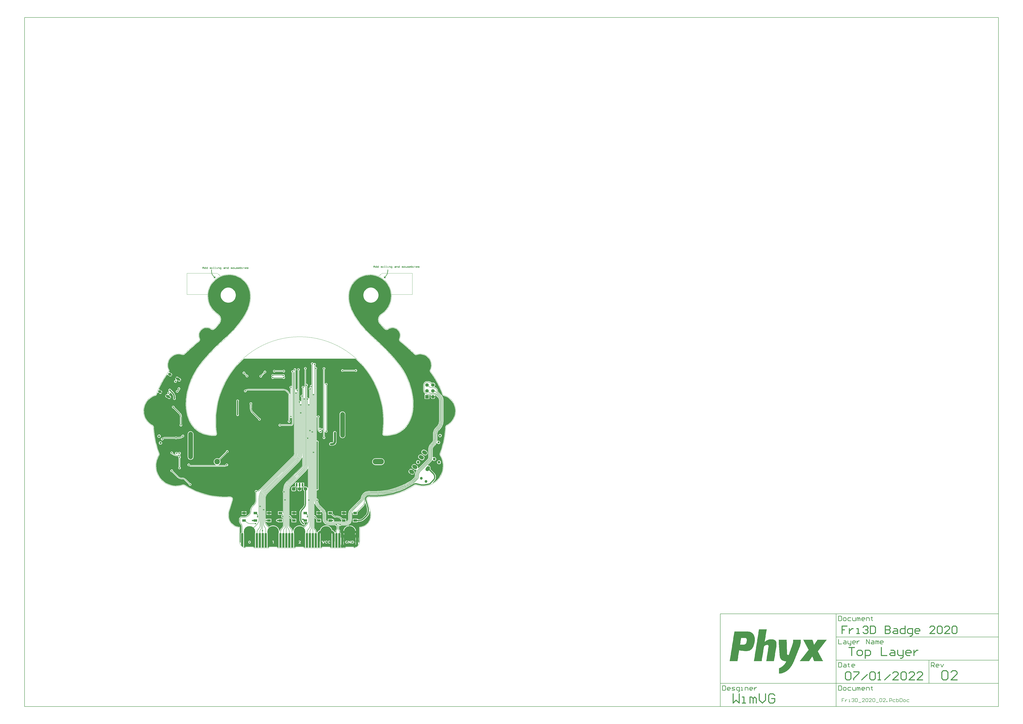
<source format=gtl>
G04*
G04 #@! TF.GenerationSoftware,Altium Limited,Altium Designer,22.0.2 (36)*
G04*
G04 Layer_Physical_Order=1*
G04 Layer_Color=3394611*
%FSLAX25Y25*%
%MOIN*%
G70*
G04*
G04 #@! TF.SameCoordinates,D6E2960D-4B62-4AB4-87A3-9FF5B50C98D5*
G04*
G04*
G04 #@! TF.FilePolarity,Positive*
G04*
G01*
G75*
%ADD11C,0.00787*%
%ADD12C,0.01575*%
%ADD13C,0.00591*%
%ADD14C,0.00984*%
%ADD15C,0.00394*%
%ADD16R,0.03150X0.05906*%
%ADD17R,0.05906X0.03937*%
%ADD39C,0.00591*%
%ADD40C,0.01968*%
%ADD41C,0.03543*%
%ADD42C,0.03937*%
%ADD43R,0.03150X0.09843*%
%ADD44C,0.07874*%
%ADD45O,0.18898X0.09449*%
%ADD46C,0.09449*%
G04:AMPARAMS|DCode=47|XSize=39.37mil|YSize=82.68mil|CornerRadius=0mil|HoleSize=0mil|Usage=FLASHONLY|Rotation=60.000|XOffset=0mil|YOffset=0mil|HoleType=Round|Shape=Round|*
%AMOVALD47*
21,1,0.04331,0.03937,0.00000,0.00000,150.0*
1,1,0.03937,0.01875,-0.01083*
1,1,0.03937,-0.01875,0.01083*
%
%ADD47OVALD47*%

G04:AMPARAMS|DCode=48|XSize=39.37mil|YSize=62.99mil|CornerRadius=0mil|HoleSize=0mil|Usage=FLASHONLY|Rotation=60.000|XOffset=0mil|YOffset=0mil|HoleType=Round|Shape=Round|*
%AMOVALD48*
21,1,0.02362,0.03937,0.00000,0.00000,150.0*
1,1,0.03937,0.01023,-0.00591*
1,1,0.03937,-0.01023,0.00591*
%
%ADD48OVALD48*%

%ADD49C,0.02559*%
%ADD50C,0.04724*%
G04:AMPARAMS|DCode=51|XSize=90.55mil|YSize=62.99mil|CornerRadius=0mil|HoleSize=0mil|Usage=FLASHONLY|Rotation=56.000|XOffset=0mil|YOffset=0mil|HoleType=Round|Shape=Round|*
%AMOVALD51*
21,1,0.02756,0.06299,0.00000,0.00000,56.0*
1,1,0.06299,-0.00771,-0.01142*
1,1,0.06299,0.00771,0.01142*
%
%ADD51OVALD51*%

G04:AMPARAMS|DCode=52|XSize=90.55mil|YSize=62.99mil|CornerRadius=0mil|HoleSize=0mil|Usage=FLASHONLY|Rotation=146.000|XOffset=0mil|YOffset=0mil|HoleType=Round|Shape=Round|*
%AMOVALD52*
21,1,0.02756,0.06299,0.00000,0.00000,146.0*
1,1,0.06299,0.01142,-0.00771*
1,1,0.06299,-0.01142,0.00771*
%
%ADD52OVALD52*%

%ADD53O,0.07874X0.43307*%
%ADD54C,0.03543*%
%ADD55C,0.19685*%
%ADD56C,0.06000*%
G04:AMPARAMS|DCode=57|XSize=60mil|YSize=60mil|CornerRadius=15mil|HoleSize=0mil|Usage=FLASHONLY|Rotation=180.000|XOffset=0mil|YOffset=0mil|HoleType=Round|Shape=RoundedRectangle|*
%AMROUNDEDRECTD57*
21,1,0.06000,0.03000,0,0,180.0*
21,1,0.03000,0.06000,0,0,180.0*
1,1,0.03000,-0.01500,0.01500*
1,1,0.03000,0.01500,0.01500*
1,1,0.03000,0.01500,-0.01500*
1,1,0.03000,-0.01500,-0.01500*
%
%ADD57ROUNDEDRECTD57*%
%ADD58C,0.05906*%
%ADD59R,0.05906X0.05906*%
%ADD60C,0.02362*%
G36*
X-117548Y463362D02*
X-114480Y463048D01*
X-112966Y462759D01*
X-111452Y462471D01*
X-108484Y461634D01*
X-105600Y460545D01*
X-102821Y459210D01*
X-100167Y457641D01*
X-97658Y455848D01*
X-95314Y453846D01*
X-93151Y451649D01*
X-91186Y449273D01*
X-89434Y446736D01*
X-87907Y444058D01*
X-86617Y441257D01*
X-85573Y438356D01*
X-84784Y435376D01*
X-84255Y432339D01*
X-83990Y429267D01*
X-83991Y427725D01*
X-83991Y427725D01*
X-83991Y427725D01*
X-83991Y427031D01*
X-83988Y427019D01*
X-83991Y427008D01*
X-83976Y426355D01*
X-83986Y425048D01*
X-84035Y423742D01*
X-84124Y422438D01*
X-84188Y421788D01*
X-84258Y421080D01*
X-84437Y419670D01*
X-84657Y418266D01*
X-84916Y416868D01*
X-85066Y416173D01*
X-85230Y415412D01*
X-85599Y413899D01*
X-86008Y412397D01*
X-86456Y410906D01*
X-86969Y409352D01*
X-87546Y407738D01*
X-88163Y406139D01*
X-88818Y404554D01*
X-89165Y403771D01*
X-89549Y402905D01*
X-90354Y401191D01*
X-91197Y399495D01*
X-92078Y397819D01*
X-92537Y396991D01*
X-92537Y396991D01*
X-92537Y396991D01*
X-93045Y396075D01*
X-94097Y394263D01*
X-95185Y392472D01*
X-96309Y390704D01*
X-96889Y389832D01*
X-96889Y389832D01*
X-96889Y389832D01*
X-97531Y388866D01*
X-98848Y386959D01*
X-100200Y385075D01*
X-101586Y383217D01*
X-102296Y382300D01*
X-102296Y382300D01*
X-102296Y382300D01*
X-103081Y381286D01*
X-104682Y379285D01*
X-106316Y377310D01*
X-107983Y375361D01*
X-108830Y374402D01*
X-110805Y372179D01*
X-114875Y367844D01*
X-119064Y363622D01*
X-123369Y359518D01*
X-125576Y357526D01*
X-125577Y357524D01*
X-125579Y357523D01*
X-130583Y352973D01*
X-130585Y352970D01*
X-130588Y352968D01*
X-131855Y351798D01*
X-131857Y351796D01*
X-131859Y351794D01*
X-134382Y349442D01*
X-134384Y349439D01*
X-134387Y349437D01*
X-136893Y347067D01*
X-136895Y347064D01*
X-136898Y347062D01*
X-139388Y344674D01*
X-139390Y344672D01*
X-139392Y344671D01*
X-140630Y343471D01*
X-140633Y343466D01*
X-140638Y343463D01*
X-145572Y338583D01*
X-145575Y338579D01*
X-145579Y338576D01*
X-146187Y337964D01*
X-146188Y337962D01*
X-146189Y337961D01*
X-147402Y336731D01*
X-147403Y336729D01*
X-147405Y336728D01*
X-148611Y335493D01*
X-148612Y335491D01*
X-148614Y335489D01*
X-149815Y334248D01*
X-149816Y334247D01*
X-149817Y334246D01*
X-150416Y333624D01*
X-150416Y333622D01*
X-150417Y333622D01*
X-151007Y333005D01*
X-151008Y333003D01*
X-151010Y333002D01*
X-152184Y331764D01*
X-152186Y331762D01*
X-152188Y331760D01*
X-153356Y330516D01*
X-153358Y330513D01*
X-153360Y330512D01*
X-154522Y329261D01*
X-154523Y329259D01*
X-154524Y329258D01*
X-155103Y328631D01*
X-155103Y328629D01*
X-155105Y328629D01*
X-155671Y328011D01*
X-155672Y328009D01*
X-155674Y328008D01*
X-156801Y326767D01*
X-156802Y326764D01*
X-156805Y326763D01*
X-157924Y325515D01*
X-157925Y325513D01*
X-157928Y325511D01*
X-159040Y324257D01*
X-159041Y324255D01*
X-159043Y324253D01*
X-159596Y323624D01*
X-159597Y323622D01*
X-159598Y323621D01*
X-160135Y323006D01*
X-160137Y323003D01*
X-160139Y323002D01*
X-161207Y321765D01*
X-161209Y321762D01*
X-161212Y321760D01*
X-162271Y320516D01*
X-162273Y320513D01*
X-162276Y320510D01*
X-163327Y319259D01*
X-163328Y319256D01*
X-163330Y319255D01*
X-163852Y318626D01*
X-163853Y318624D01*
X-163855Y318623D01*
X-164841Y317426D01*
X-164844Y317420D01*
X-164849Y317415D01*
X-166790Y314995D01*
X-166794Y314987D01*
X-166801Y314981D01*
X-168698Y312527D01*
X-168702Y312519D01*
X-168709Y312513D01*
X-170562Y310025D01*
X-170565Y310019D01*
X-170570Y310014D01*
X-171480Y308758D01*
X-171484Y308751D01*
X-171489Y308746D01*
X-172655Y307084D01*
X-172661Y307072D01*
X-172670Y307063D01*
X-174917Y303680D01*
X-174923Y303665D01*
X-174935Y303652D01*
X-177067Y300196D01*
X-177073Y300180D01*
X-177084Y300167D01*
X-179097Y296640D01*
X-179101Y296628D01*
X-179110Y296618D01*
X-180071Y294830D01*
X-180074Y294823D01*
X-180078Y294817D01*
X-180972Y293094D01*
X-180976Y293082D01*
X-180983Y293072D01*
X-182684Y289583D01*
X-182689Y289566D01*
X-182699Y289552D01*
X-184282Y286009D01*
X-184286Y285992D01*
X-184295Y285978D01*
X-185760Y282384D01*
X-185763Y282367D01*
X-185772Y282352D01*
X-187116Y278711D01*
X-187119Y278694D01*
X-187127Y278680D01*
X-188349Y274996D01*
X-188352Y274979D01*
X-188359Y274964D01*
X-189458Y271241D01*
X-189460Y271224D01*
X-189467Y271209D01*
X-190441Y267452D01*
X-190442Y267439D01*
X-190447Y267427D01*
X-190887Y265537D01*
X-190887Y265527D01*
X-190891Y265518D01*
X-191270Y263738D01*
X-191270Y263724D01*
X-191275Y263711D01*
X-191937Y260131D01*
X-191937Y260112D01*
X-191943Y260095D01*
X-192475Y256493D01*
X-192474Y256475D01*
X-192480Y256457D01*
X-192881Y252838D01*
X-192880Y252825D01*
X-192884Y252811D01*
X-193036Y250997D01*
X-193035Y250988D01*
X-193037Y250979D01*
X-193149Y249261D01*
X-193147Y249246D01*
X-193151Y249231D01*
X-193270Y245790D01*
X-193267Y245770D01*
X-193271Y245749D01*
X-193251Y242307D01*
X-193246Y242287D01*
X-193250Y242266D01*
X-193090Y238827D01*
X-193086Y238812D01*
X-193088Y238797D01*
X-192956Y237081D01*
X-192953Y237070D01*
X-192955Y237059D01*
X-192797Y235451D01*
X-192791Y235434D01*
X-192792Y235416D01*
X-192362Y232212D01*
X-192354Y232189D01*
X-192355Y232165D01*
X-191773Y228986D01*
X-191764Y228964D01*
X-191763Y228939D01*
X-191031Y225791D01*
X-191024Y225775D01*
X-191022Y225757D01*
X-190600Y224197D01*
X-190594Y224185D01*
X-190593Y224172D01*
X-190159Y222715D01*
X-190149Y222696D01*
X-190146Y222675D01*
X-189154Y219802D01*
X-189139Y219777D01*
X-189134Y219748D01*
X-187980Y216936D01*
X-187964Y216912D01*
X-187957Y216884D01*
X-186645Y214142D01*
X-186632Y214125D01*
X-186626Y214104D01*
X-185912Y212762D01*
X-185904Y212753D01*
X-185900Y212742D01*
X-185167Y211440D01*
X-185149Y211419D01*
X-185139Y211393D01*
X-183534Y208875D01*
X-183508Y208848D01*
X-183492Y208815D01*
X-181707Y206420D01*
X-181679Y206395D01*
X-181661Y206363D01*
X-179706Y204106D01*
X-179676Y204083D01*
X-179656Y204052D01*
X-177541Y201944D01*
X-177510Y201923D01*
X-177487Y201894D01*
X-175224Y199945D01*
X-175192Y199927D01*
X-175167Y199899D01*
X-172767Y198122D01*
X-172733Y198106D01*
X-172707Y198080D01*
X-170184Y196482D01*
X-170149Y196469D01*
X-170120Y196445D01*
X-167487Y195036D01*
X-167452Y195025D01*
X-167421Y195004D01*
X-164693Y193791D01*
X-164656Y193782D01*
X-164625Y193763D01*
X-161814Y192753D01*
X-161778Y192747D01*
X-161744Y192730D01*
X-158868Y191928D01*
X-158840Y191926D01*
X-158815Y191915D01*
X-157356Y191593D01*
X-157345Y191592D01*
X-157334Y191588D01*
X-155699Y191265D01*
X-155676Y191265D01*
X-155654Y191257D01*
X-152358Y190761D01*
X-152327Y190763D01*
X-152297Y190754D01*
X-148976Y190462D01*
X-148945Y190465D01*
X-148915Y190458D01*
X-145583Y190370D01*
X-145560Y190374D01*
X-145537Y190370D01*
X-143870Y190402D01*
X-143835Y190410D01*
X-143800Y190406D01*
X-143528Y190431D01*
X-143452Y190453D01*
X-143373Y190457D01*
X-142845Y190591D01*
X-142750Y190636D01*
X-142648Y190663D01*
X-142160Y190903D01*
X-142076Y190968D01*
X-141982Y191015D01*
X-141555Y191352D01*
X-141503Y191412D01*
X-141439Y191459D01*
X-141254Y191659D01*
X-141226Y191704D01*
X-141187Y191740D01*
X-141024Y191958D01*
X-140989Y192030D01*
X-140939Y192092D01*
X-140686Y192573D01*
X-140656Y192675D01*
X-140609Y192769D01*
X-140461Y193292D01*
X-140453Y193397D01*
X-140426Y193500D01*
X-140391Y194042D01*
X-140401Y194121D01*
X-140393Y194200D01*
X-140419Y194471D01*
X-140425Y194493D01*
X-140424Y194517D01*
X-140766Y196973D01*
X-141282Y201908D01*
X-141627Y206857D01*
X-141801Y211815D01*
X-141803Y214295D01*
X-141804Y214300D01*
X-141803Y214305D01*
X-141840Y218043D01*
X-141520Y225514D01*
X-140807Y232957D01*
X-139703Y240353D01*
X-138210Y247680D01*
X-136335Y254918D01*
X-134080Y262047D01*
X-131453Y269048D01*
X-128461Y275901D01*
X-125113Y282587D01*
X-121417Y289087D01*
X-117383Y295383D01*
X-113024Y301459D01*
X-108351Y307296D01*
X-103377Y312879D01*
X-98115Y318192D01*
X-94544Y321438D01*
X94695D01*
X98266Y318192D01*
X103527Y312879D01*
X108501Y307296D01*
X113174Y301459D01*
X117534Y295383D01*
X121567Y289087D01*
X125263Y282587D01*
X128612Y275901D01*
X131604Y269048D01*
X134230Y262047D01*
X136485Y254918D01*
X138361Y247680D01*
X139853Y240353D01*
X140957Y232957D01*
X141670Y225514D01*
X141990Y218043D01*
X141953Y214305D01*
X141954Y214300D01*
X141953Y214295D01*
X141952Y211815D01*
X141777Y206857D01*
X141432Y201908D01*
X140917Y196973D01*
X140574Y194517D01*
X140576Y194494D01*
X140569Y194471D01*
X140543Y194200D01*
X140552Y194121D01*
X140541Y194042D01*
X140576Y193500D01*
X140603Y193397D01*
X140612Y193292D01*
X140759Y192769D01*
X140807Y192675D01*
X140837Y192573D01*
X141090Y192092D01*
X141140Y192030D01*
X141174Y191958D01*
X141337Y191740D01*
X141376Y191704D01*
X141404Y191659D01*
X141589Y191459D01*
X141653Y191412D01*
X141705Y191352D01*
X142132Y191015D01*
X142226Y190968D01*
X142310Y190903D01*
X142798Y190663D01*
X142900Y190636D01*
X142996Y190591D01*
X143523Y190457D01*
X143603Y190453D01*
X143679Y190431D01*
X143950Y190406D01*
X143986Y190410D01*
X144021Y190402D01*
X145687Y190370D01*
X145710Y190374D01*
X145733Y190370D01*
X149065Y190458D01*
X149096Y190465D01*
X149127Y190462D01*
X152447Y190754D01*
X152477Y190763D01*
X152508Y190761D01*
X155804Y191257D01*
X155826Y191265D01*
X155850Y191265D01*
X157485Y191588D01*
X157496Y191593D01*
X157508Y191593D01*
X158983Y191921D01*
X159009Y191932D01*
X159037Y191935D01*
X161945Y192753D01*
X161978Y192770D01*
X162015Y192775D01*
X164855Y193806D01*
X164887Y193825D01*
X164924Y193833D01*
X167680Y195070D01*
X167711Y195092D01*
X167747Y195103D01*
X170405Y196539D01*
X170433Y196563D01*
X170468Y196577D01*
X173013Y198205D01*
X173040Y198231D01*
X173074Y198247D01*
X175492Y200058D01*
X175517Y200086D01*
X175549Y200105D01*
X177827Y202089D01*
X177844Y202112D01*
X177868Y202127D01*
X178950Y203181D01*
X178963Y203199D01*
X178981Y203212D01*
X179980Y204272D01*
X179994Y204293D01*
X180014Y204310D01*
X181903Y206528D01*
X181920Y206557D01*
X181945Y206580D01*
X183682Y208921D01*
X183696Y208951D01*
X183720Y208976D01*
X185295Y211427D01*
X185304Y211451D01*
X185321Y211471D01*
X186046Y212735D01*
X186051Y212750D01*
X186062Y212762D01*
X186776Y214104D01*
X186782Y214125D01*
X186795Y214142D01*
X188107Y216884D01*
X188114Y216912D01*
X188130Y216936D01*
X189284Y219748D01*
X189290Y219777D01*
X189304Y219802D01*
X190296Y222675D01*
X190299Y222696D01*
X190309Y222715D01*
X190744Y224172D01*
X190745Y224185D01*
X190751Y224197D01*
X191173Y225757D01*
X191174Y225775D01*
X191181Y225791D01*
X191913Y228939D01*
X191914Y228964D01*
X191923Y228986D01*
X192505Y232165D01*
X192505Y232189D01*
X192512Y232212D01*
X192943Y235416D01*
X192941Y235434D01*
X192947Y235451D01*
X193105Y237059D01*
X193104Y237070D01*
X193107Y237081D01*
X193239Y238797D01*
X193237Y238812D01*
X193240Y238827D01*
X193400Y242266D01*
X193397Y242287D01*
X193401Y242307D01*
X193421Y245749D01*
X193417Y245770D01*
X193420Y245790D01*
X193301Y249231D01*
X193297Y249246D01*
X193299Y249261D01*
X193187Y250979D01*
X193185Y250988D01*
X193186Y250997D01*
X193034Y252811D01*
X193030Y252825D01*
X193032Y252838D01*
X192630Y256457D01*
X192624Y256475D01*
X192625Y256493D01*
X192093Y260095D01*
X192087Y260112D01*
X192087Y260131D01*
X191426Y263711D01*
X191420Y263724D01*
X191420Y263738D01*
X191041Y265518D01*
X191036Y265530D01*
X191036Y265543D01*
X190348Y268418D01*
X190340Y268435D01*
X190339Y268454D01*
X188750Y274148D01*
X188739Y274170D01*
X188735Y274196D01*
X186864Y279803D01*
X186852Y279825D01*
X186847Y279850D01*
X184698Y285357D01*
X184685Y285379D01*
X184679Y285403D01*
X182258Y290796D01*
X182243Y290817D01*
X182236Y290841D01*
X179549Y296106D01*
X179533Y296126D01*
X179525Y296150D01*
X176578Y301275D01*
X176562Y301294D01*
X176552Y301318D01*
X173353Y306289D01*
X173340Y306302D01*
X173332Y306320D01*
X171641Y308744D01*
X171634Y308750D01*
X171630Y308759D01*
X171183Y309375D01*
X171181Y309377D01*
X171179Y309380D01*
X170277Y310605D01*
X170273Y310609D01*
X170271Y310613D01*
X169357Y311829D01*
X169354Y311832D01*
X169352Y311837D01*
X168427Y313045D01*
X168424Y313047D01*
X168422Y313050D01*
X167955Y313651D01*
X167954Y313652D01*
X167953Y313654D01*
X167464Y314277D01*
X167462Y314279D01*
X167461Y314282D01*
X166476Y315522D01*
X166473Y315525D01*
X166471Y315529D01*
X165477Y316761D01*
X165474Y316764D01*
X165472Y316767D01*
X164468Y317992D01*
X164465Y317994D01*
X164464Y317997D01*
X163958Y318606D01*
X163957Y318607D01*
X163956Y318609D01*
X163431Y319236D01*
X163429Y319238D01*
X163428Y319240D01*
X162372Y320490D01*
X162370Y320492D01*
X162368Y320495D01*
X161304Y321738D01*
X161301Y321740D01*
X161300Y321743D01*
X160227Y322978D01*
X160225Y322980D01*
X160224Y322982D01*
X159684Y323597D01*
X159683Y323598D01*
X159682Y323599D01*
X159127Y324228D01*
X159125Y324229D01*
X159124Y324231D01*
X158009Y325484D01*
X158006Y325486D01*
X158005Y325489D01*
X156882Y326735D01*
X156880Y326737D01*
X156878Y326739D01*
X155748Y327979D01*
X155746Y327980D01*
X155745Y327982D01*
X155177Y328600D01*
X155176Y328601D01*
X155175Y328602D01*
X154596Y329229D01*
X154594Y329230D01*
X154593Y329232D01*
X153428Y330482D01*
X153426Y330483D01*
X153425Y330486D01*
X152254Y331730D01*
X152252Y331731D01*
X152251Y331733D01*
X151074Y332972D01*
X151072Y332973D01*
X151071Y332974D01*
X150480Y333591D01*
X150479Y333592D01*
X150478Y333593D01*
X149879Y334215D01*
X149878Y334216D01*
X149877Y334218D01*
X148675Y335459D01*
X148673Y335460D01*
X148671Y335462D01*
X147464Y336698D01*
X147462Y336699D01*
X147460Y336701D01*
X146247Y337931D01*
X146246Y337932D01*
X146245Y337933D01*
X145636Y338546D01*
X145632Y338549D01*
X145630Y338553D01*
X140693Y343437D01*
X140687Y343441D01*
X140683Y343447D01*
X135685Y348249D01*
X135681Y348251D01*
X135679Y348255D01*
X134440Y349424D01*
X134438Y349426D01*
X134437Y349427D01*
X131949Y351756D01*
X131947Y351757D01*
X131945Y351760D01*
X129443Y354074D01*
X129441Y354075D01*
X129439Y354078D01*
X126924Y356377D01*
X126922Y356378D01*
X126921Y356380D01*
X125659Y357524D01*
X125657Y357525D01*
X125657Y357526D01*
X124500Y358569D01*
X122213Y360687D01*
X119954Y362835D01*
X117724Y365012D01*
X116623Y366115D01*
X116623Y366115D01*
X116623Y366115D01*
X115624Y367116D01*
X113654Y369148D01*
X111715Y371208D01*
X109806Y373296D01*
X108867Y374355D01*
X108867Y374355D01*
X108867Y374355D01*
X108016Y375313D01*
X106346Y377257D01*
X104708Y379228D01*
X103102Y381225D01*
X102315Y382237D01*
X102315Y382237D01*
X102315Y382237D01*
X101604Y383152D01*
X100214Y385008D01*
X98859Y386888D01*
X97538Y388792D01*
X96895Y389756D01*
X96895Y389756D01*
X96895Y389756D01*
X96313Y390627D01*
X95186Y392393D01*
X94095Y394181D01*
X93041Y395990D01*
X92532Y396905D01*
X92532Y396905D01*
X92532Y396905D01*
X92072Y397733D01*
X91189Y399407D01*
X90344Y401100D01*
X89537Y402813D01*
X89153Y403678D01*
X88805Y404461D01*
X88148Y406043D01*
X87530Y407642D01*
X86952Y409255D01*
X86683Y410068D01*
Y410068D01*
X86438Y410807D01*
X85989Y412296D01*
X85580Y413798D01*
X85211Y415309D01*
X85046Y416070D01*
X85046Y416072D01*
X85046Y416074D01*
X84753Y417406D01*
X84325Y420098D01*
X84056Y422812D01*
X83948Y425537D01*
X83974Y426900D01*
X83972Y426910D01*
X83974Y426919D01*
Y427613D01*
X83975Y429154D01*
X84241Y432223D01*
X84772Y435258D01*
X85562Y438236D01*
X86607Y441134D01*
X87898Y443932D01*
X89425Y446607D01*
X91177Y449142D01*
X93142Y451515D01*
X95304Y453710D01*
X97648Y455710D01*
X100155Y457500D01*
X102807Y459067D01*
X105585Y460400D01*
X108467Y461488D01*
X111433Y462323D01*
X112946Y462611D01*
X114460Y462899D01*
X117525Y463212D01*
X120605Y463259D01*
X123678Y463040D01*
X126721Y462557D01*
X129711Y461812D01*
X132625Y460813D01*
X135442Y459566D01*
X138141Y458081D01*
X140702Y456368D01*
X143106Y454440D01*
X145334Y452313D01*
X147370Y450001D01*
X149199Y447521D01*
X150808Y444894D01*
X152183Y442137D01*
X153316Y439272D01*
X154197Y436319D01*
X154820Y433302D01*
X155181Y430242D01*
X155276Y427163D01*
X155104Y424087D01*
X154669Y421037D01*
X153971Y418036D01*
X153017Y415107D01*
X151814Y412270D01*
X150371Y409549D01*
X148698Y406961D01*
X146808Y404528D01*
X144715Y402267D01*
X142435Y400195D01*
X139985Y398328D01*
X138684Y397503D01*
X138676Y397496D01*
X138667Y397492D01*
X138230Y397203D01*
X138202Y397176D01*
X138168Y397158D01*
X137340Y396515D01*
X137306Y396476D01*
X137263Y396448D01*
X136505Y395725D01*
X136476Y395682D01*
X136435Y395651D01*
X135755Y394853D01*
X135729Y394809D01*
X135692Y394773D01*
X135096Y393911D01*
X135076Y393863D01*
X135043Y393824D01*
X134537Y392906D01*
X134521Y392857D01*
X134492Y392814D01*
X134082Y391850D01*
X134072Y391799D01*
X134047Y391754D01*
X133737Y390753D01*
X133733Y390714D01*
X133718Y390679D01*
X133601Y390168D01*
X133600Y390142D01*
X133591Y390118D01*
X133501Y389602D01*
X133501Y389563D01*
X133490Y389526D01*
X133389Y388483D01*
X133394Y388431D01*
X133384Y388381D01*
X133389Y387333D01*
X133399Y387282D01*
X133394Y387231D01*
X133505Y386189D01*
X133521Y386140D01*
X133521Y386088D01*
X133738Y385063D01*
X133758Y385015D01*
X133764Y384964D01*
X134083Y383966D01*
X134108Y383921D01*
X134119Y383870D01*
X134537Y382909D01*
X134567Y382867D01*
X134583Y382818D01*
X135097Y381905D01*
X135122Y381875D01*
X135137Y381840D01*
X135428Y381404D01*
X135449Y381383D01*
X135462Y381356D01*
X136479Y380012D01*
X136493Y379999D01*
X136502Y379982D01*
X138635Y377372D01*
X138654Y377356D01*
X138668Y377334D01*
X140928Y374833D01*
X140948Y374818D01*
X140963Y374797D01*
X143345Y372412D01*
X143361Y372402D01*
X143372Y372386D01*
X144607Y371240D01*
X144632Y371224D01*
X144650Y371202D01*
X144892Y371002D01*
X144950Y370970D01*
X144998Y370925D01*
X145529Y370592D01*
X145612Y370560D01*
X145685Y370512D01*
X146265Y370275D01*
X146352Y370259D01*
X146432Y370224D01*
X147045Y370091D01*
X147133Y370090D01*
X147218Y370070D01*
X147845Y370045D01*
X147931Y370059D01*
X148019Y370053D01*
X148640Y370138D01*
X148723Y370166D01*
X148810Y370176D01*
X149408Y370367D01*
X149485Y370409D01*
X149569Y370434D01*
X150124Y370725D01*
X150175Y370766D01*
X150236Y370793D01*
X150493Y370974D01*
X150502Y370984D01*
X150514Y370990D01*
X150998Y371350D01*
X152031Y371973D01*
X153120Y372492D01*
X154254Y372903D01*
X155423Y373201D01*
X156615Y373384D01*
X157820Y373450D01*
X159025Y373399D01*
X159622Y373315D01*
X160648Y373165D01*
X162630Y372531D01*
X164480Y371579D01*
X166149Y370336D01*
X167591Y368835D01*
X168766Y367118D01*
X169643Y365231D01*
X170198Y363225D01*
X170306Y362193D01*
X170388Y361373D01*
X170333Y359724D01*
X170060Y358097D01*
X169572Y356520D01*
X169226Y355771D01*
X169216Y355726D01*
X169192Y355686D01*
X169000Y355145D01*
X168982Y355025D01*
X168947Y354908D01*
X168835Y353771D01*
X168851Y353610D01*
X168856Y353448D01*
X169112Y352334D01*
X169179Y352187D01*
X169235Y352035D01*
X169832Y351061D01*
X169915Y350971D01*
X169983Y350870D01*
X170392Y350468D01*
X170429Y350444D01*
X170457Y350410D01*
X175029Y346631D01*
X179801Y342580D01*
X184736Y338253D01*
X186027Y337102D01*
X188589Y334768D01*
X191127Y332407D01*
X193639Y330018D01*
X194883Y328811D01*
X194915Y328790D01*
X194939Y328760D01*
X195313Y328448D01*
X195404Y328399D01*
X195483Y328333D01*
X196341Y327875D01*
X196472Y327835D01*
X196596Y327780D01*
X197546Y327569D01*
X197683Y327566D01*
X197818Y327547D01*
X198789Y327599D01*
X198889Y327624D01*
X198991Y327630D01*
X199463Y327755D01*
X199487Y327766D01*
X199513Y327769D01*
X200347Y328037D01*
X202059Y328409D01*
X203798Y328614D01*
X205549Y328651D01*
X207295Y328520D01*
X209021Y328221D01*
X210710Y327758D01*
X212346Y327134D01*
X213915Y326356D01*
X215402Y325430D01*
X216793Y324366D01*
X218075Y323173D01*
X219236Y321862D01*
X220266Y320445D01*
X221155Y318936D01*
X221894Y317348D01*
X222477Y315697D01*
X222899Y313997D01*
X223155Y312264D01*
X223243Y310515D01*
X223163Y308766D01*
X222915Y307032D01*
X222501Y305330D01*
X221925Y303676D01*
X221559Y302881D01*
X221552Y302850D01*
X221535Y302823D01*
X221363Y302379D01*
X221346Y302280D01*
X221310Y302185D01*
X221151Y301250D01*
X221155Y301115D01*
X221142Y300982D01*
X221236Y300037D01*
X221275Y299909D01*
X221298Y299777D01*
X221639Y298891D01*
X221693Y298805D01*
X221730Y298711D01*
X221986Y298310D01*
X222009Y298286D01*
X222024Y298255D01*
X222344Y297820D01*
X222979Y296948D01*
X223609Y296072D01*
X224235Y295192D01*
X224544Y294750D01*
X224544Y294750D01*
X224545Y294750D01*
X225163Y293869D01*
X226377Y292094D01*
X227569Y290302D01*
X228737Y288497D01*
X229310Y287586D01*
X229310Y287586D01*
X229310Y287586D01*
X229878Y286682D01*
X230990Y284858D01*
X232074Y283019D01*
X233132Y281164D01*
X233647Y280228D01*
X233647Y280228D01*
X234158Y279303D01*
X235148Y277435D01*
X236107Y275552D01*
X237036Y273653D01*
X237485Y272695D01*
X237485Y272695D01*
X237485Y272694D01*
X238150Y271280D01*
X239398Y268414D01*
X240564Y265513D01*
X241646Y262581D01*
X242145Y261099D01*
X242157Y261078D01*
X242161Y261055D01*
X242312Y260667D01*
X242361Y260591D01*
X242392Y260506D01*
X242828Y259800D01*
X242909Y259711D01*
X242977Y259612D01*
X243567Y259029D01*
X243668Y258962D01*
X243757Y258882D01*
X244469Y258455D01*
X244554Y258425D01*
X244631Y258377D01*
X245020Y258230D01*
X245056Y258225D01*
X245088Y258208D01*
X246460Y257801D01*
X249101Y256701D01*
X251609Y255326D01*
X253957Y253691D01*
X256118Y251816D01*
X258066Y249720D01*
X259780Y247430D01*
X261240Y244969D01*
X262429Y242368D01*
X263335Y239654D01*
X263946Y236859D01*
X264256Y234015D01*
X264259Y232586D01*
X264254Y231375D01*
X264025Y228955D01*
X263578Y226566D01*
X262916Y224227D01*
X262045Y221958D01*
X260972Y219778D01*
X259706Y217703D01*
X258257Y215752D01*
X256637Y213939D01*
X254860Y212281D01*
X252940Y210791D01*
X250893Y209481D01*
X249814Y208922D01*
X249783Y208896D01*
X249745Y208882D01*
X249365Y208645D01*
X249296Y208580D01*
X249214Y208529D01*
X248560Y207922D01*
X248485Y207819D01*
X248397Y207727D01*
X247916Y206975D01*
X247870Y206857D01*
X247807Y206746D01*
X247531Y205897D01*
X247519Y205802D01*
X247489Y205711D01*
X247433Y205267D01*
X247436Y205231D01*
X247427Y205197D01*
X247271Y202352D01*
X246743Y196678D01*
X246000Y191028D01*
X245042Y185411D01*
X243872Y179834D01*
X242490Y174305D01*
X240899Y168833D01*
X239102Y163426D01*
X238101Y160758D01*
X238096Y160731D01*
X238083Y160706D01*
X237962Y160320D01*
X237952Y160234D01*
X237924Y160152D01*
X237818Y159351D01*
X237826Y159236D01*
X237814Y159121D01*
X237893Y158317D01*
X237927Y158206D01*
X237942Y158092D01*
X238202Y157327D01*
X238245Y157252D01*
X238271Y157169D01*
X238465Y156814D01*
X238479Y156797D01*
X238486Y156776D01*
X239368Y155314D01*
X240826Y152226D01*
X241961Y149005D01*
X242764Y145685D01*
X243225Y142301D01*
X243339Y138888D01*
X243106Y135481D01*
X242528Y132115D01*
X241611Y128825D01*
X240364Y125646D01*
X238801Y122610D01*
X236936Y119748D01*
X235864Y118420D01*
X235864Y118420D01*
X234791Y117091D01*
X232387Y114666D01*
X229748Y112497D01*
X226903Y110608D01*
X226264Y110272D01*
X225797Y110906D01*
X229054Y114163D01*
X229060Y114172D01*
X230023Y115345D01*
X230743Y116693D01*
X231187Y118156D01*
X231336Y119666D01*
X231338Y119676D01*
Y121084D01*
X231343D01*
X231168Y122857D01*
X230651Y124563D01*
X229811Y126134D01*
X228681Y127512D01*
X228677Y127508D01*
X222008Y134177D01*
X222233Y134627D01*
X222450Y135694D01*
X222383Y136781D01*
X222038Y137813D01*
X221437Y138720D01*
X220622Y139442D01*
X219648Y139927D01*
X218581Y140144D01*
X217862Y140100D01*
X217516Y140868D01*
X222797Y146149D01*
X222804Y146142D01*
X223957Y147492D01*
X224884Y149005D01*
X224973Y149219D01*
X225811Y149186D01*
X226291Y148634D01*
X227021Y148142D01*
X227854Y147855D01*
X228733Y147793D01*
X229598Y147961D01*
X230390Y148347D01*
X231055Y148926D01*
X231548Y149656D01*
X231835Y150489D01*
X231896Y151368D01*
X231728Y152233D01*
X231342Y153025D01*
X230764Y153690D01*
X230033Y154183D01*
X229200Y154470D01*
X228321Y154531D01*
X227456Y154363D01*
X226899Y154091D01*
X226827Y154096D01*
X226283Y154360D01*
X226108Y154536D01*
Y168082D01*
X226095Y168148D01*
X226271Y169490D01*
X226815Y170801D01*
X227639Y171875D01*
X227694Y171912D01*
X229748Y173966D01*
X229748Y173966D01*
X229762Y173952D01*
X231237Y175680D01*
X232424Y177616D01*
X232627Y178106D01*
X233466Y178074D01*
X233468Y178066D01*
X233863Y177458D01*
X234402Y176972D01*
X235049Y176643D01*
X235759Y176492D01*
X236483Y176530D01*
X237174Y176754D01*
X237782Y177149D01*
X238268Y177689D01*
X238597Y178335D01*
X238748Y179045D01*
X238710Y179770D01*
X238486Y180460D01*
X238091Y181068D01*
X237551Y181554D01*
X236905Y181883D01*
X236195Y182034D01*
X235470Y181996D01*
X234780Y181772D01*
X234563Y181631D01*
X234218Y181767D01*
X233837Y182098D01*
X234001Y184187D01*
X233982D01*
Y193496D01*
X233970Y193553D01*
X234132Y195195D01*
X234628Y196830D01*
X235433Y198336D01*
X236480Y199612D01*
X236529Y199644D01*
X238283Y201399D01*
X238309Y201399D01*
X238309Y201399D01*
X238309Y201399D01*
X238820Y201982D01*
X240054Y203389D01*
X241525Y205590D01*
X242696Y207964D01*
X243547Y210471D01*
X244063Y213067D01*
X244236Y215708D01*
X244218D01*
Y250922D01*
X244235D01*
X244067Y253058D01*
X243567Y255140D01*
X242747Y257119D01*
X241628Y258946D01*
X240738Y259987D01*
X240237Y260574D01*
X240237Y260574D01*
X239673Y261114D01*
X235413Y265374D01*
X235376Y265399D01*
X234920Y266081D01*
X234898Y266194D01*
X234772Y266929D01*
X234772D01*
X234660Y268070D01*
X234327Y269167D01*
X233787Y270179D01*
X233059Y271065D01*
X233066Y271072D01*
X231880Y272045D01*
X230526Y272769D01*
X229272Y273149D01*
X229060Y273753D01*
X229061Y274005D01*
X229528Y274472D01*
X230047Y275370D01*
X230315Y276372D01*
Y277408D01*
X230047Y278409D01*
X229528Y279307D01*
X228795Y280040D01*
X227898Y280558D01*
X226896Y280827D01*
X225860D01*
X224858Y280558D01*
X224617Y280419D01*
X223886Y281043D01*
X222372Y281971D01*
X220732Y282650D01*
X219006Y283065D01*
X217322Y283197D01*
X217236Y283204D01*
X216535Y283200D01*
D01*
X216453Y283192D01*
X215281Y283077D01*
X214075Y282711D01*
X212964Y282117D01*
X211990Y281317D01*
X211190Y280343D01*
X210596Y279232D01*
X210230Y278026D01*
X210107Y276772D01*
X210113D01*
Y268110D01*
X210097D01*
X210259Y266471D01*
X210737Y264894D01*
X211514Y263441D01*
X212559Y262168D01*
X213233Y261614D01*
X212951Y260827D01*
X212441D01*
Y252953D01*
X220315D01*
Y259722D01*
X222548D01*
X222994Y258934D01*
X222695Y258416D01*
X222425Y257410D01*
Y257390D01*
X226378D01*
X230331D01*
Y257410D01*
X230061Y258416D01*
X229852Y258778D01*
X230400Y259403D01*
X231028Y259143D01*
X232051Y258358D01*
X235191Y255217D01*
X235191Y255200D01*
X235191Y255200D01*
X235191D01*
X235827Y254425D01*
X236410Y253335D01*
X236769Y252152D01*
X236889Y250936D01*
X236884Y250915D01*
X236884Y250915D01*
X236884Y250915D01*
Y215716D01*
X236884Y215716D01*
X236884Y215716D01*
X236895Y215660D01*
X236740Y213690D01*
X236383Y212200D01*
X236158Y211458D01*
X236158D01*
X235865Y210764D01*
X235461Y209814D01*
X235456Y209791D01*
X234984Y209021D01*
D01*
X234677Y208520D01*
X234227Y207882D01*
X233625Y207177D01*
X233115Y206601D01*
X233113Y206600D01*
X233112Y206599D01*
X233107Y206594D01*
X233107Y206594D01*
X233106Y206593D01*
X233106Y206593D01*
X232557Y206044D01*
X231362Y204849D01*
X231328D01*
X231328Y204849D01*
X231326Y204847D01*
X231324Y204845D01*
X231324Y204845D01*
X231324Y204845D01*
X230825Y204261D01*
X230104Y203416D01*
X229690Y202932D01*
X229612Y202804D01*
X229612Y202804D01*
X228374Y200784D01*
X228122Y200189D01*
X228094Y200147D01*
X228084Y200095D01*
X227831Y199473D01*
X227410Y198456D01*
X227229Y197704D01*
X227218Y197688D01*
X227182Y197510D01*
X227182Y197510D01*
X226821Y196007D01*
X226728Y194814D01*
X226712Y194738D01*
X226712D01*
X226693Y194638D01*
X226708Y194562D01*
X226624Y193496D01*
X226648D01*
Y184187D01*
X226655Y184155D01*
X226596Y183558D01*
X226521Y182801D01*
X226301Y182073D01*
X226184Y181686D01*
X225860Y180981D01*
X225456Y180226D01*
X225052Y179733D01*
X224560Y179149D01*
X224560Y179149D01*
X224559Y179148D01*
X224558Y179148D01*
X224003Y178593D01*
X223066Y177655D01*
X222503Y177112D01*
X222498Y177108D01*
X222006Y176531D01*
X221198Y175585D01*
X220633Y174663D01*
X220618Y174641D01*
X220618Y174641D01*
X220511Y174480D01*
X220506Y174456D01*
X220151Y173877D01*
X219601Y172550D01*
X219385Y172027D01*
X219335Y171818D01*
X219335Y171818D01*
X218917Y170079D01*
X218820Y168851D01*
X218811Y168739D01*
X218786Y168613D01*
X218760Y168082D01*
X218774D01*
Y154142D01*
X218780Y154115D01*
X218667Y153259D01*
X218418Y152543D01*
X218225Y152119D01*
X218081Y151932D01*
X217602Y151343D01*
X217599Y151341D01*
X217599Y151322D01*
X217054Y150777D01*
X201747Y135470D01*
X201585Y135493D01*
X200961Y136369D01*
X201014Y136628D01*
X200947Y137718D01*
X200600Y138755D01*
X199997Y139666D01*
X199179Y140390D01*
X198451Y140881D01*
X196111Y137411D01*
X193770Y133941D01*
X194498Y133450D01*
X195476Y132963D01*
X196547Y132745D01*
X197637Y132811D01*
X198315Y133038D01*
X198772Y132361D01*
X198484Y132024D01*
X197557Y130510D01*
X196877Y128870D01*
X196614Y127775D01*
X196463Y127144D01*
X196453Y127017D01*
X196289Y126268D01*
X196113Y125534D01*
X195915Y123023D01*
X195915D01*
X195856Y122260D01*
X195790Y121763D01*
X195344Y120686D01*
X194895Y120055D01*
X194895Y120055D01*
X194379Y119519D01*
X190527Y115667D01*
X189980Y115163D01*
X189792Y115063D01*
X189318Y114734D01*
X189130Y114611D01*
X187969Y113849D01*
X186876Y113188D01*
X186561Y113000D01*
X186553Y112993D01*
X186543Y112990D01*
X183811Y111357D01*
X179695Y109125D01*
X175489Y107066D01*
X172956Y105954D01*
X163274Y102261D01*
X162409Y101965D01*
X157919Y100633D01*
X155661Y100064D01*
X153398Y99500D01*
X150383Y98870D01*
X143913Y97724D01*
X139540Y97157D01*
X135512Y96791D01*
X133182Y96645D01*
X130505Y96505D01*
X123021D01*
X122241Y96505D01*
X122232Y96505D01*
X121861Y96515D01*
X121213Y96533D01*
X120968Y96540D01*
X120374Y96569D01*
X119482Y96625D01*
X119482D01*
X119481Y96625D01*
X118556Y96684D01*
X118497Y96687D01*
X118026Y96714D01*
X117832Y96733D01*
X117806Y96733D01*
X117408Y96731D01*
X116642Y96655D01*
X115547Y96547D01*
X115161Y96469D01*
X114748Y96399D01*
X114615Y96386D01*
X114003Y96200D01*
X112686Y95800D01*
X112419Y95658D01*
X112419Y95658D01*
X112418Y95657D01*
X112394Y95644D01*
X112380Y95641D01*
X112288Y95599D01*
X112282Y95595D01*
X112274Y95593D01*
X111663Y95316D01*
X111653Y95309D01*
X110306Y94589D01*
X110306Y94589D01*
X110300Y94586D01*
X110165Y94513D01*
X109627Y94072D01*
X109532Y94024D01*
X109058Y93651D01*
X109056Y93649D01*
X109054Y93648D01*
X108901Y93528D01*
X108868Y93499D01*
X108393Y93086D01*
X108334Y93046D01*
X108328Y93041D01*
X108328Y93041D01*
X108205Y92930D01*
X107965Y92730D01*
X107908Y92660D01*
X107548Y92251D01*
X107542Y92244D01*
X107303Y91974D01*
X107280Y91948D01*
X107267Y91932D01*
X106942Y91515D01*
X106920Y91500D01*
X106520Y90993D01*
X106184Y90530D01*
X106184Y90529D01*
X106180Y90522D01*
X105782Y89842D01*
X105493Y89265D01*
X105492Y89263D01*
X105490Y89259D01*
X105394Y89056D01*
X105374Y89017D01*
X105310Y88873D01*
X105310Y88873D01*
X105310Y88873D01*
X105066Y88330D01*
X104953Y88108D01*
X104899Y88007D01*
X104893Y87988D01*
X104713Y87443D01*
X104696Y87358D01*
X104500Y86713D01*
X104500Y86713D01*
X104499Y86710D01*
X104441Y86498D01*
X104314Y86078D01*
X104300Y85941D01*
X104263Y85669D01*
X104251Y85606D01*
X104157Y85100D01*
X104157Y85099D01*
X104077Y84510D01*
X104013Y84131D01*
X103973Y83930D01*
X103474Y83182D01*
X103427Y83151D01*
X88206Y67931D01*
X87656Y67380D01*
X87650Y67387D01*
X87647Y67384D01*
X87647Y67371D01*
X87077Y66801D01*
X86510Y66255D01*
X86307Y66026D01*
D01*
X86281Y65987D01*
X86010Y65669D01*
X85198Y64719D01*
X84141Y62994D01*
X83367Y61125D01*
X82895Y59157D01*
X82808Y58051D01*
X82775Y57885D01*
Y50221D01*
X82787Y50161D01*
X82616Y48866D01*
X82093Y47603D01*
X81261Y46519D01*
X80177Y45687D01*
X79592Y45445D01*
X78937Y45882D01*
Y49803D01*
X73192D01*
X71565Y51430D01*
X71568Y51434D01*
X70254Y52556D01*
X68780Y53459D01*
X67183Y54121D01*
X65503Y54524D01*
X63779Y54660D01*
Y54655D01*
X61676D01*
X61639Y54648D01*
X60671Y54775D01*
X59734Y55163D01*
X58959Y55758D01*
X58938Y55789D01*
X55905Y58822D01*
Y62402D01*
X48031D01*
Y56496D01*
X53974D01*
X56810Y53660D01*
X56807Y53657D01*
X57850Y52801D01*
X59041Y52164D01*
X60333Y51772D01*
X61676Y51640D01*
Y51644D01*
X63779D01*
X63838Y51656D01*
X65344Y51508D01*
X66847Y51052D01*
X68234Y50311D01*
X69403Y49351D01*
X69436Y49301D01*
X71063Y47674D01*
Y45005D01*
X58741D01*
X58557Y45235D01*
X58316Y45793D01*
X58576Y46420D01*
Y47281D01*
X58246Y48077D01*
X57637Y48686D01*
X56841Y49016D01*
X55980D01*
X55905Y49065D01*
Y49803D01*
X48031D01*
Y45910D01*
X47377Y45472D01*
X47142Y45569D01*
X46252Y46252D01*
X45569Y47142D01*
X45140Y48179D01*
X44998Y49255D01*
X45005Y49291D01*
Y57669D01*
X45015D01*
X44876Y59439D01*
X44461Y61165D01*
X43782Y62805D01*
X42854Y64319D01*
X41701Y65669D01*
X41694Y65662D01*
X41694Y65662D01*
X34999Y72358D01*
X34954Y72388D01*
X33674Y73886D01*
X32617Y75612D01*
X31842Y77482D01*
X31370Y79449D01*
X31340Y79824D01*
X31757Y80241D01*
X32087Y81037D01*
Y81898D01*
X31757Y82694D01*
X31148Y83303D01*
X30352Y83633D01*
X29491D01*
X28864Y84052D01*
Y97830D01*
X29418Y98200D01*
X29651Y98228D01*
X30473D01*
X31269Y98558D01*
X31878Y99167D01*
X32208Y99963D01*
Y100824D01*
X32049Y101207D01*
Y179305D01*
X32208Y179687D01*
Y180549D01*
X31878Y181345D01*
X31269Y181954D01*
X30473Y182283D01*
X29612D01*
X29518Y182245D01*
X28864Y182682D01*
X28864Y222181D01*
X29651Y222338D01*
X29882Y221780D01*
X30413Y221249D01*
Y201747D01*
X30391D01*
X30577Y200340D01*
X31120Y199029D01*
X31983Y197904D01*
X33109Y197040D01*
X33859Y196729D01*
X33991Y196411D01*
X34600Y195802D01*
X35396Y195473D01*
X36257D01*
X37053Y195802D01*
X37663Y196411D01*
X37992Y197207D01*
Y198068D01*
X37663Y198864D01*
X37053Y199474D01*
X36991Y200352D01*
X37051Y200467D01*
X40034D01*
Y189159D01*
X39503Y188628D01*
X39173Y187832D01*
Y186971D01*
X39503Y186175D01*
X40112Y185566D01*
X40908Y185236D01*
X41769D01*
X42565Y185566D01*
X43174Y186175D01*
X43504Y186971D01*
Y187832D01*
X43174Y188628D01*
X42643Y189159D01*
Y196868D01*
X43431Y197024D01*
X43440Y197002D01*
X44049Y196393D01*
X44845Y196063D01*
X45706D01*
X46502Y196393D01*
X47111Y197002D01*
X47441Y197798D01*
Y198659D01*
X47111Y199455D01*
X46580Y199986D01*
Y276195D01*
X47111Y276726D01*
X47441Y277522D01*
Y278383D01*
X47111Y279179D01*
X46502Y279788D01*
X45706Y280118D01*
X44845D01*
X44049Y279788D01*
X43440Y279179D01*
X43431Y279157D01*
X42643Y279313D01*
Y302967D01*
X43174Y303498D01*
X43504Y304294D01*
Y305155D01*
X43174Y305951D01*
X42565Y306560D01*
X41769Y306890D01*
X40908D01*
X40112Y306560D01*
X39503Y305951D01*
X39173Y305155D01*
Y304294D01*
X39503Y303498D01*
X40034Y302967D01*
Y203076D01*
X36403D01*
X35872Y203607D01*
X35076Y203937D01*
X34215D01*
X33810Y203769D01*
X33022Y204239D01*
Y221249D01*
X33553Y221780D01*
X33883Y222576D01*
Y223438D01*
X33553Y224234D01*
X32944Y224843D01*
X32148Y225172D01*
X31287D01*
X30491Y224843D01*
X29882Y224234D01*
X29651Y223676D01*
X28864Y223833D01*
X28864Y303360D01*
X29395Y303891D01*
X29724Y304687D01*
Y305549D01*
X29395Y306345D01*
X28786Y306954D01*
X27990Y307283D01*
X27128D01*
X26895Y307439D01*
Y310124D01*
X27426Y310655D01*
X27756Y311451D01*
Y312313D01*
X27426Y313108D01*
X26817Y313718D01*
X26021Y314047D01*
X25160D01*
X24364Y313718D01*
X23469Y313936D01*
X23371Y314172D01*
X22762Y314781D01*
X21966Y315110D01*
X21105D01*
X20309Y314781D01*
X19700Y314172D01*
X19370Y313376D01*
Y312514D01*
X19700Y311718D01*
X20231Y311187D01*
Y276809D01*
X20116Y276732D01*
X19254D01*
X18459Y276403D01*
X17849Y275794D01*
X17520Y274998D01*
Y274136D01*
X17849Y273341D01*
X18067Y273122D01*
X17741Y272335D01*
X17286D01*
X16490Y272005D01*
X15881Y271396D01*
X15551Y270600D01*
Y269739D01*
X15881Y268943D01*
X16412Y268412D01*
Y254306D01*
X15624Y254149D01*
X15615Y254171D01*
X15006Y254781D01*
X14210Y255110D01*
X13349D01*
X13116Y255266D01*
Y274817D01*
X13647Y275348D01*
X13976Y276144D01*
Y277006D01*
X13647Y277801D01*
X13038Y278411D01*
X12242Y278740D01*
X11380D01*
X11147Y278896D01*
Y303156D01*
X11678Y303687D01*
X12008Y304483D01*
Y305344D01*
X11678Y306140D01*
X11069Y306749D01*
X10273Y307079D01*
X9412D01*
X8616Y306749D01*
X8007Y306140D01*
X7677Y305344D01*
Y304483D01*
X8007Y303687D01*
X8538Y303156D01*
Y277351D01*
X8436Y276575D01*
X8538Y275798D01*
Y274306D01*
X7750Y274149D01*
X7741Y274171D01*
X7132Y274781D01*
X6336Y275110D01*
X5475D01*
X4679Y274781D01*
X4070Y274171D01*
X3740Y273376D01*
Y272514D01*
X4070Y271718D01*
X4601Y271187D01*
Y260266D01*
X4368Y260110D01*
X3506D01*
X2710Y259781D01*
X2101Y259172D01*
X1772Y258376D01*
Y257514D01*
X2101Y256718D01*
X2632Y256187D01*
Y249392D01*
X1845Y249236D01*
X1836Y249258D01*
X1227Y249867D01*
X431Y250197D01*
X-431D01*
X-664Y250353D01*
Y267168D01*
X-562Y267945D01*
X-654Y268650D01*
Y301187D01*
X-123Y301718D01*
X206Y302514D01*
Y303376D01*
X-123Y304171D01*
X-733Y304781D01*
X-1528Y305110D01*
X-2390D01*
X-3186Y304781D01*
X-3795Y304171D01*
X-4124Y303376D01*
Y302514D01*
X-3795Y301718D01*
X-3264Y301187D01*
Y270272D01*
X-3506Y270110D01*
X-4368D01*
X-5164Y269781D01*
X-5773Y269172D01*
X-5782Y269149D01*
X-6569Y269306D01*
Y300998D01*
X-6038Y301529D01*
X-5709Y302325D01*
Y303187D01*
X-6038Y303982D01*
X-6647Y304592D01*
X-7443Y304921D01*
X-8305D01*
X-9101Y304592D01*
X-9710Y303982D01*
X-10039Y303187D01*
Y302325D01*
X-9817Y301788D01*
X-10484Y301342D01*
X-10584Y301442D01*
X-11380Y301772D01*
X-12242D01*
X-13038Y301442D01*
X-13647Y300833D01*
X-13976Y300037D01*
Y299176D01*
X-13647Y298380D01*
X-13116Y297849D01*
Y275388D01*
X-13903Y274932D01*
X-14333Y275110D01*
X-15194D01*
X-15990Y274781D01*
X-16600Y274171D01*
X-16929Y273376D01*
Y272514D01*
X-16600Y271718D01*
X-16068Y271187D01*
Y261873D01*
X-16856Y261780D01*
X-16956Y262197D01*
X-17635Y263837D01*
X-18563Y265351D01*
X-19716Y266701D01*
X-21066Y267854D01*
X-22580Y268782D01*
X-24220Y269461D01*
X-25947Y269876D01*
X-27716Y270015D01*
Y270005D01*
X-87452D01*
Y270019D01*
X-89020Y269865D01*
X-90528Y269407D01*
X-91609Y268829D01*
X-91774Y268898D01*
X-92635D01*
X-93431Y268568D01*
X-94040Y267959D01*
X-94370Y267163D01*
Y266302D01*
X-94040Y265506D01*
X-93431Y264897D01*
X-92635Y264567D01*
X-91774D01*
X-90978Y264897D01*
X-90369Y265506D01*
X-90039Y266302D01*
Y266744D01*
X-88859Y267232D01*
X-87517Y267409D01*
X-87452Y267396D01*
X-27716D01*
X-27659Y267408D01*
X-26017Y267246D01*
X-24382Y266750D01*
X-22876Y265945D01*
X-21556Y264861D01*
X-20472Y263541D01*
X-19667Y262035D01*
X-19172Y260401D01*
X-19010Y258758D01*
X-19021Y258701D01*
Y216718D01*
X-19552Y216187D01*
X-19882Y215391D01*
Y214530D01*
X-19552Y213734D01*
X-18943Y213125D01*
X-18147Y212795D01*
X-17286D01*
X-16490Y213125D01*
X-15881Y213734D01*
X-15551Y214530D01*
Y215391D01*
X-15881Y216187D01*
X-16412Y216718D01*
Y220564D01*
X-15624Y221020D01*
X-15194Y220842D01*
X-14333D01*
X-13903Y221020D01*
X-13116Y220564D01*
Y211433D01*
X-13114Y211425D01*
X-13224Y210870D01*
X-13543Y210393D01*
X-14020Y210075D01*
X-14574Y209964D01*
X-14583Y209966D01*
X-31707D01*
X-32238Y210497D01*
X-33034Y210827D01*
X-33895D01*
X-34691Y210497D01*
X-35300Y209888D01*
X-35630Y209092D01*
Y208231D01*
X-35300Y207435D01*
X-34691Y206826D01*
X-33895Y206496D01*
X-33034D01*
X-32238Y206826D01*
X-31707Y207357D01*
X-14583D01*
Y207347D01*
X-13525Y207486D01*
X-12540Y207894D01*
X-11693Y208544D01*
X-11044Y209390D01*
X-10636Y210375D01*
X-10497Y211433D01*
X-10506D01*
Y248031D01*
Y297849D01*
X-9975Y298380D01*
X-9966Y298402D01*
X-9179Y298246D01*
Y263722D01*
X-9281Y262945D01*
X-9179Y262168D01*
Y161175D01*
X-9172Y161142D01*
X-9307Y159767D01*
X-9718Y158412D01*
X-10386Y157164D01*
X-11263Y156095D01*
X-11291Y156077D01*
X-67300Y100067D01*
X-67332Y100019D01*
X-68608Y98972D01*
X-70114Y98167D01*
X-71749Y97671D01*
X-72210Y97626D01*
X-72636Y98052D01*
X-73432Y98382D01*
X-74293D01*
X-75089Y98052D01*
X-75698Y97443D01*
X-76028Y96647D01*
Y95785D01*
X-75698Y94990D01*
X-75167Y94459D01*
Y79913D01*
X-75162Y79885D01*
X-75291Y78573D01*
X-75682Y77285D01*
X-76316Y76097D01*
X-77153Y75078D01*
X-77176Y75063D01*
X-79010Y73228D01*
X-79583Y72687D01*
X-79583Y72687D01*
X-81135Y70870D01*
X-82383Y68832D01*
X-83298Y66625D01*
X-83855Y64301D01*
X-84043Y61919D01*
X-84043D01*
X-84098Y61154D01*
X-84192Y60436D01*
X-84764Y59055D01*
X-85630Y57927D01*
X-85692Y57886D01*
X-87560Y56017D01*
X-87593Y55968D01*
X-88869Y54921D01*
X-90375Y54116D01*
X-92009Y53620D01*
X-93652Y53459D01*
X-93709Y53470D01*
X-98425D01*
Y53481D01*
X-99530Y53336D01*
X-100560Y52909D01*
X-101444Y52231D01*
X-102122Y51347D01*
X-102549Y50317D01*
X-102694Y49213D01*
X-102682D01*
Y46091D01*
X-102696D01*
X-102542Y44523D01*
X-102084Y43014D01*
X-101341Y41625D01*
X-100342Y40407D01*
X-100342Y40407D01*
X-99851Y39822D01*
X-99486Y39346D01*
X-98963Y38084D01*
X-98793Y36789D01*
X-98805Y36729D01*
Y25972D01*
X-99183Y25828D01*
X-99257Y25758D01*
X-99354Y25730D01*
X-99713Y25444D01*
X-99713Y25443D01*
X-99713Y25443D01*
X-99713Y25443D01*
X-99731Y25429D01*
X-99734Y25424D01*
X-99739Y25422D01*
X-99739Y25422D01*
X-99774Y25393D01*
X-99777Y25388D01*
X-99782Y25387D01*
X-99782Y25387D01*
X-99817Y25357D01*
X-99820Y25352D01*
X-99825Y25350D01*
X-99825Y25350D01*
X-99859Y25319D01*
X-99862Y25315D01*
X-99867Y25313D01*
X-99867Y25313D01*
X-99884Y25297D01*
X-99891Y25282D01*
X-99906Y25276D01*
X-99984Y25088D01*
X-100087Y24912D01*
X-100091Y24884D01*
X-100087Y24867D01*
X-100092Y24856D01*
X-100093Y24855D01*
X-100087Y24839D01*
X-100093Y24824D01*
X-100090Y24815D01*
X-100097Y24796D01*
X-100097Y9517D01*
X-100885Y9158D01*
X-101089Y9336D01*
X-101359Y10865D01*
Y11811D01*
Y34989D01*
X-101386Y35127D01*
X-101398Y35267D01*
X-101424Y35318D01*
X-101435Y35373D01*
X-101513Y35490D01*
X-101578Y35615D01*
X-101621Y35652D01*
X-101653Y35699D01*
X-101770Y35777D01*
X-101877Y35868D01*
X-101931Y35885D01*
X-101978Y35917D01*
X-102116Y35944D01*
X-102250Y35987D01*
X-102752Y36043D01*
X-103751Y36198D01*
X-104743Y36394D01*
X-105725Y36632D01*
X-106211Y36772D01*
X-106221Y36773D01*
X-106229Y36777D01*
X-107311Y37065D01*
X-109390Y37897D01*
X-111353Y38974D01*
X-113173Y40278D01*
X-114822Y41792D01*
X-116278Y43494D01*
X-117518Y45358D01*
X-118525Y47358D01*
X-118904Y48412D01*
X-119060Y48845D01*
X-119333Y49727D01*
X-119567Y50620D01*
X-119760Y51522D01*
X-119836Y51977D01*
X-119917Y52458D01*
X-120037Y53427D01*
X-120117Y54399D01*
X-120156Y55374D01*
X-120155Y55860D01*
X-120147Y56943D01*
X-119967Y59110D01*
X-119625Y61256D01*
X-119124Y63372D01*
X-118795Y64408D01*
X-118794Y64411D01*
X-118792Y64415D01*
X-113431Y81720D01*
X-113428Y81750D01*
X-113416Y81778D01*
X-113318Y82174D01*
X-113314Y82265D01*
X-113291Y82354D01*
X-113242Y83167D01*
X-113258Y83287D01*
X-113257Y83408D01*
X-113403Y84210D01*
X-113448Y84323D01*
X-113475Y84441D01*
X-113809Y85185D01*
X-113862Y85259D01*
X-113898Y85343D01*
X-114130Y85679D01*
X-114174Y85721D01*
X-114204Y85774D01*
X-114475Y86080D01*
X-114547Y86135D01*
X-114606Y86205D01*
X-115248Y86708D01*
X-115356Y86763D01*
X-115454Y86834D01*
X-116197Y87170D01*
X-116315Y87197D01*
X-116427Y87242D01*
X-117229Y87391D01*
X-117320Y87390D01*
X-117409Y87408D01*
X-117818Y87410D01*
X-117849Y87403D01*
X-117881Y87408D01*
X-118897Y87347D01*
X-120932Y87255D01*
X-122968Y87192D01*
X-125004Y87160D01*
X-126023Y87159D01*
X-126027Y87158D01*
X-126031Y87159D01*
X-129062Y87133D01*
X-135120Y87375D01*
X-141158Y87913D01*
X-147164Y88745D01*
X-153121Y89870D01*
X-159017Y91283D01*
X-164836Y92983D01*
X-170566Y94965D01*
X-176192Y97224D01*
X-181701Y99754D01*
X-187080Y102551D01*
X-192316Y105607D01*
X-194856Y107261D01*
X-194886Y107273D01*
X-194911Y107294D01*
X-195272Y107497D01*
X-195354Y107524D01*
X-195428Y107569D01*
X-196207Y107846D01*
X-196321Y107862D01*
X-196431Y107897D01*
X-197252Y107991D01*
X-197367Y107981D01*
X-197481Y107990D01*
X-198303Y107895D01*
X-198385Y107869D01*
X-198471Y107861D01*
X-198868Y107743D01*
X-198888Y107733D01*
X-198911Y107730D01*
X-200526Y107174D01*
X-203854Y106396D01*
X-207243Y105962D01*
X-210658Y105874D01*
X-214065Y106134D01*
X-217428Y106740D01*
X-220712Y107684D01*
X-223882Y108958D01*
X-226907Y110547D01*
X-229754Y112437D01*
X-232394Y114605D01*
X-234800Y117032D01*
X-235873Y118361D01*
X-235873Y118361D01*
X-236947Y119690D01*
X-238811Y122554D01*
X-240375Y125591D01*
X-241622Y128773D01*
X-242538Y132064D01*
X-243115Y135432D01*
X-243346Y138841D01*
X-243229Y142256D01*
X-242766Y145642D01*
X-241960Y148962D01*
X-240821Y152183D01*
X-239359Y155272D01*
X-238475Y156734D01*
X-238468Y156755D01*
X-238453Y156772D01*
X-238260Y157128D01*
X-238234Y157210D01*
X-238190Y157285D01*
X-237930Y158051D01*
X-237915Y158165D01*
X-237882Y158275D01*
X-237803Y159079D01*
X-237814Y159194D01*
X-237807Y159309D01*
X-237913Y160110D01*
X-237941Y160192D01*
X-237950Y160278D01*
X-238071Y160664D01*
X-238085Y160689D01*
X-238089Y160717D01*
X-239094Y163389D01*
X-240897Y168807D01*
X-242493Y174289D01*
X-243879Y179827D01*
X-245053Y185414D01*
X-246013Y191042D01*
X-246759Y196703D01*
X-247287Y202388D01*
X-247443Y205238D01*
X-247452Y205273D01*
X-247450Y205309D01*
X-247505Y205752D01*
X-247536Y205843D01*
X-247547Y205938D01*
X-247824Y206787D01*
X-247886Y206898D01*
X-247932Y207017D01*
X-248413Y207769D01*
X-248501Y207861D01*
X-248576Y207964D01*
X-249230Y208571D01*
X-249312Y208621D01*
X-249382Y208687D01*
X-249761Y208924D01*
X-249797Y208937D01*
X-249827Y208961D01*
X-250997Y209575D01*
X-253206Y211026D01*
X-255261Y212688D01*
X-257143Y214544D01*
X-258833Y216576D01*
X-260314Y218765D01*
X-261573Y221089D01*
X-262596Y223525D01*
X-263375Y226051D01*
X-263901Y228641D01*
X-264170Y231270D01*
X-264178Y233913D01*
X-264052Y235229D01*
X-263926Y236544D01*
X-263417Y239137D01*
X-262654Y241668D01*
X-261646Y244111D01*
X-260402Y246443D01*
X-258934Y248641D01*
X-257258Y250684D01*
X-255388Y252552D01*
X-253344Y254227D01*
X-251144Y255692D01*
X-248811Y256934D01*
X-246367Y257940D01*
X-245101Y258320D01*
X-245071Y258336D01*
X-245036Y258342D01*
X-244647Y258488D01*
X-244570Y258536D01*
X-244485Y258566D01*
X-243773Y258993D01*
X-243684Y259073D01*
X-243584Y259140D01*
X-242993Y259723D01*
X-242926Y259823D01*
X-242844Y259911D01*
X-242409Y260617D01*
X-242377Y260702D01*
X-242328Y260778D01*
X-242177Y261166D01*
X-242173Y261190D01*
X-242161Y261212D01*
X-241996Y261703D01*
X-241657Y262682D01*
X-241347Y263549D01*
X-241013Y263684D01*
X-240440Y263737D01*
X-239963Y263371D01*
X-239373Y263031D01*
X-237876Y265624D01*
X-236379Y268217D01*
X-236969Y268557D01*
X-237691Y268856D01*
X-238368Y268945D01*
X-238583Y269155D01*
X-238905Y269695D01*
X-238796Y269952D01*
X-237945Y271860D01*
X-237501Y272806D01*
X-237501Y272806D01*
X-237052Y273763D01*
X-236124Y275662D01*
X-235164Y277546D01*
X-234174Y279414D01*
X-233664Y280340D01*
X-233664Y280340D01*
X-233664Y280340D01*
X-233148Y281275D01*
X-232090Y283130D01*
X-231006Y284969D01*
X-229895Y286793D01*
X-229326Y287697D01*
X-228466Y289063D01*
X-226693Y291764D01*
X-225022Y294212D01*
X-224367Y294217D01*
X-224130Y294116D01*
X-224051Y293926D01*
X-223575Y293305D01*
X-222955Y292830D01*
X-222365Y292489D01*
X-220868Y295082D01*
X-219371Y297675D01*
X-219961Y298016D01*
X-220683Y298315D01*
X-221101Y298370D01*
X-221290Y298502D01*
X-221291Y298503D01*
X-221299Y298514D01*
X-221555Y299027D01*
X-221581Y299195D01*
X-221315Y299888D01*
X-221292Y300020D01*
X-221253Y300148D01*
X-221158Y301093D01*
X-221171Y301226D01*
X-221167Y301361D01*
X-221326Y302296D01*
X-221362Y302391D01*
X-221379Y302490D01*
X-221551Y302934D01*
X-221568Y302962D01*
X-221576Y302993D01*
X-221944Y303789D01*
X-222522Y305443D01*
X-222939Y307145D01*
X-223189Y308880D01*
X-223272Y310630D01*
X-223185Y312381D01*
X-222930Y314115D01*
X-222509Y315816D01*
X-221927Y317469D01*
X-221187Y319058D01*
X-220299Y320568D01*
X-219268Y321986D01*
X-218687Y322642D01*
X-218106Y323298D01*
X-216823Y324492D01*
X-215431Y325556D01*
X-213943Y326482D01*
X-212373Y327260D01*
X-210735Y327883D01*
X-209044Y328345D01*
X-207317Y328643D01*
X-205570Y328772D01*
X-203817Y328733D01*
X-202077Y328525D01*
X-200365Y328150D01*
X-199531Y327881D01*
X-199504Y327878D01*
X-199479Y327866D01*
X-199008Y327742D01*
X-198905Y327735D01*
X-198806Y327710D01*
X-197834Y327658D01*
X-197699Y327677D01*
X-197563Y327680D01*
X-196613Y327891D01*
X-196488Y327946D01*
X-196357Y327986D01*
X-195499Y328445D01*
X-195420Y328510D01*
X-195330Y328559D01*
X-194955Y328871D01*
X-194932Y328900D01*
X-194901Y328920D01*
X-193959Y329830D01*
X-192063Y331636D01*
X-190153Y333427D01*
X-188228Y335205D01*
X-187259Y336086D01*
X-187259Y336086D01*
X-186339Y336922D01*
X-184490Y338583D01*
X-182629Y340231D01*
X-180758Y341867D01*
X-179817Y342679D01*
X-178664Y343674D01*
X-176342Y345650D01*
X-174007Y347610D01*
X-171657Y349554D01*
X-170478Y350517D01*
X-170448Y350553D01*
X-170408Y350580D01*
X-170000Y350982D01*
X-169931Y351082D01*
X-169848Y351172D01*
X-169251Y352146D01*
X-169195Y352298D01*
X-169129Y352446D01*
X-168872Y353559D01*
X-168868Y353721D01*
X-168852Y353882D01*
X-168964Y355019D01*
X-168999Y355136D01*
X-169016Y355257D01*
X-169208Y355797D01*
X-169232Y355837D01*
X-169243Y355882D01*
X-169589Y356631D01*
X-170076Y358208D01*
X-170349Y359835D01*
X-170404Y361485D01*
X-170322Y362303D01*
X-170215Y363337D01*
X-169661Y365343D01*
X-168785Y367231D01*
X-167610Y368949D01*
X-166168Y370450D01*
X-164499Y371693D01*
X-162648Y372644D01*
X-160665Y373277D01*
X-159635Y373426D01*
X-159041Y373510D01*
X-157836Y373562D01*
X-156632Y373495D01*
X-155439Y373312D01*
X-154271Y373014D01*
X-153137Y372603D01*
X-152048Y372084D01*
X-151015Y371461D01*
X-150531Y371101D01*
X-150519Y371095D01*
X-150509Y371085D01*
X-150252Y370904D01*
X-150192Y370878D01*
X-150141Y370836D01*
X-149585Y370545D01*
X-149501Y370520D01*
X-149424Y370478D01*
X-148827Y370287D01*
X-148740Y370277D01*
X-148657Y370249D01*
X-148035Y370164D01*
X-147948Y370170D01*
X-147861Y370156D01*
X-147234Y370181D01*
X-147149Y370201D01*
X-147062Y370202D01*
X-146448Y370335D01*
X-146368Y370370D01*
X-146282Y370387D01*
X-145701Y370623D01*
X-145628Y370671D01*
X-145546Y370703D01*
X-145015Y371036D01*
X-144967Y371081D01*
X-144909Y371113D01*
X-144667Y371313D01*
X-144649Y371336D01*
X-144624Y371351D01*
X-143389Y372498D01*
X-143377Y372513D01*
X-143361Y372524D01*
X-140979Y374908D01*
X-140965Y374929D01*
X-140945Y374944D01*
X-138684Y377445D01*
X-138671Y377467D01*
X-138651Y377483D01*
X-136519Y380093D01*
X-136510Y380110D01*
X-136495Y380123D01*
X-135478Y381467D01*
X-135466Y381494D01*
X-135444Y381515D01*
X-135153Y381951D01*
X-135138Y381987D01*
X-135113Y382016D01*
X-134599Y382929D01*
X-134583Y382978D01*
X-134554Y383021D01*
X-134135Y383981D01*
X-134124Y384032D01*
X-134099Y384077D01*
X-133780Y385075D01*
X-133774Y385126D01*
X-133754Y385174D01*
X-133538Y386199D01*
X-133537Y386251D01*
X-133522Y386300D01*
X-133411Y387342D01*
X-133415Y387393D01*
X-133405Y387444D01*
X-133400Y388492D01*
X-133410Y388543D01*
X-133405Y388594D01*
X-133507Y389637D01*
X-133518Y389674D01*
X-133517Y389713D01*
X-133607Y390229D01*
X-133617Y390253D01*
X-133617Y390279D01*
X-133734Y390790D01*
X-133750Y390826D01*
X-133754Y390864D01*
X-134064Y391865D01*
X-134088Y391911D01*
X-134099Y391961D01*
X-134509Y392926D01*
X-134538Y392968D01*
X-134553Y393017D01*
X-135059Y393935D01*
X-135092Y393974D01*
X-135113Y394022D01*
X-135709Y394884D01*
X-135746Y394920D01*
X-135771Y394965D01*
X-136451Y395762D01*
X-136492Y395794D01*
X-136522Y395836D01*
X-137279Y396560D01*
X-137323Y396587D01*
X-137357Y396626D01*
X-138184Y397270D01*
X-138219Y397287D01*
X-138246Y397314D01*
X-138683Y397603D01*
X-138693Y397607D01*
X-138701Y397615D01*
X-140003Y398439D01*
X-142457Y400306D01*
X-144740Y402378D01*
X-146835Y404639D01*
X-148728Y407073D01*
X-150404Y409661D01*
X-151849Y412385D01*
X-153055Y415222D01*
X-154010Y418153D01*
X-154710Y421156D01*
X-155147Y424208D01*
X-155320Y427286D01*
X-155226Y430368D01*
X-154866Y433430D01*
X-154243Y436450D01*
X-153362Y439404D01*
X-152796Y440838D01*
X-152229Y442272D01*
X-150853Y445031D01*
X-149244Y447661D01*
X-147414Y450142D01*
X-145377Y452456D01*
X-143147Y454585D01*
X-140742Y456514D01*
X-138179Y458229D01*
X-135478Y459715D01*
X-132659Y460963D01*
X-129743Y461963D01*
X-126751Y462707D01*
X-123706Y463191D01*
X-120630Y463409D01*
X-117548Y463362D01*
D02*
G37*
G36*
X4601Y153345D02*
Y140709D01*
X4598D01*
X4510Y140035D01*
X4249Y139406D01*
X3835Y138866D01*
X3837Y138865D01*
X-20788Y114240D01*
X-21361Y113699D01*
X-21873Y113115D01*
X-23287Y111503D01*
X-24910Y109074D01*
X-26202Y106454D01*
X-27141Y103687D01*
X-27711Y100822D01*
X-27902Y97907D01*
X-27902D01*
X-27964Y97145D01*
X-28411Y96699D01*
X-28740Y95903D01*
Y95042D01*
X-28411Y94246D01*
X-27879Y93715D01*
Y82469D01*
X-27982Y81693D01*
X-27879Y80916D01*
Y79724D01*
X-27879Y79724D01*
Y79138D01*
Y59486D01*
X-28667Y59081D01*
X-28740Y59134D01*
Y62402D01*
X-36614D01*
Y56496D01*
X-31066D01*
X-30986Y56416D01*
X-30926Y56376D01*
X-30412Y55607D01*
X-30235Y54717D01*
X-30576Y54376D01*
X-30906Y53580D01*
Y52719D01*
X-30576Y51923D01*
X-29967Y51314D01*
X-29171Y50984D01*
X-28310D01*
X-27879Y50697D01*
Y39168D01*
X-27879Y39167D01*
X-27879Y39167D01*
X-27960Y38394D01*
X-28041Y37781D01*
X-28576Y36490D01*
X-29388Y35431D01*
X-29442Y35395D01*
X-30494Y34343D01*
X-30501Y34350D01*
X-31653Y33000D01*
X-32581Y31487D01*
X-33261Y29846D01*
X-33467Y28986D01*
X-34269Y29018D01*
X-34440Y30094D01*
X-34966Y31715D01*
X-35740Y33233D01*
X-36742Y34612D01*
X-37947Y35817D01*
X-39325Y36819D01*
X-40844Y37593D01*
X-42465Y38119D01*
X-44148Y38386D01*
X-45852D01*
X-47535Y38119D01*
X-49156Y37593D01*
X-50674Y36819D01*
X-51683Y36086D01*
X-55204Y39608D01*
X-55252Y39640D01*
X-56299Y40916D01*
X-57104Y42422D01*
X-57600Y44057D01*
X-57644Y44507D01*
X-56910Y45079D01*
X-56262D01*
X-55905Y44840D01*
Y43898D01*
X-48031D01*
Y49803D01*
X-55905D01*
Y49648D01*
X-56262Y49409D01*
X-57124D01*
X-57750Y49828D01*
Y61563D01*
Y64184D01*
X-57648Y64961D01*
X-57750Y65737D01*
Y68898D01*
X-57750Y68898D01*
Y84191D01*
X-57760Y84237D01*
X-57613Y86094D01*
X-57168Y87949D01*
X-56438Y89712D01*
X-55440Y91339D01*
X-54701Y92205D01*
X-54192Y92782D01*
X-54192Y92782D01*
X-54192Y92782D01*
X-1094Y145880D01*
X-1079Y145865D01*
X788Y147994D01*
X2362Y150349D01*
X3615Y152889D01*
X3813Y153475D01*
X4601Y153345D01*
D02*
G37*
G36*
X14443Y134606D02*
Y102555D01*
X14316Y102461D01*
X13281Y102680D01*
X13188Y102840D01*
X12446Y103582D01*
X11538Y104106D01*
X10525Y104378D01*
X9476D01*
X8462Y104106D01*
X8433Y104090D01*
X7559Y104964D01*
Y111221D01*
X2575D01*
Y111236D01*
X500D01*
Y107283D01*
X-500D01*
Y111236D01*
X-2575D01*
Y111221D01*
X-7559D01*
Y104964D01*
X-8163Y104360D01*
X-8500Y104427D01*
X-11500D01*
X-12469Y104234D01*
X-13291Y103685D01*
X-13840Y102863D01*
X-14033Y101894D01*
Y98894D01*
X-13840Y97924D01*
X-13291Y97103D01*
X-12469Y96554D01*
X-11500Y96361D01*
X-8500D01*
X-7531Y96554D01*
X-6709Y97103D01*
X-6160Y97924D01*
X-5967Y98894D01*
Y101894D01*
X-6034Y102231D01*
X-5272Y102993D01*
X-5272Y102993D01*
X-5272Y102993D01*
X-4981Y103347D01*
X-3748D01*
X-3369Y102559D01*
X-3727Y101938D01*
X-4000Y100920D01*
Y100894D01*
X4000D01*
Y100920D01*
X3727Y101938D01*
X3369Y102559D01*
X3748Y103347D01*
X4630D01*
X5272Y102993D01*
X5829Y102436D01*
X6304Y101961D01*
X6287Y101932D01*
X6016Y100918D01*
Y99869D01*
X6287Y98856D01*
X6812Y97947D01*
X7554Y97206D01*
X7993Y96952D01*
Y75078D01*
X8011Y74987D01*
X7866Y73514D01*
X7410Y72009D01*
X6668Y70623D01*
X5729Y69478D01*
X5652Y69427D01*
X3086Y66861D01*
X3059Y66820D01*
X2003Y65584D01*
X1129Y64158D01*
X489Y62612D01*
X98Y60986D01*
X-29Y59365D01*
X-39Y59318D01*
X-39D01*
X-39Y59318D01*
Y49127D01*
X-41Y48340D01*
X-41Y48340D01*
X34Y47584D01*
X122Y46690D01*
X603Y45104D01*
X1385Y43641D01*
X2437Y42360D01*
X2437Y42360D01*
X2995Y41805D01*
X4699Y40100D01*
X4857Y39718D01*
X5466Y39109D01*
X6262Y38780D01*
X7124D01*
X7920Y39109D01*
X8529Y39718D01*
X8858Y40514D01*
Y41376D01*
X8529Y42171D01*
X7920Y42781D01*
X7537Y42939D01*
X7306Y43170D01*
X7607Y43898D01*
X12894D01*
X13366Y43110D01*
X13191Y42783D01*
X12283Y41676D01*
X12251Y41655D01*
X6683Y36086D01*
X5675Y36819D01*
X4156Y37593D01*
X2535Y38119D01*
X852Y38386D01*
X-852D01*
X-2535Y38119D01*
X-4156Y37593D01*
X-5675Y36819D01*
X-7053Y35817D01*
X-8258Y34612D01*
X-9260Y33233D01*
X-10034Y31715D01*
X-10560Y30094D01*
X-10731Y29018D01*
X-11533Y28986D01*
X-11739Y29846D01*
X-12419Y31487D01*
X-13347Y33000D01*
X-14500Y34350D01*
X-14506Y34343D01*
X-14506Y34344D01*
X-15558Y35395D01*
X-15573Y35405D01*
X-16343Y36343D01*
X-16923Y37429D01*
X-17281Y38607D01*
X-17400Y39815D01*
X-17396Y39833D01*
Y50375D01*
X-16609Y50984D01*
X-16499D01*
X-13583Y48068D01*
Y43898D01*
X-5709D01*
Y49803D01*
X-11060D01*
X-14370Y53113D01*
Y53580D01*
X-14700Y54376D01*
X-15309Y54985D01*
X-16105Y55315D01*
X-16966D01*
X-17396Y55602D01*
X-17396Y97907D01*
X-17404Y97949D01*
X-17262Y99759D01*
X-16828Y101565D01*
X-16117Y103282D01*
X-15147Y104866D01*
X-14440Y105693D01*
X-13932Y106270D01*
X-13375Y106827D01*
X11250Y131452D01*
X11250Y131452D01*
X11260Y131441D01*
X12596Y133005D01*
X13671Y134759D01*
X13671Y134759D01*
X14443Y134606D01*
D02*
G37*
G36*
X112404Y74405D02*
X113889Y69614D01*
X113889Y69614D01*
X113889Y69614D01*
X114422Y67891D01*
X114423Y67890D01*
X114545Y66657D01*
X114528Y66575D01*
Y62016D01*
X114547Y61925D01*
X114401Y60452D01*
X113945Y58947D01*
X113204Y57560D01*
X112265Y56416D01*
X112187Y56364D01*
X107021Y51199D01*
X106970Y51121D01*
X105825Y50182D01*
X104439Y49441D01*
X102934Y48984D01*
X101461Y48839D01*
X101370Y48858D01*
X100336D01*
X99954Y49016D01*
X99093D01*
X99016Y48984D01*
X98228Y49404D01*
Y49803D01*
X90354D01*
Y43898D01*
X98228D01*
Y44297D01*
X99016Y44717D01*
X99093Y44685D01*
X99954D01*
X100336Y44843D01*
X101370D01*
X101383Y44846D01*
X103248Y44993D01*
X105080Y45432D01*
X106820Y46153D01*
X108426Y47138D01*
X109849Y48353D01*
X109860Y48360D01*
X115026Y53526D01*
X115033Y53537D01*
X116248Y54959D01*
X117232Y56566D01*
X117953Y58306D01*
X118393Y60138D01*
X118540Y62003D01*
X118543Y62016D01*
Y62475D01*
X119330Y62566D01*
X119526Y61729D01*
X119743Y60622D01*
X119914Y59549D01*
X120039Y58512D01*
X120122Y57470D01*
X120165Y56426D01*
X120167Y55904D01*
X120168Y55416D01*
X120129Y54441D01*
X120049Y53468D01*
X119928Y52500D01*
X119848Y52019D01*
X119848Y52014D01*
X119846Y52010D01*
X119636Y50684D01*
X118849Y48118D01*
X117708Y45688D01*
X116238Y43442D01*
X115355Y42437D01*
X114767Y41779D01*
X113462Y40576D01*
X112049Y39503D01*
X110539Y38570D01*
X109743Y38179D01*
X108867Y37751D01*
X107041Y37049D01*
X105160Y36508D01*
X103240Y36132D01*
X102267Y36029D01*
X102130Y35986D01*
X101990Y35958D01*
X101945Y35928D01*
X101894Y35912D01*
X101783Y35820D01*
X101664Y35741D01*
X101634Y35696D01*
X101593Y35662D01*
X101526Y35534D01*
X101446Y35415D01*
X101436Y35362D01*
X101411Y35315D01*
X101398Y35172D01*
X101370Y35031D01*
X101370Y30316D01*
X101359Y11812D01*
X101359Y11811D01*
X101359Y11811D01*
X101359Y10865D01*
X101077Y9267D01*
X100862Y9074D01*
X100075Y9424D01*
Y11311D01*
X99458D01*
Y4987D01*
X99069Y4479D01*
X98179Y3557D01*
X97190Y2743D01*
X96115Y2046D01*
X95542Y1762D01*
D01*
X95542D01*
X95542D01*
Y2213D01*
X95136Y1979D01*
X94458Y1732D01*
Y1293D01*
X94271Y1223D01*
X93893Y1098D01*
X93511Y986D01*
X93125Y888D01*
X92931Y846D01*
X92892Y959D01*
X92725Y1299D01*
X92249Y1887D01*
X91621Y2310D01*
X90898Y2531D01*
X90520Y2559D01*
Y2559D01*
X79480Y2559D01*
X79054Y2523D01*
X78249Y2244D01*
X77581Y1715D01*
X77123Y996D01*
X76990Y590D01*
X76990Y590D01*
X75542Y591D01*
Y1003D01*
X74479D01*
Y591D01*
X70521D01*
Y1003D01*
X70118D01*
Y5890D01*
X70521D01*
Y17732D01*
X70118D01*
Y24796D01*
X70099Y24843D01*
X70106Y24864D01*
X70105Y24865D01*
X70081Y24916D01*
X70087Y24993D01*
X70076Y25028D01*
X69971Y25150D01*
X69931Y25248D01*
X69921Y25252D01*
X69896Y25305D01*
X69878Y25321D01*
X69878Y25322D01*
X69873Y25323D01*
X69870Y25328D01*
X69834Y25360D01*
X69834Y25360D01*
X69829Y25362D01*
X69826Y25367D01*
X69789Y25398D01*
X69789Y25398D01*
X69784Y25400D01*
X69781Y25405D01*
X69744Y25435D01*
X69744Y25435D01*
X69739Y25437D01*
X69736Y25441D01*
X69717Y25456D01*
X69717Y25456D01*
X69717Y25457D01*
X69717Y25457D01*
X69685Y25482D01*
X69685Y25482D01*
X69684Y25482D01*
X69676Y25485D01*
X69671Y25493D01*
X69605Y25542D01*
X69596Y25544D01*
X69591Y25552D01*
X69524Y25599D01*
X69515Y25601D01*
X69509Y25609D01*
X69441Y25654D01*
X69432Y25656D01*
X69426Y25664D01*
X69392Y25686D01*
X69391Y25686D01*
X69391Y25686D01*
X69006Y25926D01*
X68906Y25943D01*
X68826Y26003D01*
X68805Y26008D01*
Y28380D01*
X68819D01*
X68662Y29574D01*
X68201Y30686D01*
X67468Y31641D01*
X67468Y31641D01*
X67116Y32283D01*
X67052Y32605D01*
X67053Y32610D01*
Y37197D01*
X67840Y37626D01*
X68316Y37429D01*
X69177D01*
X69973Y37758D01*
X70504Y38289D01*
X77980D01*
Y38281D01*
X79690Y38415D01*
X81358Y38816D01*
X82943Y39472D01*
X84405Y40369D01*
X85710Y41483D01*
X86824Y42787D01*
X87720Y44250D01*
X88377Y45834D01*
X88777Y47502D01*
X88912Y49213D01*
X88903D01*
Y56881D01*
X88892Y56939D01*
X89053Y58581D01*
X89549Y60216D01*
X89567Y60249D01*
X90354Y60052D01*
Y56496D01*
X98228D01*
Y60598D01*
X108017Y70386D01*
X108017Y70386D01*
X108024Y70380D01*
X109177Y71730D01*
X110105Y73243D01*
X110784Y74884D01*
X111067Y76061D01*
X111883Y76088D01*
X112404Y74405D01*
D02*
G37*
G36*
X25737Y75504D02*
X26853Y73242D01*
X28254Y71145D01*
X29917Y69249D01*
X29917Y69249D01*
X30485Y68704D01*
X35984Y63205D01*
X35658Y62417D01*
X33177D01*
Y59949D01*
X36630D01*
Y61445D01*
X37417Y61772D01*
X37506Y61683D01*
X37516Y61676D01*
X38248Y60785D01*
X38798Y59756D01*
X39136Y58641D01*
X39249Y57493D01*
X39247Y57480D01*
Y49291D01*
X39239D01*
X39368Y47657D01*
X39751Y46064D01*
X40378Y44549D01*
X41234Y43152D01*
X42299Y41905D01*
X43545Y40841D01*
X44943Y39984D01*
X46457Y39357D01*
X48051Y38974D01*
X49685Y38846D01*
Y38853D01*
X60598D01*
X60799Y38367D01*
X61409Y37758D01*
X62204Y37429D01*
X62577D01*
X62823Y36835D01*
X62952Y35852D01*
X62947Y35827D01*
Y32610D01*
X62948Y32605D01*
X62884Y32283D01*
X62532Y31641D01*
X62532Y31641D01*
X61799Y30686D01*
X61338Y29574D01*
X61181Y28380D01*
X61195D01*
Y26653D01*
X60837Y26380D01*
X60406Y26431D01*
X59903Y26632D01*
X59375Y27618D01*
X58557Y28616D01*
X57559Y29434D01*
X56421Y30042D01*
X55485Y30327D01*
X55034Y31715D01*
X54260Y33233D01*
X53258Y34612D01*
X52053Y35817D01*
X50674Y36819D01*
X49156Y37593D01*
X47535Y38119D01*
X45852Y38386D01*
X44148D01*
X42465Y38119D01*
X40844Y37593D01*
X39325Y36819D01*
X37947Y35817D01*
X36742Y34612D01*
X35740Y33233D01*
X34966Y31715D01*
X34515Y30327D01*
X33579Y30042D01*
X32441Y29434D01*
X31443Y28616D01*
X30625Y27618D01*
X30072Y26584D01*
X29542Y26374D01*
X29214Y26301D01*
X28787Y26611D01*
X28645Y28053D01*
X28115Y29802D01*
X27253Y31414D01*
X26094Y32826D01*
X26094Y32826D01*
X25524Y33370D01*
X25274Y33621D01*
X25019Y34004D01*
X24929Y34455D01*
X24927D01*
X24927Y34455D01*
Y50565D01*
X25105Y50684D01*
X25714Y50984D01*
X26021D01*
X28740Y48265D01*
Y43898D01*
X36614D01*
Y49803D01*
X31460D01*
X28150Y53113D01*
Y53580D01*
X27820Y54376D01*
X27211Y54985D01*
X26415Y55315D01*
X25554D01*
X24927Y55734D01*
X24927Y75443D01*
X25714Y75573D01*
X25737Y75504D01*
D02*
G37*
G36*
X-96293Y25376D02*
X-95905Y25130D01*
X-95872Y25109D01*
X-95806Y25065D01*
X-95742Y25019D01*
X-95679Y24972D01*
X-95649Y24947D01*
X-95649D01*
X-95630Y24932D01*
X-95594Y24902D01*
X-95557Y24872D01*
X-95522Y24840D01*
X-95504Y24824D01*
X-95542Y24796D01*
Y1762D01*
X-96115Y2046D01*
X-97190Y2743D01*
X-98179Y3557D01*
X-99069Y4479D01*
X-99458Y4987D01*
X-99458Y24796D01*
X-99454Y24824D01*
X-99454D01*
X-99437Y24840D01*
X-99402Y24870D01*
X-99367Y24900D01*
X-99332Y24930D01*
X-99313Y24944D01*
X-98955Y25231D01*
X-98097Y25558D01*
X-97181Y25608D01*
X-96293Y25376D01*
D02*
G37*
G36*
X68668Y25383D02*
X69053Y25144D01*
X69053D01*
X69088Y25122D01*
X69156Y25077D01*
X69223Y25030D01*
X69288Y24981D01*
X69320Y24955D01*
Y24955D01*
X69339Y24940D01*
X69376Y24910D01*
X69413Y24879D01*
X69450Y24847D01*
X69468Y24831D01*
X69479Y24796D01*
Y591D01*
X65521D01*
Y24796D01*
X65532Y24831D01*
X65550Y24847D01*
X65585Y24878D01*
X65621Y24908D01*
X65658Y24938D01*
X65676Y24953D01*
X66032Y25234D01*
X66881Y25557D01*
X67788Y25608D01*
X68668Y25383D01*
D02*
G37*
G36*
X63668D02*
X64053Y25144D01*
X64053D01*
X64088Y25122D01*
X64156Y25077D01*
X64223Y25030D01*
X64288Y24981D01*
X64320Y24955D01*
Y24955D01*
X64339Y24940D01*
X64376Y24910D01*
X64413Y24879D01*
X64450Y24847D01*
X64468Y24831D01*
X64479Y24796D01*
Y591D01*
X60521D01*
Y24796D01*
X60532Y24831D01*
X60550Y24847D01*
X60585Y24878D01*
X60621Y24908D01*
X60658Y24938D01*
X60676Y24953D01*
X61032Y25234D01*
X61881Y25557D01*
X62788Y25608D01*
X63668Y25383D01*
D02*
G37*
G36*
X58668D02*
X59053Y25144D01*
X59053D01*
X59088Y25122D01*
X59156Y25077D01*
X59223Y25030D01*
X59288Y24981D01*
X59320Y24955D01*
Y24955D01*
X59339Y24940D01*
X59377Y24910D01*
X59413Y24879D01*
X59450Y24847D01*
X59468Y24831D01*
X59479Y24796D01*
Y591D01*
X55521D01*
Y24796D01*
X55532Y24831D01*
X55550Y24847D01*
X55585Y24878D01*
X55621Y24908D01*
X55658Y24938D01*
X55676Y24953D01*
X56032Y25234D01*
X56881Y25557D01*
X57788Y25608D01*
X58668Y25383D01*
D02*
G37*
G36*
X33668D02*
X34053Y25144D01*
X34053D01*
X34088Y25122D01*
X34156Y25077D01*
X34223Y25030D01*
X34288Y24981D01*
X34320Y24955D01*
Y24955D01*
X34339Y24940D01*
X34376Y24910D01*
X34413Y24879D01*
X34450Y24847D01*
X34468Y24831D01*
X34479Y24796D01*
Y591D01*
X30521D01*
Y24796D01*
X30532Y24831D01*
X30550Y24847D01*
X30585Y24878D01*
X30621Y24908D01*
X30658Y24938D01*
X30676Y24953D01*
X31032Y25234D01*
X31881Y25557D01*
X32788Y25608D01*
X33668Y25383D01*
D02*
G37*
G36*
X28668D02*
X29053Y25144D01*
X29053D01*
X29088Y25122D01*
X29156Y25077D01*
X29223Y25030D01*
X29288Y24981D01*
X29320Y24955D01*
Y24955D01*
X29339Y24940D01*
X29377Y24910D01*
X29413Y24879D01*
X29450Y24847D01*
X29468Y24831D01*
X29479Y24796D01*
Y591D01*
X25521D01*
Y24796D01*
X25532Y24831D01*
X25550Y24847D01*
X25585Y24878D01*
X25621Y24908D01*
X25658Y24938D01*
X25676Y24953D01*
X26032Y25234D01*
X26881Y25557D01*
X27788Y25608D01*
X28668Y25383D01*
D02*
G37*
G36*
X23668D02*
X24053Y25144D01*
X24053D01*
X24088Y25122D01*
X24156Y25077D01*
X24223Y25030D01*
X24288Y24981D01*
X24320Y24955D01*
Y24955D01*
X24339Y24940D01*
X24376Y24910D01*
X24413Y24879D01*
X24450Y24847D01*
X24468Y24831D01*
X24479Y24796D01*
Y591D01*
X20521D01*
Y24796D01*
X20532Y24831D01*
X20550Y24847D01*
X20585Y24878D01*
X20621Y24908D01*
X20658Y24938D01*
X20676Y24953D01*
X21032Y25234D01*
X21881Y25557D01*
X22788Y25608D01*
X23668Y25383D01*
D02*
G37*
G36*
X18668D02*
X19053Y25144D01*
X19053D01*
X19088Y25122D01*
X19156Y25077D01*
X19223Y25030D01*
X19288Y24981D01*
X19320Y24955D01*
Y24955D01*
X19339Y24940D01*
X19376Y24910D01*
X19413Y24879D01*
X19450Y24847D01*
X19468Y24831D01*
X19479Y24796D01*
Y591D01*
X15521D01*
Y24796D01*
X15532Y24831D01*
X15550Y24847D01*
X15585Y24878D01*
X15621Y24908D01*
X15658Y24938D01*
X15676Y24953D01*
X16032Y25234D01*
X16881Y25557D01*
X17788Y25608D01*
X18668Y25383D01*
D02*
G37*
G36*
X13668D02*
X14053Y25144D01*
X14053D01*
X14088Y25122D01*
X14156Y25077D01*
X14223Y25030D01*
X14288Y24981D01*
X14320Y24955D01*
Y24955D01*
X14339Y24940D01*
X14377Y24910D01*
X14413Y24879D01*
X14450Y24847D01*
X14468Y24831D01*
X14479Y24796D01*
Y591D01*
X10521D01*
Y24796D01*
X10532Y24831D01*
X10550Y24847D01*
X10585Y24878D01*
X10621Y24908D01*
X10658Y24938D01*
X10676Y24953D01*
X11032Y25234D01*
X11881Y25557D01*
X12788Y25608D01*
X13668Y25383D01*
D02*
G37*
G36*
X-11332D02*
X-10947Y25144D01*
X-10947D01*
X-10912Y25122D01*
X-10844Y25077D01*
X-10777Y25030D01*
X-10712Y24981D01*
X-10680Y24955D01*
Y24955D01*
X-10661Y24940D01*
X-10623Y24910D01*
X-10587Y24879D01*
X-10550Y24847D01*
X-10532Y24831D01*
X-10521Y24796D01*
Y591D01*
X-14479D01*
Y24796D01*
X-14468Y24831D01*
X-14450Y24847D01*
X-14415Y24878D01*
X-14379Y24908D01*
X-14342Y24938D01*
X-14324Y24953D01*
X-13968Y25234D01*
X-13119Y25557D01*
X-12212Y25608D01*
X-11332Y25383D01*
D02*
G37*
G36*
X-16332D02*
X-15947Y25144D01*
X-15947D01*
X-15912Y25122D01*
X-15844Y25077D01*
X-15777Y25030D01*
X-15712Y24981D01*
X-15680Y24955D01*
Y24955D01*
X-15661Y24940D01*
X-15623Y24910D01*
X-15587Y24879D01*
X-15550Y24847D01*
X-15532Y24831D01*
X-15521Y24796D01*
Y591D01*
X-19479D01*
Y24796D01*
X-19468Y24831D01*
X-19450Y24847D01*
X-19415Y24878D01*
X-19379Y24908D01*
X-19342Y24938D01*
X-19324Y24953D01*
X-18968Y25234D01*
X-18119Y25557D01*
X-17212Y25608D01*
X-16332Y25383D01*
D02*
G37*
G36*
X-21332D02*
X-20947Y25144D01*
X-20947D01*
X-20912Y25122D01*
X-20844Y25077D01*
X-20777Y25030D01*
X-20712Y24981D01*
X-20680Y24955D01*
Y24955D01*
X-20661Y24940D01*
X-20624Y24910D01*
X-20587Y24879D01*
X-20550Y24847D01*
X-20532Y24831D01*
X-20521Y24796D01*
Y591D01*
X-24479D01*
Y24796D01*
X-24468Y24831D01*
X-24450Y24847D01*
X-24415Y24878D01*
X-24379Y24908D01*
X-24342Y24938D01*
X-24324Y24953D01*
X-23968Y25234D01*
X-23119Y25557D01*
X-22212Y25608D01*
X-21332Y25383D01*
D02*
G37*
G36*
X-26332D02*
X-25947Y25144D01*
X-25947D01*
X-25912Y25122D01*
X-25844Y25077D01*
X-25777Y25030D01*
X-25712Y24981D01*
X-25680Y24955D01*
Y24955D01*
X-25661Y24940D01*
X-25624Y24910D01*
X-25587Y24879D01*
X-25550Y24847D01*
X-25532Y24831D01*
X-25521Y24796D01*
Y591D01*
X-29479D01*
Y24796D01*
X-29468Y24831D01*
X-29450Y24847D01*
X-29415Y24878D01*
X-29379Y24908D01*
X-29342Y24938D01*
X-29324Y24953D01*
X-28968Y25234D01*
X-28119Y25557D01*
X-27212Y25608D01*
X-26332Y25383D01*
D02*
G37*
G36*
X-31332D02*
X-30947Y25144D01*
X-30947D01*
X-30912Y25122D01*
X-30844Y25077D01*
X-30777Y25030D01*
X-30712Y24981D01*
X-30680Y24955D01*
Y24955D01*
X-30661Y24940D01*
X-30623Y24910D01*
X-30587Y24879D01*
X-30550Y24847D01*
X-30532Y24831D01*
X-30521Y24796D01*
Y591D01*
X-34479D01*
Y24796D01*
X-34468Y24831D01*
X-34450Y24847D01*
X-34415Y24878D01*
X-34379Y24908D01*
X-34342Y24938D01*
X-34324Y24953D01*
X-33968Y25234D01*
X-33119Y25557D01*
X-32212Y25608D01*
X-31332Y25383D01*
D02*
G37*
G36*
X-56332D02*
X-55947Y25144D01*
X-55947D01*
X-55912Y25122D01*
X-55844Y25077D01*
X-55777Y25030D01*
X-55712Y24981D01*
X-55680Y24955D01*
Y24955D01*
X-55661Y24940D01*
X-55624Y24910D01*
X-55587Y24879D01*
X-55550Y24847D01*
X-55532Y24831D01*
X-55521Y24796D01*
Y591D01*
X-59479D01*
Y24796D01*
X-59468Y24831D01*
X-59450Y24847D01*
X-59415Y24878D01*
X-59379Y24908D01*
X-59342Y24938D01*
X-59324Y24953D01*
X-58968Y25234D01*
X-58119Y25557D01*
X-57212Y25608D01*
X-56332Y25383D01*
D02*
G37*
G36*
X-61332D02*
X-60947Y25144D01*
X-60947D01*
X-60912Y25122D01*
X-60844Y25077D01*
X-60777Y25030D01*
X-60712Y24981D01*
X-60680Y24955D01*
Y24955D01*
X-60661Y24940D01*
X-60624Y24910D01*
X-60587Y24879D01*
X-60550Y24847D01*
X-60532Y24831D01*
X-60521Y24796D01*
Y591D01*
X-64479D01*
Y24796D01*
X-64468Y24831D01*
X-64450Y24847D01*
X-64415Y24878D01*
X-64379Y24908D01*
X-64342Y24938D01*
X-64324Y24953D01*
X-63968Y25234D01*
X-63119Y25557D01*
X-62212Y25608D01*
X-61332Y25383D01*
D02*
G37*
G36*
X-66332D02*
X-65947Y25144D01*
X-65947D01*
X-65912Y25122D01*
X-65844Y25077D01*
X-65777Y25030D01*
X-65712Y24981D01*
X-65680Y24955D01*
Y24955D01*
X-65661Y24940D01*
X-65623Y24910D01*
X-65587Y24879D01*
X-65550Y24847D01*
X-65532Y24831D01*
X-65521Y24796D01*
Y591D01*
X-69479D01*
Y24796D01*
X-69468Y24831D01*
X-69450Y24847D01*
X-69415Y24878D01*
X-69379Y24908D01*
X-69342Y24938D01*
X-69324Y24953D01*
X-68968Y25234D01*
X-68119Y25557D01*
X-67212Y25608D01*
X-66332Y25383D01*
D02*
G37*
G36*
X-71332D02*
X-70947Y25144D01*
X-70947D01*
X-70912Y25122D01*
X-70844Y25077D01*
X-70777Y25030D01*
X-70712Y24981D01*
X-70680Y24955D01*
Y24955D01*
X-70661Y24940D01*
X-70623Y24910D01*
X-70587Y24879D01*
X-70550Y24847D01*
X-70532Y24831D01*
X-70521Y24796D01*
Y591D01*
X-74479D01*
Y24796D01*
X-74468Y24831D01*
X-74450Y24847D01*
X-74415Y24878D01*
X-74379Y24908D01*
X-74342Y24938D01*
X-74324Y24953D01*
X-73968Y25234D01*
X-73119Y25557D01*
X-72212Y25608D01*
X-71332Y25383D01*
D02*
G37*
G36*
X47662Y36143D02*
X49331Y35480D01*
X50846Y34516D01*
X52153Y33283D01*
X53205Y31828D01*
X53965Y30200D01*
X54405Y28459D01*
X54458Y27563D01*
Y15748D01*
Y591D01*
X53010Y591D01*
X52877Y997D01*
X52419Y1715D01*
X51750Y2244D01*
X50946Y2523D01*
X50520Y2559D01*
X50520Y2559D01*
X39480Y2559D01*
X39054Y2523D01*
X38249Y2244D01*
X37581Y1715D01*
X37123Y996D01*
X36990Y590D01*
Y590D01*
X35542Y591D01*
Y15748D01*
Y27563D01*
X35542Y27563D01*
X35595Y28459D01*
X36035Y30200D01*
X36795Y31828D01*
X37847Y33283D01*
X39154Y34516D01*
X40669Y35480D01*
X42338Y36143D01*
X44102Y36480D01*
X45898D01*
X47662Y36143D01*
D02*
G37*
G36*
X2662D02*
X4331Y35480D01*
X5846Y34516D01*
X7153Y33283D01*
X8205Y31828D01*
X8965Y30200D01*
X9405Y28459D01*
X9458Y27563D01*
Y15748D01*
Y591D01*
X8010Y591D01*
X7877Y997D01*
X7419Y1715D01*
X6751Y2244D01*
X5946Y2523D01*
X5520Y2559D01*
X5520Y2559D01*
X-5520Y2559D01*
X-5946Y2523D01*
X-6751Y2244D01*
X-7419Y1715D01*
X-7877Y996D01*
X-8010Y590D01*
Y590D01*
X-9458Y591D01*
Y15748D01*
Y27563D01*
X-9458Y27563D01*
X-9405Y28459D01*
X-8965Y30200D01*
X-8205Y31828D01*
X-7153Y33283D01*
X-5846Y34516D01*
X-4331Y35480D01*
X-2662Y36143D01*
X-898Y36480D01*
X898D01*
X2662Y36143D01*
D02*
G37*
G36*
X-42338D02*
X-40669Y35480D01*
X-39154Y34516D01*
X-37847Y33283D01*
X-36795Y31828D01*
X-36035Y30200D01*
X-35595Y28459D01*
X-35542Y27563D01*
Y15748D01*
Y591D01*
X-36990Y591D01*
X-37123Y997D01*
X-37581Y1715D01*
X-38249Y2244D01*
X-39054Y2523D01*
X-39480Y2559D01*
X-39480Y2559D01*
X-50520Y2559D01*
X-50946Y2523D01*
X-51751Y2244D01*
X-52419Y1715D01*
X-52877Y996D01*
X-53010Y590D01*
Y590D01*
X-54458Y591D01*
Y15748D01*
Y27563D01*
X-54458Y27563D01*
X-54405Y28459D01*
X-53965Y30200D01*
X-53205Y31828D01*
X-52153Y33283D01*
X-50846Y34516D01*
X-49331Y35480D01*
X-47662Y36143D01*
X-45898Y36480D01*
X-44102D01*
X-42338Y36143D01*
D02*
G37*
G36*
X-82338D02*
X-80669Y35480D01*
X-79154Y34516D01*
X-77847Y33283D01*
X-76795Y31828D01*
X-76035Y30200D01*
X-75595Y28459D01*
X-75542Y27563D01*
Y15748D01*
Y591D01*
X-76990Y590D01*
X-76990Y590D01*
X-77123Y996D01*
X-77581Y1715D01*
X-78249Y2244D01*
X-79054Y2523D01*
X-79480Y2559D01*
X-90520Y2559D01*
X-90520Y2559D01*
X-90898Y2531D01*
X-91621Y2310D01*
X-92249Y1887D01*
X-92725Y1299D01*
X-92892Y959D01*
X-92931Y846D01*
X-92931D01*
X-93125Y888D01*
X-93511Y986D01*
X-93893Y1098D01*
X-94271Y1223D01*
X-94458Y1293D01*
X-94458Y17717D01*
X-94458D01*
Y27563D01*
X-94458Y27563D01*
X-94405Y28459D01*
X-93965Y30200D01*
X-93205Y31828D01*
X-92153Y33283D01*
X-90846Y34516D01*
X-89331Y35480D01*
X-87662Y36143D01*
X-85898Y36480D01*
X-84102D01*
X-82338Y36143D01*
D02*
G37*
G36*
X895101Y-155808D02*
X894814D01*
Y-156094D01*
X894528D01*
Y-156380D01*
Y-156667D01*
X894242D01*
Y-156953D01*
X893955D01*
Y-157239D01*
X893669D01*
Y-157526D01*
Y-157812D01*
X893383D01*
Y-158098D01*
X893096D01*
Y-158385D01*
X892810D01*
Y-158671D01*
X892524D01*
Y-158957D01*
Y-159244D01*
X892237D01*
Y-159530D01*
X891951D01*
Y-159816D01*
X891665D01*
Y-160102D01*
Y-160389D01*
X891378D01*
Y-160675D01*
X891092D01*
Y-160961D01*
X890806D01*
Y-161248D01*
X890520D01*
Y-161534D01*
Y-161820D01*
X890233D01*
Y-162107D01*
X889947D01*
Y-162393D01*
X889661D01*
Y-162679D01*
Y-162966D01*
X889374D01*
Y-163252D01*
X889088D01*
Y-163538D01*
X888802D01*
Y-163824D01*
Y-164111D01*
X888515D01*
Y-164397D01*
X888229D01*
Y-164683D01*
X887943D01*
Y-164970D01*
X887656D01*
Y-165256D01*
Y-165542D01*
X887370D01*
Y-165829D01*
X887084D01*
Y-166115D01*
X886798D01*
Y-166401D01*
Y-166688D01*
X886511D01*
Y-166974D01*
X886225D01*
Y-167260D01*
X885939D01*
Y-167547D01*
Y-167833D01*
X885652D01*
Y-168119D01*
X885366D01*
Y-168405D01*
X885080D01*
Y-168692D01*
X884793D01*
Y-168978D01*
Y-169264D01*
X884507D01*
Y-169551D01*
X884221D01*
Y-169837D01*
X883934D01*
Y-170123D01*
Y-170410D01*
X883648D01*
Y-170696D01*
X883362D01*
Y-170982D01*
X883076D01*
Y-171269D01*
Y-171555D01*
X882789D01*
Y-171841D01*
X882503D01*
Y-172127D01*
X882216D01*
Y-172414D01*
X881930D01*
Y-172700D01*
Y-172986D01*
X881644D01*
Y-173273D01*
X881358D01*
Y-173559D01*
X881071D01*
Y-173845D01*
Y-174132D01*
X880785D01*
Y-174418D01*
X880499D01*
Y-174704D01*
X880212D01*
Y-174991D01*
X879926D01*
Y-175277D01*
Y-175563D01*
X880212D01*
Y-175850D01*
Y-176136D01*
X880499D01*
Y-176422D01*
Y-176709D01*
X880785D01*
Y-176995D01*
X881071D01*
Y-177281D01*
Y-177568D01*
X881358D01*
Y-177854D01*
Y-178140D01*
X881644D01*
Y-178426D01*
Y-178713D01*
X881930D01*
Y-178999D01*
Y-179285D01*
X882216D01*
Y-179572D01*
Y-179858D01*
X882503D01*
Y-180144D01*
Y-180431D01*
X882789D01*
Y-180717D01*
Y-181003D01*
X883076D01*
Y-181290D01*
Y-181576D01*
X883362D01*
Y-181862D01*
X883648D01*
Y-182149D01*
Y-182435D01*
X883934D01*
Y-182721D01*
Y-183007D01*
X884221D01*
Y-183294D01*
Y-183580D01*
X884507D01*
Y-183866D01*
Y-184153D01*
X884793D01*
Y-184439D01*
Y-184725D01*
X885080D01*
Y-185012D01*
Y-185298D01*
X885366D01*
Y-185584D01*
Y-185871D01*
X885652D01*
Y-186157D01*
X885939D01*
Y-186443D01*
Y-186730D01*
X886225D01*
Y-187016D01*
Y-187302D01*
X886511D01*
Y-187588D01*
Y-187875D01*
X886798D01*
Y-188161D01*
Y-188447D01*
X887084D01*
Y-188734D01*
Y-189020D01*
X887370D01*
Y-189306D01*
Y-189593D01*
X887656D01*
Y-189879D01*
Y-190165D01*
X887943D01*
Y-190452D01*
X888229D01*
Y-190738D01*
Y-191024D01*
X888515D01*
Y-191311D01*
Y-191597D01*
X888802D01*
Y-191883D01*
X873627D01*
Y-191597D01*
X873341D01*
Y-191311D01*
Y-191024D01*
Y-190738D01*
X873055D01*
Y-190452D01*
Y-190165D01*
Y-189879D01*
X872768D01*
Y-189593D01*
Y-189306D01*
X872482D01*
Y-189020D01*
Y-188734D01*
Y-188447D01*
X872196D01*
Y-188161D01*
Y-187875D01*
Y-187588D01*
X871909D01*
Y-187302D01*
Y-187016D01*
X871623D01*
Y-186730D01*
Y-186443D01*
Y-186157D01*
X871337D01*
Y-185871D01*
Y-185584D01*
Y-185298D01*
X871050D01*
Y-185012D01*
Y-184725D01*
Y-184439D01*
X870764D01*
Y-184153D01*
X870191D01*
Y-184439D01*
Y-184725D01*
X869905D01*
Y-185012D01*
X869619D01*
Y-185298D01*
Y-185584D01*
X869332D01*
Y-185871D01*
X869046D01*
Y-186157D01*
Y-186443D01*
X868760D01*
Y-186730D01*
X868474D01*
Y-187016D01*
Y-187302D01*
X868187D01*
Y-187588D01*
X867901D01*
Y-187875D01*
X867615D01*
Y-188161D01*
Y-188447D01*
X867328D01*
Y-188734D01*
X867042D01*
Y-189020D01*
Y-189306D01*
X866756D01*
Y-189593D01*
X866469D01*
Y-189879D01*
Y-190165D01*
X866183D01*
Y-190452D01*
X865897D01*
Y-190738D01*
Y-191024D01*
X865610D01*
Y-191311D01*
X865324D01*
Y-191597D01*
Y-191883D01*
X849290D01*
Y-191597D01*
X849577D01*
Y-191311D01*
X849863D01*
Y-191024D01*
X850150D01*
Y-190738D01*
X850436D01*
Y-190452D01*
Y-190165D01*
X850722D01*
Y-189879D01*
X851008D01*
Y-189593D01*
X851295D01*
Y-189306D01*
X851581D01*
Y-189020D01*
Y-188734D01*
X851867D01*
Y-188447D01*
X852154D01*
Y-188161D01*
X852440D01*
Y-187875D01*
Y-187588D01*
X852726D01*
Y-187302D01*
X853013D01*
Y-187016D01*
X853299D01*
Y-186730D01*
X853585D01*
Y-186443D01*
Y-186157D01*
X853872D01*
Y-185871D01*
X854158D01*
Y-185584D01*
X854444D01*
Y-185298D01*
X854731D01*
Y-185012D01*
Y-184725D01*
X855017D01*
Y-184439D01*
X855303D01*
Y-184153D01*
X855589D01*
Y-183866D01*
Y-183580D01*
X855876D01*
Y-183294D01*
X856162D01*
Y-183007D01*
X856448D01*
Y-182721D01*
X856735D01*
Y-182435D01*
Y-182149D01*
X857021D01*
Y-181862D01*
X857307D01*
Y-181576D01*
X857594D01*
Y-181290D01*
Y-181003D01*
X857880D01*
Y-180717D01*
X858166D01*
Y-180431D01*
X858453D01*
Y-180144D01*
X858739D01*
Y-179858D01*
Y-179572D01*
X859025D01*
Y-179285D01*
X859311D01*
Y-178999D01*
X859598D01*
Y-178713D01*
Y-178426D01*
X859884D01*
Y-178140D01*
X860170D01*
Y-177854D01*
X860457D01*
Y-177568D01*
X860743D01*
Y-177281D01*
Y-176995D01*
X861029D01*
Y-176709D01*
X861316D01*
Y-176422D01*
X861602D01*
Y-176136D01*
X861888D01*
Y-175850D01*
Y-175563D01*
X862175D01*
Y-175277D01*
X862461D01*
Y-174991D01*
X862747D01*
Y-174704D01*
Y-174418D01*
X863034D01*
Y-174132D01*
X863320D01*
Y-173845D01*
X863606D01*
Y-173559D01*
X863892D01*
Y-173273D01*
Y-172986D01*
X864179D01*
Y-172700D01*
Y-172414D01*
Y-172127D01*
X863892D01*
Y-171841D01*
X863606D01*
Y-171555D01*
Y-171269D01*
X863320D01*
Y-170982D01*
Y-170696D01*
X863034D01*
Y-170410D01*
Y-170123D01*
X862747D01*
Y-169837D01*
Y-169551D01*
X862461D01*
Y-169264D01*
Y-168978D01*
X862175D01*
Y-168692D01*
Y-168405D01*
X861888D01*
Y-168119D01*
X861602D01*
Y-167833D01*
Y-167547D01*
X861316D01*
Y-167260D01*
Y-166974D01*
X861029D01*
Y-166688D01*
Y-166401D01*
X860743D01*
Y-166115D01*
Y-165829D01*
X860457D01*
Y-165542D01*
Y-165256D01*
X860170D01*
Y-164970D01*
Y-164683D01*
X859884D01*
Y-164397D01*
X859598D01*
Y-164111D01*
Y-163824D01*
X859311D01*
Y-163538D01*
Y-163252D01*
X859025D01*
Y-162966D01*
Y-162679D01*
X858739D01*
Y-162393D01*
Y-162107D01*
X858453D01*
Y-161820D01*
Y-161534D01*
X858166D01*
Y-161248D01*
Y-160961D01*
X857880D01*
Y-160675D01*
Y-160389D01*
X857594D01*
Y-160102D01*
X857307D01*
Y-159816D01*
Y-159530D01*
X857021D01*
Y-159244D01*
Y-158957D01*
X856735D01*
Y-158671D01*
Y-158385D01*
X856448D01*
Y-158098D01*
Y-157812D01*
X856162D01*
Y-157526D01*
Y-157239D01*
X855876D01*
Y-156953D01*
Y-156667D01*
X855589D01*
Y-156380D01*
X855303D01*
Y-156094D01*
Y-155808D01*
X855017D01*
Y-155521D01*
X870764D01*
Y-155808D01*
X871050D01*
Y-156094D01*
Y-156380D01*
Y-156667D01*
X871337D01*
Y-156953D01*
Y-157239D01*
Y-157526D01*
X871623D01*
Y-157812D01*
Y-158098D01*
Y-158385D01*
X871909D01*
Y-158671D01*
Y-158957D01*
Y-159244D01*
X872196D01*
Y-159530D01*
Y-159816D01*
Y-160102D01*
X872482D01*
Y-160389D01*
Y-160675D01*
Y-160961D01*
X872768D01*
Y-161248D01*
Y-161534D01*
Y-161820D01*
X873055D01*
Y-162107D01*
Y-162393D01*
Y-162679D01*
X873341D01*
Y-162966D01*
Y-163252D01*
Y-163538D01*
Y-163824D01*
X873913D01*
Y-163538D01*
X874200D01*
Y-163252D01*
X874486D01*
Y-162966D01*
Y-162679D01*
X874772D01*
Y-162393D01*
X875059D01*
Y-162107D01*
Y-161820D01*
X875345D01*
Y-161534D01*
X875631D01*
Y-161248D01*
Y-160961D01*
X875918D01*
Y-160675D01*
X876204D01*
Y-160389D01*
Y-160102D01*
X876490D01*
Y-159816D01*
X876777D01*
Y-159530D01*
Y-159244D01*
X877063D01*
Y-158957D01*
X877349D01*
Y-158671D01*
Y-158385D01*
X877635D01*
Y-158098D01*
X877922D01*
Y-157812D01*
Y-157526D01*
X878208D01*
Y-157239D01*
X878494D01*
Y-156953D01*
Y-156667D01*
X878781D01*
Y-156380D01*
X879067D01*
Y-156094D01*
Y-155808D01*
X879353D01*
Y-155521D01*
X895101D01*
Y-155808D01*
D02*
G37*
G36*
X761965Y-141778D02*
X763683D01*
Y-142065D01*
X764542D01*
Y-142351D01*
X765401D01*
Y-142637D01*
X766260D01*
Y-142924D01*
X766832D01*
Y-143210D01*
X767119D01*
Y-143496D01*
X767691D01*
Y-143783D01*
X767978D01*
Y-144069D01*
X768550D01*
Y-144355D01*
X768837D01*
Y-144641D01*
X769123D01*
Y-144928D01*
X769409D01*
Y-145214D01*
X769696D01*
Y-145501D01*
X769982D01*
Y-145787D01*
X770268D01*
Y-146073D01*
Y-146359D01*
X770554D01*
Y-146646D01*
X770841D01*
Y-146932D01*
Y-147218D01*
X771127D01*
Y-147505D01*
X771414D01*
Y-147791D01*
Y-148077D01*
X771700D01*
Y-148364D01*
Y-148650D01*
Y-148936D01*
X771986D01*
Y-149223D01*
Y-149509D01*
Y-149795D01*
X772272D01*
Y-150082D01*
Y-150368D01*
Y-150654D01*
Y-150940D01*
X772559D01*
Y-151227D01*
Y-151513D01*
Y-151799D01*
Y-152086D01*
Y-152372D01*
X772845D01*
Y-152658D01*
Y-152945D01*
Y-153231D01*
Y-153517D01*
Y-153804D01*
Y-154090D01*
Y-154376D01*
Y-154663D01*
Y-154949D01*
Y-155235D01*
Y-155521D01*
Y-155808D01*
Y-156094D01*
Y-156380D01*
Y-156667D01*
Y-156953D01*
Y-157239D01*
Y-157526D01*
Y-157812D01*
Y-158098D01*
X772559D01*
Y-158385D01*
Y-158671D01*
Y-158957D01*
Y-159244D01*
Y-159530D01*
Y-159816D01*
Y-160102D01*
X772272D01*
Y-160389D01*
Y-160675D01*
Y-160961D01*
Y-161248D01*
Y-161534D01*
X771986D01*
Y-161820D01*
Y-162107D01*
Y-162393D01*
Y-162679D01*
Y-162966D01*
X771700D01*
Y-163252D01*
Y-163538D01*
Y-163824D01*
X771414D01*
Y-164111D01*
Y-164397D01*
Y-164683D01*
Y-164970D01*
X771127D01*
Y-165256D01*
Y-165542D01*
Y-165829D01*
X770841D01*
Y-166115D01*
Y-166401D01*
X770554D01*
Y-166688D01*
Y-166974D01*
Y-167260D01*
X770268D01*
Y-167547D01*
Y-167833D01*
X769982D01*
Y-168119D01*
Y-168405D01*
X769696D01*
Y-168692D01*
Y-168978D01*
X769409D01*
Y-169264D01*
X769123D01*
Y-169551D01*
Y-169837D01*
X768837D01*
Y-170123D01*
X768550D01*
Y-170410D01*
X768264D01*
Y-170696D01*
Y-170982D01*
X767978D01*
Y-171269D01*
X767691D01*
Y-171555D01*
X767405D01*
Y-171841D01*
X767119D01*
Y-172127D01*
X766832D01*
Y-172414D01*
X766260D01*
Y-172700D01*
X765974D01*
Y-172986D01*
X765401D01*
Y-173273D01*
X765115D01*
Y-173559D01*
X764542D01*
Y-173845D01*
X763683D01*
Y-174132D01*
X762824D01*
Y-174418D01*
X761965D01*
Y-174704D01*
X760247D01*
Y-174991D01*
X755094D01*
Y-174704D01*
X752517D01*
Y-174418D01*
X750513D01*
Y-174132D01*
X749081D01*
Y-173845D01*
X747649D01*
Y-173559D01*
X746218D01*
Y-173845D01*
Y-174132D01*
Y-174418D01*
Y-174704D01*
Y-174991D01*
Y-175277D01*
Y-175563D01*
X745932D01*
Y-175850D01*
Y-176136D01*
Y-176422D01*
Y-176709D01*
Y-176995D01*
Y-177281D01*
X745645D01*
Y-177568D01*
Y-177854D01*
Y-178140D01*
Y-178426D01*
Y-178713D01*
Y-178999D01*
X745359D01*
Y-179285D01*
Y-179572D01*
Y-179858D01*
Y-180144D01*
Y-180431D01*
Y-180717D01*
Y-181003D01*
X745073D01*
Y-181290D01*
Y-181576D01*
Y-181862D01*
Y-182149D01*
Y-182435D01*
Y-182721D01*
X744786D01*
Y-183007D01*
Y-183294D01*
Y-183580D01*
Y-183866D01*
Y-184153D01*
Y-184439D01*
X744500D01*
Y-184725D01*
Y-185012D01*
Y-185298D01*
Y-185584D01*
Y-185871D01*
Y-186157D01*
Y-186443D01*
X744214D01*
Y-186730D01*
Y-187016D01*
Y-187302D01*
Y-187588D01*
Y-187875D01*
Y-188161D01*
X743927D01*
Y-188447D01*
Y-188734D01*
Y-189020D01*
Y-189306D01*
Y-189593D01*
Y-189879D01*
X743641D01*
Y-190165D01*
Y-190452D01*
Y-190738D01*
Y-191024D01*
Y-191311D01*
Y-191597D01*
Y-191883D01*
X730184D01*
Y-191597D01*
X730471D01*
Y-191311D01*
Y-191024D01*
Y-190738D01*
Y-190452D01*
Y-190165D01*
X730757D01*
Y-189879D01*
Y-189593D01*
Y-189306D01*
Y-189020D01*
Y-188734D01*
Y-188447D01*
Y-188161D01*
X731043D01*
Y-187875D01*
Y-187588D01*
Y-187302D01*
Y-187016D01*
Y-186730D01*
Y-186443D01*
X731330D01*
Y-186157D01*
Y-185871D01*
Y-185584D01*
Y-185298D01*
Y-185012D01*
Y-184725D01*
X731616D01*
Y-184439D01*
Y-184153D01*
Y-183866D01*
Y-183580D01*
Y-183294D01*
Y-183007D01*
Y-182721D01*
X731902D01*
Y-182435D01*
Y-182149D01*
Y-181862D01*
Y-181576D01*
Y-181290D01*
Y-181003D01*
X732189D01*
Y-180717D01*
Y-180431D01*
Y-180144D01*
Y-179858D01*
Y-179572D01*
Y-179285D01*
X732475D01*
Y-178999D01*
Y-178713D01*
Y-178426D01*
Y-178140D01*
Y-177854D01*
Y-177568D01*
X732761D01*
Y-177281D01*
Y-176995D01*
Y-176709D01*
Y-176422D01*
Y-176136D01*
Y-175850D01*
Y-175563D01*
X733047D01*
Y-175277D01*
Y-174991D01*
Y-174704D01*
Y-174418D01*
Y-174132D01*
Y-173845D01*
X733334D01*
Y-173559D01*
Y-173273D01*
Y-172986D01*
Y-172700D01*
Y-172414D01*
Y-172127D01*
X733620D01*
Y-171841D01*
Y-171555D01*
Y-171269D01*
Y-170982D01*
Y-170696D01*
Y-170410D01*
X733907D01*
Y-170123D01*
Y-169837D01*
Y-169551D01*
Y-169264D01*
Y-168978D01*
Y-168692D01*
Y-168405D01*
X734193D01*
Y-168119D01*
Y-167833D01*
Y-167547D01*
Y-167260D01*
Y-166974D01*
Y-166688D01*
X734479D01*
Y-166401D01*
Y-166115D01*
Y-165829D01*
Y-165542D01*
Y-165256D01*
Y-164970D01*
X734765D01*
Y-164683D01*
Y-164397D01*
Y-164111D01*
Y-163824D01*
Y-163538D01*
Y-163252D01*
Y-162966D01*
X735052D01*
Y-162679D01*
Y-162393D01*
Y-162107D01*
Y-161820D01*
Y-161534D01*
Y-161248D01*
X735338D01*
Y-160961D01*
Y-160675D01*
Y-160389D01*
Y-160102D01*
Y-159816D01*
Y-159530D01*
X735624D01*
Y-159244D01*
Y-158957D01*
Y-158671D01*
Y-158385D01*
Y-158098D01*
Y-157812D01*
X735911D01*
Y-157526D01*
Y-157239D01*
Y-156953D01*
Y-156667D01*
Y-156380D01*
Y-156094D01*
Y-155808D01*
X736197D01*
Y-155521D01*
Y-155235D01*
Y-154949D01*
Y-154663D01*
Y-154376D01*
Y-154090D01*
X736483D01*
Y-153804D01*
Y-153517D01*
Y-153231D01*
Y-152945D01*
Y-152658D01*
Y-152372D01*
X736770D01*
Y-152086D01*
Y-151799D01*
Y-151513D01*
Y-151227D01*
Y-150940D01*
Y-150654D01*
Y-150368D01*
X737056D01*
Y-150082D01*
Y-149795D01*
Y-149509D01*
Y-149223D01*
Y-148936D01*
Y-148650D01*
X737342D01*
Y-148364D01*
Y-148077D01*
Y-147791D01*
Y-147505D01*
Y-147218D01*
Y-146932D01*
X737629D01*
Y-146646D01*
Y-146359D01*
Y-146073D01*
Y-145787D01*
Y-145501D01*
Y-145214D01*
Y-144928D01*
X737915D01*
Y-144641D01*
Y-144355D01*
Y-144069D01*
Y-143783D01*
Y-143496D01*
Y-143210D01*
X738201D01*
Y-142924D01*
Y-142637D01*
Y-142351D01*
Y-142065D01*
Y-141778D01*
Y-141492D01*
X761965D01*
Y-141778D01*
D02*
G37*
G36*
X851008Y-155808D02*
Y-156094D01*
Y-156380D01*
Y-156667D01*
Y-156953D01*
Y-157239D01*
Y-157526D01*
Y-157812D01*
Y-158098D01*
Y-158385D01*
Y-158671D01*
Y-158957D01*
Y-159244D01*
Y-159530D01*
Y-159816D01*
Y-160102D01*
Y-160389D01*
Y-160675D01*
Y-160961D01*
Y-161248D01*
Y-161534D01*
X850722D01*
Y-161820D01*
Y-162107D01*
Y-162393D01*
Y-162679D01*
Y-162966D01*
X850436D01*
Y-163252D01*
Y-163538D01*
Y-163824D01*
Y-164111D01*
X850150D01*
Y-164397D01*
Y-164683D01*
Y-164970D01*
Y-165256D01*
X849863D01*
Y-165542D01*
Y-165829D01*
Y-166115D01*
X849577D01*
Y-166401D01*
Y-166688D01*
Y-166974D01*
X849290D01*
Y-167260D01*
Y-167547D01*
Y-167833D01*
X849004D01*
Y-168119D01*
Y-168405D01*
Y-168692D01*
X848718D01*
Y-168978D01*
Y-169264D01*
X848432D01*
Y-169551D01*
Y-169837D01*
X848145D01*
Y-170123D01*
Y-170410D01*
Y-170696D01*
X847859D01*
Y-170982D01*
Y-171269D01*
X847573D01*
Y-171555D01*
Y-171841D01*
Y-172127D01*
X847286D01*
Y-172414D01*
Y-172700D01*
X847000D01*
Y-172986D01*
Y-173273D01*
Y-173559D01*
X846714D01*
Y-173845D01*
Y-174132D01*
X846427D01*
Y-174418D01*
Y-174704D01*
Y-174991D01*
X846141D01*
Y-175277D01*
Y-175563D01*
X845855D01*
Y-175850D01*
Y-176136D01*
Y-176422D01*
X845568D01*
Y-176709D01*
Y-176995D01*
X845282D01*
Y-177281D01*
Y-177568D01*
Y-177854D01*
X844996D01*
Y-178140D01*
Y-178426D01*
X844709D01*
Y-178713D01*
Y-178999D01*
Y-179285D01*
X844423D01*
Y-179572D01*
Y-179858D01*
X844137D01*
Y-180144D01*
Y-180431D01*
Y-180717D01*
X843851D01*
Y-181003D01*
Y-181290D01*
X843564D01*
Y-181576D01*
Y-181862D01*
Y-182149D01*
X843278D01*
Y-182435D01*
Y-182721D01*
X842992D01*
Y-183007D01*
Y-183294D01*
Y-183580D01*
X842705D01*
Y-183866D01*
Y-184153D01*
X842419D01*
Y-184439D01*
Y-184725D01*
Y-185012D01*
X842133D01*
Y-185298D01*
Y-185584D01*
X841846D01*
Y-185871D01*
Y-186157D01*
Y-186443D01*
X841560D01*
Y-186730D01*
Y-187016D01*
X841274D01*
Y-187302D01*
Y-187588D01*
Y-187875D01*
X840987D01*
Y-188161D01*
Y-188447D01*
X840701D01*
Y-188734D01*
Y-189020D01*
Y-189306D01*
X840415D01*
Y-189593D01*
Y-189879D01*
X840129D01*
Y-190165D01*
Y-190452D01*
Y-190738D01*
X839842D01*
Y-191024D01*
Y-191311D01*
X839556D01*
Y-191597D01*
Y-191883D01*
Y-192169D01*
X839270D01*
Y-192456D01*
Y-192742D01*
X838983D01*
Y-193028D01*
Y-193315D01*
X838697D01*
Y-193601D01*
Y-193887D01*
X838411D01*
Y-194174D01*
Y-194460D01*
Y-194746D01*
X838124D01*
Y-195033D01*
X837838D01*
Y-195319D01*
Y-195605D01*
Y-195891D01*
X837552D01*
Y-196178D01*
X837265D01*
Y-196464D01*
Y-196750D01*
X836979D01*
Y-197037D01*
Y-197323D01*
X836693D01*
Y-197609D01*
Y-197896D01*
X836407D01*
Y-198182D01*
Y-198468D01*
X836120D01*
Y-198755D01*
X835834D01*
Y-199041D01*
Y-199327D01*
X835548D01*
Y-199614D01*
Y-199900D01*
X835261D01*
Y-200186D01*
X834975D01*
Y-200472D01*
X834689D01*
Y-200759D01*
Y-201045D01*
X834402D01*
Y-201331D01*
X834116D01*
Y-201618D01*
Y-201904D01*
X833830D01*
Y-202190D01*
X833543D01*
Y-202477D01*
X833257D01*
Y-202763D01*
Y-203049D01*
X832971D01*
Y-203336D01*
X832684D01*
Y-203622D01*
X832398D01*
Y-203908D01*
X832112D01*
Y-204195D01*
X831826D01*
Y-204481D01*
Y-204767D01*
X831539D01*
Y-205053D01*
X831253D01*
Y-205340D01*
X830966D01*
Y-205626D01*
X830680D01*
Y-205912D01*
X830394D01*
Y-206199D01*
X830108D01*
Y-206485D01*
X829821D01*
Y-206771D01*
X829249D01*
Y-207058D01*
X828962D01*
Y-207344D01*
X828676D01*
Y-207630D01*
X828390D01*
Y-207917D01*
X828103D01*
Y-208203D01*
X827531D01*
Y-208489D01*
X827244D01*
Y-208776D01*
X826672D01*
Y-209062D01*
X826385D01*
Y-209348D01*
X825813D01*
Y-209634D01*
X825527D01*
Y-209921D01*
X824954D01*
Y-210207D01*
X824381D01*
Y-210493D01*
X823809D01*
Y-210780D01*
X823236D01*
Y-211066D01*
X822663D01*
Y-211352D01*
X821805D01*
Y-211639D01*
X821232D01*
Y-211925D01*
X820373D01*
Y-212211D01*
X819228D01*
Y-212498D01*
X818082D01*
Y-212784D01*
X816365D01*
Y-213070D01*
X814360D01*
Y-213357D01*
X814074D01*
Y-213070D01*
Y-212784D01*
Y-212498D01*
Y-212211D01*
Y-211925D01*
Y-211639D01*
Y-211352D01*
Y-211066D01*
Y-210780D01*
Y-210493D01*
Y-210207D01*
Y-209921D01*
Y-209634D01*
Y-209348D01*
Y-209062D01*
Y-208776D01*
Y-208489D01*
Y-208203D01*
Y-207917D01*
Y-207630D01*
Y-207344D01*
Y-207058D01*
Y-206771D01*
Y-206485D01*
Y-206199D01*
Y-205912D01*
Y-205626D01*
Y-205340D01*
Y-205053D01*
Y-204767D01*
Y-204481D01*
Y-204195D01*
Y-203908D01*
X814647D01*
Y-203622D01*
X815219D01*
Y-203336D01*
X815792D01*
Y-203049D01*
X816365D01*
Y-202763D01*
X816937D01*
Y-202477D01*
X817510D01*
Y-202190D01*
X817796D01*
Y-201904D01*
X818369D01*
Y-201618D01*
X818655D01*
Y-201331D01*
X819228D01*
Y-201045D01*
X819514D01*
Y-200759D01*
X819800D01*
Y-200472D01*
X820373D01*
Y-200186D01*
X820659D01*
Y-199900D01*
X820946D01*
Y-199614D01*
X821232D01*
Y-199327D01*
X821518D01*
Y-199041D01*
X821805D01*
Y-198755D01*
X822091D01*
Y-198468D01*
X822377D01*
Y-198182D01*
X822663D01*
Y-197896D01*
X822950D01*
Y-197609D01*
X823236D01*
Y-197323D01*
X823522D01*
Y-197037D01*
Y-196750D01*
X823809D01*
Y-196464D01*
X824095D01*
Y-196178D01*
X824381D01*
Y-195891D01*
Y-195605D01*
X824668D01*
Y-195319D01*
X824954D01*
Y-195033D01*
Y-194746D01*
X825240D01*
Y-194460D01*
Y-194174D01*
X825527D01*
Y-193887D01*
X825813D01*
Y-193601D01*
Y-193315D01*
X826099D01*
Y-193028D01*
Y-192742D01*
X826385D01*
Y-192456D01*
Y-192169D01*
X824668D01*
Y-191883D01*
X822663D01*
Y-191597D01*
X821518D01*
Y-191311D01*
X820946D01*
Y-191024D01*
X820087D01*
Y-190738D01*
X819514D01*
Y-190452D01*
X819228D01*
Y-190165D01*
X818655D01*
Y-189879D01*
X818369D01*
Y-189593D01*
X818082D01*
Y-189306D01*
X817796D01*
Y-189020D01*
X817510D01*
Y-188734D01*
X817223D01*
Y-188447D01*
Y-188161D01*
X816937D01*
Y-187875D01*
X816651D01*
Y-187588D01*
Y-187302D01*
X816365D01*
Y-187016D01*
Y-186730D01*
X816078D01*
Y-186443D01*
Y-186157D01*
X815792D01*
Y-185871D01*
Y-185584D01*
Y-185298D01*
X815506D01*
Y-185012D01*
Y-184725D01*
Y-184439D01*
Y-184153D01*
X815219D01*
Y-183866D01*
Y-183580D01*
Y-183294D01*
Y-183007D01*
Y-182721D01*
Y-182435D01*
Y-182149D01*
X814933D01*
Y-181862D01*
Y-181576D01*
Y-181290D01*
Y-181003D01*
Y-180717D01*
Y-180431D01*
Y-180144D01*
Y-179858D01*
Y-179572D01*
Y-179285D01*
Y-178999D01*
Y-178713D01*
Y-178426D01*
Y-178140D01*
Y-177854D01*
X814647D01*
Y-177568D01*
Y-177281D01*
Y-176995D01*
Y-176709D01*
Y-176422D01*
Y-176136D01*
Y-175850D01*
Y-175563D01*
Y-175277D01*
Y-174991D01*
Y-174704D01*
Y-174418D01*
Y-174132D01*
Y-173845D01*
Y-173559D01*
X814360D01*
Y-173273D01*
Y-172986D01*
Y-172700D01*
Y-172414D01*
Y-172127D01*
Y-171841D01*
Y-171555D01*
Y-171269D01*
Y-170982D01*
Y-170696D01*
Y-170410D01*
Y-170123D01*
Y-169837D01*
Y-169551D01*
Y-169264D01*
Y-168978D01*
X814074D01*
Y-168692D01*
Y-168405D01*
Y-168119D01*
Y-167833D01*
Y-167547D01*
Y-167260D01*
Y-166974D01*
Y-166688D01*
Y-166401D01*
Y-166115D01*
Y-165829D01*
Y-165542D01*
Y-165256D01*
Y-164970D01*
Y-164683D01*
Y-164397D01*
X813788D01*
Y-164111D01*
Y-163824D01*
Y-163538D01*
Y-163252D01*
Y-162966D01*
Y-162679D01*
Y-162393D01*
Y-162107D01*
Y-161820D01*
Y-161534D01*
Y-161248D01*
Y-160961D01*
Y-160675D01*
Y-160389D01*
X813501D01*
Y-160102D01*
Y-159816D01*
Y-159530D01*
Y-159244D01*
Y-158957D01*
Y-158671D01*
Y-158385D01*
Y-158098D01*
Y-157812D01*
Y-157526D01*
Y-157239D01*
Y-156953D01*
Y-156667D01*
Y-156380D01*
Y-156094D01*
Y-155808D01*
X813215D01*
Y-155521D01*
X826958D01*
Y-155808D01*
Y-156094D01*
Y-156380D01*
Y-156667D01*
Y-156953D01*
Y-157239D01*
Y-157526D01*
Y-157812D01*
Y-158098D01*
Y-158385D01*
Y-158671D01*
Y-158957D01*
Y-159244D01*
Y-159530D01*
X827244D01*
Y-159816D01*
Y-160102D01*
Y-160389D01*
Y-160675D01*
Y-160961D01*
Y-161248D01*
Y-161534D01*
Y-161820D01*
Y-162107D01*
Y-162393D01*
Y-162679D01*
Y-162966D01*
Y-163252D01*
Y-163538D01*
Y-163824D01*
Y-164111D01*
Y-164397D01*
Y-164683D01*
Y-164970D01*
Y-165256D01*
Y-165542D01*
Y-165829D01*
Y-166115D01*
Y-166401D01*
Y-166688D01*
Y-166974D01*
Y-167260D01*
Y-167547D01*
Y-167833D01*
Y-168119D01*
Y-168405D01*
Y-168692D01*
Y-168978D01*
Y-169264D01*
Y-169551D01*
Y-169837D01*
Y-170123D01*
Y-170410D01*
Y-170696D01*
Y-170982D01*
Y-171269D01*
X827531D01*
Y-171555D01*
X827244D01*
Y-171841D01*
Y-172127D01*
X827531D01*
Y-172414D01*
Y-172700D01*
Y-172986D01*
Y-173273D01*
Y-173559D01*
Y-173845D01*
Y-174132D01*
Y-174418D01*
Y-174704D01*
Y-174991D01*
Y-175277D01*
Y-175563D01*
Y-175850D01*
Y-176136D01*
Y-176422D01*
Y-176709D01*
Y-176995D01*
Y-177281D01*
Y-177568D01*
Y-177854D01*
Y-178140D01*
Y-178426D01*
Y-178713D01*
Y-178999D01*
Y-179285D01*
Y-179572D01*
X827817D01*
Y-179858D01*
Y-180144D01*
Y-180431D01*
X828103D01*
Y-180717D01*
X828390D01*
Y-181003D01*
X828676D01*
Y-181290D01*
X829535D01*
Y-181576D01*
X830394D01*
Y-181290D01*
X830680D01*
Y-181003D01*
Y-180717D01*
Y-180431D01*
X830966D01*
Y-180144D01*
Y-179858D01*
X831253D01*
Y-179572D01*
Y-179285D01*
Y-178999D01*
X831539D01*
Y-178713D01*
Y-178426D01*
Y-178140D01*
X831826D01*
Y-177854D01*
Y-177568D01*
Y-177281D01*
X832112D01*
Y-176995D01*
Y-176709D01*
Y-176422D01*
X832398D01*
Y-176136D01*
Y-175850D01*
X832684D01*
Y-175563D01*
Y-175277D01*
Y-174991D01*
X832971D01*
Y-174704D01*
Y-174418D01*
Y-174132D01*
X833257D01*
Y-173845D01*
Y-173559D01*
Y-173273D01*
X833543D01*
Y-172986D01*
Y-172700D01*
X833830D01*
Y-172414D01*
Y-172127D01*
Y-171841D01*
X834116D01*
Y-171555D01*
Y-171269D01*
Y-170982D01*
X834402D01*
Y-170696D01*
Y-170410D01*
Y-170123D01*
X834689D01*
Y-169837D01*
Y-169551D01*
X834975D01*
Y-169264D01*
Y-168978D01*
Y-168692D01*
X835261D01*
Y-168405D01*
Y-168119D01*
Y-167833D01*
X835548D01*
Y-167547D01*
Y-167260D01*
Y-166974D01*
X835834D01*
Y-166688D01*
Y-166401D01*
X836120D01*
Y-166115D01*
Y-165829D01*
Y-165542D01*
X836407D01*
Y-165256D01*
Y-164970D01*
Y-164683D01*
X836693D01*
Y-164397D01*
Y-164111D01*
Y-163824D01*
X836979D01*
Y-163538D01*
Y-163252D01*
Y-162966D01*
Y-162679D01*
X837265D01*
Y-162393D01*
Y-162107D01*
Y-161820D01*
Y-161534D01*
X837552D01*
Y-161248D01*
Y-160961D01*
Y-160675D01*
Y-160389D01*
Y-160102D01*
X837838D01*
Y-159816D01*
Y-159530D01*
Y-159244D01*
Y-158957D01*
Y-158671D01*
Y-158385D01*
X838124D01*
Y-158098D01*
Y-157812D01*
Y-157526D01*
Y-157239D01*
Y-156953D01*
Y-156667D01*
Y-156380D01*
Y-156094D01*
Y-155808D01*
Y-155521D01*
X851008D01*
Y-155808D01*
D02*
G37*
G36*
X793173Y-138343D02*
Y-138629D01*
X792887D01*
Y-138915D01*
Y-139202D01*
Y-139488D01*
Y-139774D01*
Y-140060D01*
Y-140347D01*
X792601D01*
Y-140633D01*
Y-140919D01*
Y-141206D01*
Y-141492D01*
Y-141778D01*
Y-142065D01*
X792314D01*
Y-142351D01*
Y-142637D01*
Y-142924D01*
Y-143210D01*
Y-143496D01*
Y-143783D01*
Y-144069D01*
X792028D01*
Y-144355D01*
Y-144641D01*
Y-144928D01*
Y-145214D01*
Y-145501D01*
Y-145787D01*
X791742D01*
Y-146073D01*
Y-146359D01*
Y-146646D01*
Y-146932D01*
Y-147218D01*
Y-147505D01*
X791455D01*
Y-147791D01*
Y-148077D01*
Y-148364D01*
Y-148650D01*
Y-148936D01*
Y-149223D01*
Y-149509D01*
X791169D01*
Y-149795D01*
Y-150082D01*
Y-150368D01*
Y-150654D01*
Y-150940D01*
Y-151227D01*
X790883D01*
Y-151513D01*
Y-151799D01*
Y-152086D01*
Y-152372D01*
Y-152658D01*
Y-152945D01*
X790596D01*
Y-153231D01*
Y-153517D01*
Y-153804D01*
Y-154090D01*
Y-154376D01*
Y-154663D01*
X790310D01*
Y-154949D01*
Y-155235D01*
Y-155521D01*
Y-155808D01*
Y-156094D01*
Y-156380D01*
Y-156667D01*
X790024D01*
Y-156953D01*
Y-157239D01*
Y-157526D01*
Y-157812D01*
Y-158098D01*
Y-158385D01*
X789738D01*
Y-158671D01*
Y-158957D01*
X790310D01*
Y-158671D01*
X790596D01*
Y-158385D01*
X790883D01*
Y-158098D01*
X791455D01*
Y-157812D01*
X791742D01*
Y-157526D01*
X792028D01*
Y-157239D01*
X792601D01*
Y-156953D01*
X793173D01*
Y-156667D01*
X793460D01*
Y-156380D01*
X794032D01*
Y-156094D01*
X794891D01*
Y-155808D01*
X795464D01*
Y-155521D01*
X796323D01*
Y-155235D01*
X797754D01*
Y-154949D01*
X804053D01*
Y-155235D01*
X805198D01*
Y-155521D01*
X806057D01*
Y-155808D01*
X806630D01*
Y-156094D01*
X806916D01*
Y-156380D01*
X807489D01*
Y-156667D01*
X807775D01*
Y-156953D01*
X808062D01*
Y-157239D01*
X808348D01*
Y-157526D01*
X808634D01*
Y-157812D01*
Y-158098D01*
X808920D01*
Y-158385D01*
Y-158671D01*
X809207D01*
Y-158957D01*
Y-159244D01*
Y-159530D01*
X809493D01*
Y-159816D01*
Y-160102D01*
Y-160389D01*
Y-160675D01*
X809779D01*
Y-160961D01*
Y-161248D01*
Y-161534D01*
Y-161820D01*
Y-162107D01*
Y-162393D01*
Y-162679D01*
Y-162966D01*
Y-163252D01*
Y-163538D01*
Y-163824D01*
Y-164111D01*
Y-164397D01*
Y-164683D01*
Y-164970D01*
Y-165256D01*
Y-165542D01*
Y-165829D01*
X809493D01*
Y-166115D01*
Y-166401D01*
Y-166688D01*
Y-166974D01*
Y-167260D01*
Y-167547D01*
Y-167833D01*
X809207D01*
Y-168119D01*
Y-168405D01*
Y-168692D01*
Y-168978D01*
Y-169264D01*
Y-169551D01*
Y-169837D01*
X808920D01*
Y-170123D01*
Y-170410D01*
Y-170696D01*
Y-170982D01*
Y-171269D01*
Y-171555D01*
X808634D01*
Y-171841D01*
Y-172127D01*
Y-172414D01*
Y-172700D01*
Y-172986D01*
Y-173273D01*
X808348D01*
Y-173559D01*
Y-173845D01*
Y-174132D01*
Y-174418D01*
Y-174704D01*
Y-174991D01*
X808062D01*
Y-175277D01*
Y-175563D01*
Y-175850D01*
Y-176136D01*
Y-176422D01*
Y-176709D01*
Y-176995D01*
X807775D01*
Y-177281D01*
Y-177568D01*
Y-177854D01*
Y-178140D01*
Y-178426D01*
Y-178713D01*
X807489D01*
Y-178999D01*
Y-179285D01*
Y-179572D01*
Y-179858D01*
Y-180144D01*
Y-180431D01*
X807203D01*
Y-180717D01*
Y-181003D01*
Y-181290D01*
Y-181576D01*
Y-181862D01*
Y-182149D01*
Y-182435D01*
X806916D01*
Y-182721D01*
Y-183007D01*
Y-183294D01*
Y-183580D01*
Y-183866D01*
Y-184153D01*
X806630D01*
Y-184439D01*
Y-184725D01*
Y-185012D01*
Y-185298D01*
Y-185584D01*
Y-185871D01*
X806344D01*
Y-186157D01*
Y-186443D01*
Y-186730D01*
Y-187016D01*
Y-187302D01*
Y-187588D01*
X806057D01*
Y-187875D01*
Y-188161D01*
Y-188447D01*
Y-188734D01*
Y-189020D01*
Y-189306D01*
Y-189593D01*
X805771D01*
Y-189879D01*
Y-190165D01*
Y-190452D01*
Y-190738D01*
Y-191024D01*
Y-191311D01*
X805485D01*
Y-191597D01*
Y-191883D01*
X792314D01*
Y-191597D01*
Y-191311D01*
X792601D01*
Y-191024D01*
Y-190738D01*
Y-190452D01*
Y-190165D01*
Y-189879D01*
Y-189593D01*
X792887D01*
Y-189306D01*
Y-189020D01*
Y-188734D01*
Y-188447D01*
Y-188161D01*
Y-187875D01*
Y-187588D01*
X793173D01*
Y-187302D01*
Y-187016D01*
Y-186730D01*
Y-186443D01*
Y-186157D01*
Y-185871D01*
X793460D01*
Y-185584D01*
Y-185298D01*
Y-185012D01*
Y-184725D01*
Y-184439D01*
Y-184153D01*
X793746D01*
Y-183866D01*
Y-183580D01*
Y-183294D01*
Y-183007D01*
Y-182721D01*
Y-182435D01*
Y-182149D01*
X794032D01*
Y-181862D01*
Y-181576D01*
Y-181290D01*
Y-181003D01*
Y-180717D01*
Y-180431D01*
X794318D01*
Y-180144D01*
Y-179858D01*
Y-179572D01*
Y-179285D01*
Y-178999D01*
Y-178713D01*
Y-178426D01*
X794605D01*
Y-178140D01*
Y-177854D01*
Y-177568D01*
Y-177281D01*
Y-176995D01*
Y-176709D01*
X794891D01*
Y-176422D01*
Y-176136D01*
Y-175850D01*
Y-175563D01*
Y-175277D01*
Y-174991D01*
X795177D01*
Y-174704D01*
Y-174418D01*
Y-174132D01*
Y-173845D01*
Y-173559D01*
Y-173273D01*
X795464D01*
Y-172986D01*
Y-172700D01*
Y-172414D01*
Y-172127D01*
Y-171841D01*
Y-171555D01*
Y-171269D01*
X795750D01*
Y-170982D01*
Y-170696D01*
Y-170410D01*
Y-170123D01*
Y-169837D01*
Y-169551D01*
X796036D01*
Y-169264D01*
Y-168978D01*
Y-168692D01*
Y-168405D01*
Y-168119D01*
Y-167833D01*
Y-167547D01*
X796323D01*
Y-167260D01*
Y-166974D01*
Y-166688D01*
Y-166401D01*
Y-166115D01*
Y-165829D01*
X796036D01*
Y-165542D01*
Y-165256D01*
X795750D01*
Y-164970D01*
X795464D01*
Y-164683D01*
X794891D01*
Y-164397D01*
X793173D01*
Y-164683D01*
X791742D01*
Y-164970D01*
X790883D01*
Y-165256D01*
X790310D01*
Y-165542D01*
X790024D01*
Y-165829D01*
X789451D01*
Y-166115D01*
X789165D01*
Y-166401D01*
X788878D01*
Y-166688D01*
Y-166974D01*
X788592D01*
Y-167260D01*
Y-167547D01*
Y-167833D01*
X788306D01*
Y-168119D01*
Y-168405D01*
Y-168692D01*
Y-168978D01*
Y-169264D01*
Y-169551D01*
X788020D01*
Y-169837D01*
Y-170123D01*
Y-170410D01*
Y-170696D01*
Y-170982D01*
Y-171269D01*
Y-171555D01*
X787733D01*
Y-171841D01*
Y-172127D01*
Y-172414D01*
Y-172700D01*
Y-172986D01*
Y-173273D01*
X787447D01*
Y-173559D01*
Y-173845D01*
Y-174132D01*
Y-174418D01*
Y-174704D01*
Y-174991D01*
X787161D01*
Y-175277D01*
Y-175563D01*
Y-175850D01*
Y-176136D01*
Y-176422D01*
Y-176709D01*
X786874D01*
Y-176995D01*
Y-177281D01*
Y-177568D01*
Y-177854D01*
Y-178140D01*
Y-178426D01*
Y-178713D01*
X786588D01*
Y-178999D01*
Y-179285D01*
Y-179572D01*
Y-179858D01*
Y-180144D01*
Y-180431D01*
X786302D01*
Y-180717D01*
Y-181003D01*
Y-181290D01*
Y-181576D01*
Y-181862D01*
Y-182149D01*
X786015D01*
Y-182435D01*
Y-182721D01*
Y-183007D01*
Y-183294D01*
Y-183580D01*
Y-183866D01*
Y-184153D01*
X785729D01*
Y-184439D01*
Y-184725D01*
Y-185012D01*
Y-185298D01*
Y-185584D01*
Y-185871D01*
X785443D01*
Y-186157D01*
Y-186443D01*
Y-186730D01*
Y-187016D01*
Y-187302D01*
Y-187588D01*
X785156D01*
Y-187875D01*
Y-188161D01*
Y-188447D01*
Y-188734D01*
Y-189020D01*
Y-189306D01*
X784870D01*
Y-189593D01*
Y-189879D01*
Y-190165D01*
Y-190452D01*
Y-190738D01*
Y-191024D01*
Y-191311D01*
X784584D01*
Y-191597D01*
Y-191883D01*
X771414D01*
Y-191597D01*
Y-191311D01*
X771700D01*
Y-191024D01*
Y-190738D01*
Y-190452D01*
Y-190165D01*
Y-189879D01*
Y-189593D01*
Y-189306D01*
X771986D01*
Y-189020D01*
Y-188734D01*
Y-188447D01*
Y-188161D01*
Y-187875D01*
Y-187588D01*
X772272D01*
Y-187302D01*
Y-187016D01*
Y-186730D01*
Y-186443D01*
Y-186157D01*
Y-185871D01*
X772559D01*
Y-185584D01*
Y-185298D01*
Y-185012D01*
Y-184725D01*
Y-184439D01*
Y-184153D01*
Y-183866D01*
X772845D01*
Y-183580D01*
Y-183294D01*
Y-183007D01*
Y-182721D01*
Y-182435D01*
Y-182149D01*
X773131D01*
Y-181862D01*
Y-181576D01*
Y-181290D01*
Y-181003D01*
Y-180717D01*
Y-180431D01*
X773418D01*
Y-180144D01*
Y-179858D01*
Y-179572D01*
Y-179285D01*
Y-178999D01*
Y-178713D01*
X773704D01*
Y-178426D01*
Y-178140D01*
Y-177854D01*
Y-177568D01*
Y-177281D01*
Y-176995D01*
Y-176709D01*
X773990D01*
Y-176422D01*
Y-176136D01*
Y-175850D01*
Y-175563D01*
Y-175277D01*
Y-174991D01*
X774277D01*
Y-174704D01*
Y-174418D01*
Y-174132D01*
Y-173845D01*
Y-173559D01*
Y-173273D01*
X774563D01*
Y-172986D01*
Y-172700D01*
Y-172414D01*
Y-172127D01*
Y-171841D01*
Y-171555D01*
Y-171269D01*
X774849D01*
Y-170982D01*
Y-170696D01*
Y-170410D01*
Y-170123D01*
Y-169837D01*
Y-169551D01*
X775136D01*
Y-169264D01*
Y-168978D01*
Y-168692D01*
Y-168405D01*
Y-168119D01*
Y-167833D01*
X775422D01*
Y-167547D01*
Y-167260D01*
Y-166974D01*
Y-166688D01*
Y-166401D01*
Y-166115D01*
X775708D01*
Y-165829D01*
Y-165542D01*
Y-165256D01*
Y-164970D01*
Y-164683D01*
Y-164397D01*
Y-164111D01*
X775994D01*
Y-163824D01*
Y-163538D01*
Y-163252D01*
Y-162966D01*
Y-162679D01*
Y-162393D01*
X776281D01*
Y-162107D01*
Y-161820D01*
Y-161534D01*
Y-161248D01*
Y-160961D01*
Y-160675D01*
X776567D01*
Y-160389D01*
Y-160102D01*
Y-159816D01*
Y-159530D01*
Y-159244D01*
Y-158957D01*
X776853D01*
Y-158671D01*
Y-158385D01*
Y-158098D01*
Y-157812D01*
Y-157526D01*
Y-157239D01*
Y-156953D01*
X777140D01*
Y-156667D01*
Y-156380D01*
Y-156094D01*
Y-155808D01*
Y-155521D01*
Y-155235D01*
X777426D01*
Y-154949D01*
Y-154663D01*
Y-154376D01*
Y-154090D01*
Y-153804D01*
Y-153517D01*
X777712D01*
Y-153231D01*
Y-152945D01*
Y-152658D01*
Y-152372D01*
Y-152086D01*
Y-151799D01*
Y-151513D01*
X777999D01*
Y-151227D01*
Y-150940D01*
Y-150654D01*
Y-150368D01*
Y-150082D01*
Y-149795D01*
X778285D01*
Y-149509D01*
Y-149223D01*
Y-148936D01*
Y-148650D01*
Y-148364D01*
Y-148077D01*
X778571D01*
Y-147791D01*
Y-147505D01*
Y-147218D01*
Y-146932D01*
Y-146646D01*
Y-146359D01*
X778858D01*
Y-146073D01*
Y-145787D01*
Y-145501D01*
Y-145214D01*
Y-144928D01*
Y-144641D01*
Y-144355D01*
X779144D01*
Y-144069D01*
Y-143783D01*
Y-143496D01*
Y-143210D01*
Y-142924D01*
Y-142637D01*
X779430D01*
Y-142351D01*
Y-142065D01*
Y-141778D01*
Y-141492D01*
Y-141206D01*
Y-140919D01*
X779716D01*
Y-140633D01*
Y-140347D01*
Y-140060D01*
Y-139774D01*
Y-139488D01*
Y-139202D01*
Y-138915D01*
X780003D01*
Y-138629D01*
Y-138343D01*
Y-138056D01*
X793173D01*
Y-138343D01*
D02*
G37*
%LPC*%
G36*
X122070Y441929D02*
X120056D01*
X118067Y441614D01*
X116151Y440992D01*
X114357Y440077D01*
X112727Y438894D01*
X111303Y437469D01*
X110119Y435840D01*
X109205Y434046D01*
X108583Y432130D01*
X108268Y430141D01*
Y428127D01*
X108583Y426138D01*
X109205Y424222D01*
X110119Y422428D01*
X111303Y420798D01*
X112727Y419374D01*
X114357Y418190D01*
X116151Y417276D01*
X118067Y416654D01*
X120056Y416339D01*
X122070D01*
X124059Y416654D01*
X125975Y417276D01*
X127769Y418190D01*
X129399Y419374D01*
X130823Y420798D01*
X132007Y422428D01*
X132921Y424222D01*
X133543Y426138D01*
X133858Y428127D01*
Y430141D01*
X133543Y432130D01*
X132921Y434046D01*
X132007Y435840D01*
X130823Y437469D01*
X129399Y438894D01*
X127769Y440077D01*
X125975Y440992D01*
X124059Y441614D01*
X122070Y441929D01*
D02*
G37*
G36*
X-120056D02*
X-122070D01*
X-124059Y441614D01*
X-125975Y440992D01*
X-127769Y440077D01*
X-129399Y438894D01*
X-130823Y437469D01*
X-132007Y435840D01*
X-132921Y434046D01*
X-133543Y432130D01*
X-133858Y430141D01*
Y428127D01*
X-133543Y426138D01*
X-132921Y424222D01*
X-132007Y422428D01*
X-130823Y420798D01*
X-129399Y419374D01*
X-127769Y418190D01*
X-125975Y417276D01*
X-124059Y416654D01*
X-122070Y416339D01*
X-120056D01*
X-118067Y416654D01*
X-116151Y417276D01*
X-114357Y418190D01*
X-112727Y419374D01*
X-111303Y420798D01*
X-110119Y422428D01*
X-109205Y424222D01*
X-108583Y426138D01*
X-108268Y428127D01*
Y430141D01*
X-108583Y432130D01*
X-109205Y434046D01*
X-110119Y435840D01*
X-111303Y437469D01*
X-112727Y438894D01*
X-114357Y440077D01*
X-116151Y440992D01*
X-118067Y441614D01*
X-120056Y441929D01*
D02*
G37*
G36*
X95903Y303346D02*
X95042D01*
X94246Y303017D01*
X93715Y302486D01*
X74592D01*
X74061Y303017D01*
X73265Y303346D01*
X72404D01*
X71608Y303017D01*
X70999Y302408D01*
X70669Y301612D01*
Y300750D01*
X70999Y299955D01*
X71608Y299345D01*
X72404Y299016D01*
X73265D01*
X74061Y299345D01*
X74592Y299876D01*
X93715D01*
X94246Y299345D01*
X95042Y299016D01*
X95903D01*
X96699Y299345D01*
X97308Y299955D01*
X97638Y300750D01*
Y301612D01*
X97308Y302408D01*
X96699Y303017D01*
X95903Y303346D01*
D02*
G37*
G36*
X-26341Y302559D02*
X-27202D01*
X-27998Y302229D01*
X-28529Y301698D01*
X-41219D01*
X-41751Y302229D01*
X-42546Y302559D01*
X-43408D01*
X-44204Y302229D01*
X-44813Y301620D01*
X-45142Y300824D01*
Y299963D01*
X-44813Y299167D01*
X-44204Y298558D01*
X-43408Y298228D01*
X-42546D01*
X-41751Y298558D01*
X-41219Y299089D01*
X-28529D01*
X-27998Y298558D01*
X-27202Y298228D01*
X-26341D01*
X-25545Y298558D01*
X-24936Y299167D01*
X-24606Y299963D01*
Y300824D01*
X-24936Y301620D01*
X-25545Y302229D01*
X-26341Y302559D01*
D02*
G37*
G36*
X-27128Y295110D02*
X-27990D01*
X-28786Y294781D01*
X-29317Y294250D01*
X-43912D01*
X-44443Y294781D01*
X-45239Y295110D01*
X-46100D01*
X-46896Y294781D01*
X-47505Y294172D01*
X-47835Y293376D01*
Y292514D01*
X-47505Y291718D01*
X-46944Y291158D01*
X-47505Y290597D01*
X-47835Y289801D01*
Y288939D01*
X-47505Y288143D01*
X-46896Y287534D01*
X-46100Y287205D01*
X-45239D01*
X-44443Y287534D01*
X-43912Y288066D01*
X-28529D01*
X-27998Y287534D01*
X-27202Y287205D01*
X-26341D01*
X-25545Y287534D01*
X-24936Y288143D01*
X-24606Y288939D01*
Y289801D01*
X-24936Y290597D01*
X-25545Y291206D01*
X-25620Y291968D01*
X-25394Y292514D01*
Y293376D01*
X-25723Y294172D01*
X-26333Y294781D01*
X-27128Y295110D01*
D02*
G37*
G36*
X-218505Y297175D02*
X-219752Y295015D01*
X-216626Y293210D01*
X-216520Y293467D01*
X-216418Y294241D01*
X-216520Y295016D01*
X-216819Y295739D01*
X-217295Y296359D01*
X-217915Y296834D01*
X-218505Y297175D01*
D02*
G37*
G36*
X-220252Y294149D02*
X-221499Y291989D01*
X-220909Y291649D01*
X-220187Y291349D01*
X-219412Y291247D01*
X-218637Y291349D01*
X-217915Y291649D01*
X-217295Y292124D01*
X-217126Y292344D01*
X-220252Y294149D01*
D02*
G37*
G36*
X-94058Y299409D02*
X-94919D01*
X-95715Y299080D01*
X-96324Y298471D01*
X-96653Y297675D01*
Y296813D01*
X-96324Y296018D01*
X-95715Y295408D01*
X-94919Y295079D01*
X-94168D01*
X-91240Y292151D01*
Y291400D01*
X-90911Y290604D01*
X-90301Y289995D01*
X-89505Y289665D01*
X-88644D01*
X-87848Y289995D01*
X-87239Y290604D01*
X-86910Y291400D01*
Y292261D01*
X-87239Y293057D01*
X-87848Y293666D01*
X-88644Y293996D01*
X-89395D01*
X-92323Y296924D01*
Y297675D01*
X-92652Y298471D01*
X-93262Y299080D01*
X-94058Y299409D01*
D02*
G37*
G36*
X-58412Y300984D02*
X-59273D01*
X-60069Y300655D01*
X-60678Y300045D01*
X-61008Y299250D01*
Y298499D01*
X-65624Y293882D01*
X-66376D01*
X-67172Y293552D01*
X-67781Y292943D01*
X-68110Y292147D01*
Y291285D01*
X-67781Y290490D01*
X-67172Y289880D01*
X-66376Y289551D01*
X-65514D01*
X-64718Y289880D01*
X-64109Y290490D01*
X-63779Y291285D01*
Y292037D01*
X-59163Y296654D01*
X-58412D01*
X-57616Y296983D01*
X-57007Y297592D01*
X-56677Y298388D01*
Y299250D01*
X-57007Y300045D01*
X-57616Y300655D01*
X-58412Y300984D01*
D02*
G37*
G36*
X-208059Y290681D02*
X-208834Y290579D01*
X-209556Y290279D01*
X-210176Y289804D01*
X-210345Y289584D01*
X-206366Y287287D01*
X-205119Y289447D01*
X-206561Y290279D01*
X-207284Y290579D01*
X-208059Y290681D01*
D02*
G37*
G36*
X-210844Y288718D02*
X-210951Y288461D01*
X-211053Y287686D01*
X-210951Y286912D01*
X-210651Y286189D01*
X-210344Y285789D01*
X-210722Y285045D01*
X-210958Y285076D01*
X-211828Y284842D01*
X-212542Y284294D01*
X-212993Y283514D01*
X-213110Y282621D01*
X-212877Y281751D01*
X-212329Y281037D01*
X-211549Y280587D01*
X-210656Y280469D01*
X-209786Y280702D01*
X-209072Y281251D01*
X-208621Y282031D01*
X-208504Y282923D01*
X-208711Y283697D01*
X-208510Y283961D01*
X-208120Y284249D01*
X-206866Y286421D01*
X-210844Y288718D01*
D02*
G37*
G36*
X-204253Y288947D02*
X-205500Y286787D01*
X-201522Y284490D01*
X-201416Y284746D01*
X-201314Y285521D01*
X-201416Y286296D01*
X-201715Y287018D01*
X-202191Y287638D01*
X-202811Y288114D01*
X-204253Y288947D01*
D02*
G37*
G36*
X-206000Y285921D02*
X-207247Y283761D01*
X-205805Y282928D01*
X-205083Y282629D01*
X-204308Y282527D01*
X-203533Y282629D01*
X-202811Y282928D01*
X-202191Y283404D01*
X-202022Y283624D01*
X-206000Y285921D01*
D02*
G37*
G36*
X-220042Y270276D02*
X-220903D01*
X-221699Y269946D01*
X-222308Y269337D01*
X-222638Y268541D01*
Y267680D01*
X-222308Y266884D01*
X-221699Y266275D01*
X-221665Y266225D01*
X-221632Y266070D01*
X-222286Y265362D01*
X-222336Y265368D01*
X-223206Y265135D01*
X-223920Y264587D01*
X-224371Y263807D01*
X-224488Y262914D01*
X-224255Y262044D01*
X-224110Y261855D01*
X-224566Y261156D01*
X-225066Y261222D01*
X-225841Y261120D01*
X-226564Y260821D01*
X-227184Y260345D01*
X-227352Y260125D01*
X-223374Y257828D01*
X-222120Y260000D01*
X-222066Y260482D01*
X-221937Y260788D01*
X-221164Y260995D01*
X-220450Y261543D01*
X-219999Y262323D01*
X-219882Y263216D01*
X-220010Y263696D01*
X-219304Y264104D01*
X-216947Y261746D01*
X-216869Y261694D01*
X-215930Y260550D01*
X-215189Y259163D01*
X-214732Y257659D01*
X-214587Y256186D01*
X-214605Y256094D01*
Y254356D01*
X-214764Y253974D01*
Y253113D01*
X-214434Y252317D01*
X-213825Y251708D01*
X-213029Y251378D01*
X-212168D01*
X-211372Y251708D01*
X-210763Y252317D01*
X-210433Y253113D01*
Y253974D01*
X-210591Y254356D01*
Y256094D01*
X-210594Y256107D01*
X-210741Y257972D01*
X-211180Y259804D01*
X-211901Y261544D01*
X-212886Y263151D01*
X-214101Y264573D01*
X-214108Y264584D01*
X-218478Y268955D01*
X-218637Y269337D01*
X-219246Y269946D01*
X-220042Y270276D01*
D02*
G37*
G36*
X-235513Y267717D02*
X-236760Y265557D01*
X-233634Y263752D01*
X-233528Y264008D01*
X-233426Y264783D01*
X-233528Y265558D01*
X-233827Y266280D01*
X-234303Y266900D01*
X-234923Y267376D01*
X-235513Y267717D01*
D02*
G37*
G36*
X-204450Y272638D02*
X-205312D01*
X-206108Y272308D01*
X-206717Y271699D01*
X-207047Y270903D01*
Y270042D01*
X-206717Y269246D01*
X-206700Y269229D01*
X-206749Y269112D01*
X-207177Y268554D01*
X-207183Y268550D01*
X-207820Y267913D01*
X-208287D01*
X-209083Y267584D01*
X-209692Y266975D01*
X-210021Y266179D01*
Y265317D01*
X-209692Y264522D01*
X-209083Y263912D01*
X-208287Y263583D01*
X-207425D01*
X-206629Y263912D01*
X-206020Y264522D01*
X-205691Y265317D01*
Y265785D01*
X-205611Y265865D01*
X-205040Y266407D01*
X-205040Y266407D01*
X-204126Y267598D01*
X-203704Y268616D01*
X-203655Y268637D01*
X-203046Y269246D01*
X-202716Y270042D01*
Y270903D01*
X-203046Y271699D01*
X-203655Y272308D01*
X-204450Y272638D01*
D02*
G37*
G36*
X-237260Y264690D02*
X-238507Y262531D01*
X-237917Y262190D01*
X-237195Y261891D01*
X-236420Y261789D01*
X-235645Y261891D01*
X-234923Y262190D01*
X-234303Y262666D01*
X-234134Y262886D01*
X-237260Y264690D01*
D02*
G37*
G36*
X-221261Y259488D02*
X-222508Y257328D01*
X-218530Y255031D01*
X-218424Y255288D01*
X-218322Y256063D01*
X-218424Y256838D01*
X-218723Y257560D01*
X-219199Y258180D01*
X-219819Y258656D01*
X-221261Y259488D01*
D02*
G37*
G36*
X-227852Y259259D02*
X-227958Y259003D01*
X-228061Y258228D01*
X-227958Y257453D01*
X-227659Y256731D01*
X-227184Y256111D01*
X-226564Y255635D01*
X-225121Y254802D01*
X-223874Y256962D01*
X-227852Y259259D01*
D02*
G37*
G36*
X-223008Y256462D02*
X-224255Y254302D01*
X-222813Y253470D01*
X-222091Y253170D01*
X-221316Y253068D01*
X-220541Y253170D01*
X-219819Y253470D01*
X-219199Y253945D01*
X-219030Y254165D01*
X-223008Y256462D01*
D02*
G37*
G36*
X230331Y256390D02*
X226878D01*
Y252937D01*
X226898D01*
X227904Y253206D01*
X228805Y253727D01*
X229541Y254463D01*
X230061Y255364D01*
X230331Y256369D01*
Y256390D01*
D02*
G37*
G36*
X225878D02*
X222425D01*
Y256369D01*
X222695Y255364D01*
X223215Y254463D01*
X223951Y253727D01*
X224852Y253206D01*
X225858Y252937D01*
X225878D01*
Y256390D01*
D02*
G37*
G36*
X-104884Y252166D02*
X-105745D01*
X-106541Y251836D01*
X-107150Y251227D01*
X-107480Y250431D01*
Y249570D01*
X-107322Y249188D01*
Y227191D01*
X-107480Y226809D01*
Y225947D01*
X-107151Y225151D01*
X-106542Y224542D01*
X-105746Y224213D01*
X-104884D01*
X-104088Y224542D01*
X-103479Y225151D01*
X-103150Y225947D01*
Y226809D01*
X-103308Y227191D01*
Y249187D01*
X-103149Y249570D01*
Y250431D01*
X-103479Y251227D01*
X-104088Y251836D01*
X-104884Y252166D01*
D02*
G37*
G36*
X-82247Y247244D02*
X-83108D01*
X-83904Y246914D01*
X-84513Y246305D01*
X-84842Y245510D01*
Y244648D01*
X-84513Y243852D01*
X-84183Y243522D01*
Y237230D01*
X-84189D01*
X-84047Y235429D01*
X-83626Y233672D01*
X-82934Y232003D01*
X-81990Y230463D01*
X-80817Y229089D01*
X-80813Y229094D01*
X-70259Y218540D01*
Y218073D01*
X-69929Y217277D01*
X-69320Y216668D01*
X-68524Y216338D01*
X-67663D01*
X-66867Y216668D01*
X-66258Y217277D01*
X-65928Y218073D01*
Y218934D01*
X-66258Y219730D01*
X-66867Y220339D01*
X-67663Y220669D01*
X-68130D01*
X-78684Y231223D01*
X-78741Y231261D01*
X-79757Y232499D01*
X-80544Y233971D01*
X-81028Y235568D01*
X-81185Y237163D01*
X-81172Y237230D01*
Y243522D01*
X-80841Y243852D01*
X-80512Y244648D01*
Y245510D01*
X-80841Y246305D01*
X-81451Y246914D01*
X-82247Y247244D01*
D02*
G37*
G36*
X-214136Y241535D02*
X-214998D01*
X-215793Y241206D01*
X-216403Y240597D01*
X-216732Y239801D01*
Y238939D01*
X-216403Y238143D01*
X-215793Y237534D01*
X-214998Y237205D01*
X-214530D01*
X-205372Y228046D01*
X-205315Y228008D01*
X-204299Y226770D01*
X-203512Y225298D01*
X-203027Y223700D01*
X-202870Y222106D01*
X-202884Y222039D01*
Y210218D01*
X-203214Y209888D01*
X-203544Y209092D01*
Y208231D01*
X-203214Y207435D01*
X-202605Y206826D01*
X-201809Y206496D01*
X-200948D01*
X-200152Y206826D01*
X-199543Y207435D01*
X-199213Y208231D01*
Y209092D01*
X-199543Y209888D01*
X-199873Y210218D01*
Y222039D01*
X-199866D01*
X-200008Y223840D01*
X-200430Y225597D01*
X-201121Y227266D01*
X-202065Y228806D01*
X-203238Y230179D01*
X-203243Y230175D01*
X-212402Y239334D01*
Y239801D01*
X-212731Y240597D01*
X-213340Y241206D01*
X-214136Y241535D01*
D02*
G37*
G36*
X-197601Y192323D02*
X-198462D01*
X-199258Y191993D01*
X-199867Y191384D01*
X-200197Y190588D01*
Y190253D01*
X-200592Y189928D01*
X-202064Y189142D01*
X-203662Y188657D01*
X-205256Y188500D01*
X-205323Y188514D01*
X-208286D01*
X-208616Y188844D01*
X-209412Y189174D01*
X-210273D01*
X-211069Y188844D01*
X-211400Y188514D01*
X-228318D01*
Y188524D01*
X-229925Y188366D01*
X-231470Y187897D01*
X-232766Y187205D01*
X-233502D01*
X-234297Y186875D01*
X-234907Y186266D01*
X-235236Y185470D01*
Y184609D01*
X-234907Y183813D01*
X-234297Y183204D01*
X-233502Y182874D01*
X-232640D01*
X-231844Y183204D01*
X-231235Y183813D01*
X-230906Y184609D01*
Y184838D01*
X-229674Y185348D01*
X-228390Y185517D01*
X-228318Y185503D01*
X-211400D01*
X-211069Y185172D01*
X-210273Y184843D01*
X-209412D01*
X-208616Y185172D01*
X-208286Y185503D01*
X-205323D01*
Y185496D01*
X-203522Y185638D01*
X-201766Y186060D01*
X-200097Y186751D01*
X-198556Y187695D01*
X-198208Y187992D01*
X-197601D01*
X-196805Y188322D01*
X-196196Y188931D01*
X-195866Y189727D01*
Y190588D01*
X-196196Y191384D01*
X-196805Y191993D01*
X-197601Y192323D01*
D02*
G37*
G36*
X238651Y193587D02*
X237926Y193549D01*
X237236Y193325D01*
X236627Y192929D01*
X236142Y192390D01*
X235812Y191744D01*
X235661Y191034D01*
X235699Y190309D01*
X235924Y189619D01*
X236319Y189011D01*
X236858Y188525D01*
X237505Y188196D01*
X238214Y188045D01*
X238939Y188083D01*
X239629Y188307D01*
X240238Y188702D01*
X240723Y189241D01*
X241053Y189888D01*
X241204Y190598D01*
X241166Y191322D01*
X240941Y192013D01*
X240546Y192621D01*
X240007Y193107D01*
X239360Y193436D01*
X238651Y193587D01*
D02*
G37*
G36*
X-238811Y192678D02*
X-239521Y192527D01*
X-240168Y192198D01*
X-240707Y191712D01*
X-241102Y191103D01*
X-241327Y190413D01*
X-241365Y189689D01*
X-241214Y188979D01*
X-240884Y188332D01*
X-240399Y187793D01*
X-239790Y187398D01*
X-239100Y187174D01*
X-238375Y187136D01*
X-237666Y187287D01*
X-237019Y187616D01*
X-236480Y188101D01*
X-236085Y188710D01*
X-235860Y189400D01*
X-235822Y190125D01*
X-235973Y190835D01*
X-236303Y191481D01*
X-236788Y192020D01*
X-237397Y192416D01*
X-238087Y192640D01*
X-238811Y192678D01*
D02*
G37*
G36*
X72835Y231834D02*
X71550Y231665D01*
X70353Y231169D01*
X69325Y230380D01*
X68536Y229352D01*
X68040Y228155D01*
X67871Y226870D01*
Y191437D01*
X68040Y190152D01*
X68536Y188955D01*
X69325Y187927D01*
X70353Y187138D01*
X71550Y186642D01*
X72835Y186473D01*
X74119Y186642D01*
X75317Y187138D01*
X76345Y187927D01*
X77133Y188955D01*
X77629Y190152D01*
X77798Y191437D01*
Y226870D01*
X77629Y228155D01*
X77133Y229352D01*
X76345Y230380D01*
X75317Y231169D01*
X74119Y231665D01*
X72835Y231834D01*
D02*
G37*
G36*
X-236356Y181125D02*
X-237066Y180974D01*
X-237712Y180645D01*
X-238251Y180159D01*
X-238647Y179551D01*
X-238871Y178860D01*
X-238909Y178136D01*
X-238758Y177426D01*
X-238429Y176779D01*
X-237943Y176240D01*
X-237334Y175845D01*
X-236644Y175621D01*
X-235920Y175583D01*
X-235210Y175734D01*
X-234563Y176063D01*
X-234024Y176549D01*
X-233629Y177157D01*
X-233405Y177847D01*
X-233367Y178572D01*
X-233518Y179282D01*
X-233847Y179928D01*
X-234332Y180468D01*
X-234941Y180863D01*
X-235631Y181087D01*
X-236356Y181125D01*
D02*
G37*
G36*
X59842Y198449D02*
X59123Y198354D01*
X58453Y198077D01*
X57877Y197635D01*
X57435Y197059D01*
X57158Y196389D01*
X57063Y195669D01*
Y192913D01*
Y180541D01*
X57059D01*
X56969Y180088D01*
X56713Y179704D01*
X56329Y179448D01*
X55877Y179358D01*
Y179355D01*
X53121D01*
X52401Y179260D01*
X51731Y178982D01*
X51155Y178540D01*
X50713Y177965D01*
X50436Y177294D01*
X50341Y176575D01*
X50436Y175855D01*
X50713Y175185D01*
X51155Y174609D01*
X51731Y174168D01*
X52401Y173890D01*
X53121Y173795D01*
X55877D01*
Y173786D01*
X57194Y173916D01*
X58461Y174301D01*
X59629Y174925D01*
X60653Y175765D01*
X61493Y176788D01*
X62117Y177956D01*
X62501Y179223D01*
X62631Y180541D01*
X62622D01*
Y192913D01*
Y195669D01*
X62528Y196389D01*
X62250Y197059D01*
X61808Y197635D01*
X61232Y198077D01*
X60562Y198354D01*
X59842Y198449D01*
D02*
G37*
G36*
X211356Y167100D02*
X210270Y167033D01*
X209238Y166688D01*
X208330Y166087D01*
X207609Y165272D01*
X207123Y164298D01*
X206906Y163231D01*
X206973Y162145D01*
X207318Y161113D01*
X207919Y160205D01*
X208734Y159484D01*
X211019Y157943D01*
X211993Y157457D01*
X213059Y157240D01*
X214146Y157306D01*
X215178Y157652D01*
X216086Y158253D01*
X216807Y159068D01*
X217292Y160042D01*
X217510Y161109D01*
X217443Y162195D01*
X217098Y163227D01*
X216497Y164135D01*
X215682Y164856D01*
X213397Y166397D01*
X212423Y166883D01*
X211356Y167100D01*
D02*
G37*
G36*
X-122404Y165945D02*
X-123265D01*
X-124061Y165615D01*
X-124670Y165006D01*
X-125000Y164210D01*
Y163743D01*
X-137124Y151620D01*
X-137749Y151981D01*
X-139201Y152370D01*
X-140704D01*
X-142156Y151981D01*
X-143458Y151229D01*
X-144521Y150166D01*
X-145273Y148865D01*
X-145661Y147413D01*
Y145910D01*
X-145273Y144458D01*
X-144521Y143156D01*
X-143458Y142093D01*
X-142365Y141462D01*
X-142576Y140675D01*
X-183857D01*
X-183905Y140665D01*
X-185089Y140821D01*
X-185968Y141185D01*
Y141572D01*
X-186298Y142368D01*
X-186907Y142977D01*
X-187703Y143307D01*
X-188564D01*
X-189360Y142977D01*
X-189969Y142368D01*
X-190299Y141572D01*
Y140711D01*
X-189969Y139915D01*
X-189360Y139306D01*
X-188564Y138976D01*
X-187703D01*
X-187503Y139059D01*
X-186674Y138616D01*
X-185293Y138197D01*
X-183857Y138055D01*
Y138066D01*
X-128374D01*
Y138052D01*
X-126806Y138206D01*
X-125298Y138664D01*
X-124217Y139241D01*
X-124053Y139173D01*
X-123191D01*
X-122396Y139503D01*
X-121786Y140112D01*
X-121457Y140908D01*
Y141769D01*
X-121786Y142565D01*
X-122396Y143174D01*
X-123191Y143504D01*
X-124053D01*
X-124849Y143174D01*
X-125458Y142565D01*
X-125787Y141769D01*
Y141327D01*
X-126967Y140838D01*
X-128309Y140662D01*
X-128374Y140675D01*
X-137330D01*
X-137541Y141462D01*
X-136448Y142093D01*
X-135385Y143156D01*
X-134633Y144458D01*
X-134244Y145910D01*
Y147413D01*
X-134633Y148865D01*
X-134995Y149491D01*
X-122871Y161614D01*
X-122404D01*
X-121608Y161944D01*
X-120999Y162553D01*
X-120669Y163349D01*
Y164210D01*
X-120999Y165006D01*
X-121608Y165615D01*
X-122404Y165945D01*
D02*
G37*
G36*
X-185039Y198271D02*
X-186324Y198102D01*
X-187521Y197606D01*
X-188549Y196817D01*
X-189338Y195789D01*
X-189834Y194592D01*
X-190003Y193307D01*
Y192913D01*
Y161024D01*
Y157874D01*
Y154724D01*
X-189834Y153440D01*
X-189338Y152243D01*
X-188549Y151215D01*
X-187521Y150426D01*
X-186324Y149930D01*
X-185039Y149761D01*
X-183755Y149930D01*
X-182557Y150426D01*
X-181529Y151215D01*
X-180741Y152243D01*
X-180245Y153440D01*
X-180076Y154724D01*
Y157874D01*
Y161024D01*
Y192913D01*
Y193307D01*
X-180245Y194592D01*
X-180741Y195789D01*
X-181529Y196817D01*
X-182557Y197606D01*
X-183755Y198102D01*
X-185039Y198271D01*
D02*
G37*
G36*
X205852Y158940D02*
X204766Y158873D01*
X203734Y158528D01*
X202826Y157927D01*
X202105Y157112D01*
X201619Y156138D01*
X201402Y155071D01*
X201469Y153985D01*
X201814Y152953D01*
X202415Y152045D01*
X203230Y151324D01*
X205515Y149783D01*
X206489Y149297D01*
X207556Y149080D01*
X208642Y149147D01*
X209674Y149492D01*
X210582Y150093D01*
X211303Y150908D01*
X211789Y151882D01*
X212006Y152949D01*
X211939Y154035D01*
X211594Y155067D01*
X210993Y155975D01*
X210178Y156696D01*
X207893Y158237D01*
X206919Y158723D01*
X205852Y158940D01*
D02*
G37*
G36*
X200994Y149219D02*
X200129Y149051D01*
X199337Y148665D01*
X198672Y148087D01*
X198179Y147356D01*
X197892Y146523D01*
X197831Y145644D01*
X197999Y144779D01*
X198385Y143987D01*
X198963Y143322D01*
X199694Y142830D01*
X200527Y142543D01*
X201406Y142481D01*
X202271Y142649D01*
X203063Y143036D01*
X203728Y143614D01*
X204221Y144344D01*
X204508Y145177D01*
X204569Y146056D01*
X204401Y146921D01*
X204015Y147713D01*
X203437Y148378D01*
X202706Y148871D01*
X201873Y149158D01*
X200994Y149219D01*
D02*
G37*
G36*
X236481Y149027D02*
X235616Y148859D01*
X234824Y148473D01*
X234159Y147895D01*
X233667Y147164D01*
X233380Y146331D01*
X233318Y145452D01*
X233486Y144587D01*
X233873Y143795D01*
X234451Y143130D01*
X235181Y142638D01*
X236014Y142351D01*
X236893Y142289D01*
X237758Y142457D01*
X238550Y142844D01*
X239215Y143422D01*
X239708Y144152D01*
X239995Y144985D01*
X240056Y145864D01*
X239888Y146729D01*
X239502Y147521D01*
X238924Y148186D01*
X238193Y148679D01*
X237360Y148966D01*
X236481Y149027D01*
D02*
G37*
G36*
X138394Y152419D02*
X128945D01*
X127454Y152223D01*
X126066Y151648D01*
X124873Y150733D01*
X123958Y149540D01*
X123383Y148152D01*
X123187Y146661D01*
X123383Y145171D01*
X123958Y143782D01*
X124873Y142590D01*
X126066Y141675D01*
X127454Y141100D01*
X128945Y140903D01*
X138394D01*
X139884Y141100D01*
X141273Y141675D01*
X142465Y142590D01*
X143380Y143782D01*
X143955Y145171D01*
X144151Y146661D01*
X143955Y148152D01*
X143380Y149540D01*
X142465Y150733D01*
X141273Y151648D01*
X139884Y152223D01*
X138394Y152419D01*
D02*
G37*
G36*
X194846Y142636D02*
X193755Y142569D01*
X192719Y142223D01*
X191808Y141620D01*
X191418Y141179D01*
X195561Y138384D01*
X197622Y141440D01*
X196894Y141931D01*
X195916Y142418D01*
X194846Y142636D01*
D02*
G37*
G36*
X190859Y140350D02*
X190596Y139824D01*
X190379Y138753D01*
X190445Y137662D01*
X190792Y136626D01*
X191395Y135715D01*
X192213Y134991D01*
X192941Y134500D01*
X195002Y137556D01*
X190859Y140350D01*
D02*
G37*
G36*
X-216758Y163815D02*
X-217619D01*
X-218415Y163485D01*
X-219024Y162876D01*
X-219354Y162080D01*
Y161219D01*
X-219024Y160423D01*
X-218415Y159814D01*
X-217619Y159484D01*
X-216879D01*
X-216877Y159480D01*
Y159480D01*
X-215527Y158327D01*
X-214014Y157399D01*
X-212373Y156720D01*
X-210647Y156305D01*
X-208877Y156166D01*
Y156176D01*
X-206482D01*
X-205957Y155606D01*
X-206063Y154856D01*
X-206102Y154761D01*
Y153900D01*
X-205773Y153104D01*
X-205242Y152573D01*
Y137584D01*
X-205773Y137053D01*
X-206102Y136258D01*
Y135396D01*
X-205773Y134600D01*
X-205164Y133991D01*
X-204368Y133661D01*
X-203506D01*
X-202710Y133991D01*
X-202101Y134600D01*
X-201772Y135396D01*
Y136258D01*
X-202101Y137053D01*
X-202632Y137584D01*
Y152573D01*
X-202101Y153104D01*
X-201772Y153900D01*
Y154761D01*
X-202101Y155557D01*
X-202710Y156166D01*
X-202599Y156952D01*
X-202593Y156966D01*
X-202559Y157050D01*
Y157911D01*
X-202731Y158327D01*
X-202710Y159188D01*
X-202101Y159797D01*
X-201772Y160593D01*
Y161454D01*
X-202101Y162250D01*
X-202710Y162859D01*
X-203506Y163189D01*
X-204368D01*
X-205164Y162859D01*
X-205695Y162328D01*
X-207297D01*
X-207828Y162859D01*
X-208624Y163189D01*
X-209486D01*
X-210282Y162859D01*
X-210891Y162250D01*
X-211221Y161454D01*
Y160593D01*
X-210917Y159862D01*
X-211037Y159616D01*
X-211389Y159182D01*
X-212211Y159431D01*
X-213717Y160236D01*
X-214993Y161283D01*
X-215023Y161328D01*
Y162080D01*
X-215353Y162876D01*
X-215962Y163485D01*
X-216758Y163815D01*
D02*
G37*
G36*
X189342Y134476D02*
X188251Y134410D01*
X187215Y134063D01*
X186304Y133460D01*
X185914Y133019D01*
X190057Y130225D01*
X192118Y133280D01*
X191390Y133771D01*
X190413Y134258D01*
X189342Y134476D01*
D02*
G37*
G36*
X192947Y132721D02*
X190886Y129666D01*
X195030Y126871D01*
X195292Y127397D01*
X195510Y128468D01*
X195443Y129559D01*
X195097Y130595D01*
X194493Y131506D01*
X193675Y132230D01*
X192947Y132721D01*
D02*
G37*
G36*
X185355Y132190D02*
X185093Y131664D01*
X184875Y130593D01*
X184941Y129502D01*
X185288Y128466D01*
X185891Y127555D01*
X186709Y126831D01*
X187437Y126340D01*
X189498Y129396D01*
X185355Y132190D01*
D02*
G37*
G36*
X190327Y128836D02*
X188266Y125781D01*
X188994Y125290D01*
X189972Y124803D01*
X191043Y124585D01*
X192133Y124652D01*
X193169Y124998D01*
X194081Y125601D01*
X194470Y126042D01*
X190327Y128836D01*
D02*
G37*
G36*
X-216632Y133339D02*
X-217493D01*
X-218289Y133010D01*
X-218898Y132400D01*
X-219228Y131605D01*
Y130743D01*
X-218898Y129947D01*
X-218289Y129338D01*
X-217493Y129008D01*
X-216742D01*
X-207850Y120117D01*
X-207857Y120110D01*
X-206507Y118957D01*
X-204993Y118029D01*
X-203353Y117350D01*
X-201627Y116935D01*
X-199857Y116796D01*
Y116796D01*
X-199072Y116788D01*
X-198036Y116686D01*
X-196807Y116314D01*
X-195675Y115708D01*
X-194702Y114910D01*
X-194690Y114893D01*
X-194688Y114891D01*
X-194687Y114889D01*
X-187992Y108194D01*
Y107443D01*
X-187662Y106648D01*
X-187053Y106038D01*
X-186258Y105709D01*
X-185396D01*
X-184600Y106038D01*
X-183991Y106648D01*
X-183661Y107443D01*
Y108305D01*
X-183991Y109101D01*
X-184600Y109710D01*
X-185396Y110039D01*
X-186147D01*
X-192842Y116734D01*
X-192828Y116747D01*
X-193422Y117235D01*
X-194218Y117888D01*
X-195804Y118736D01*
X-197525Y119258D01*
X-199314Y119434D01*
Y119434D01*
X-200101Y119422D01*
X-201556Y119565D01*
X-203191Y120061D01*
X-204697Y120866D01*
X-205973Y121913D01*
X-206005Y121962D01*
X-214897Y130853D01*
Y131605D01*
X-215227Y132400D01*
X-215836Y133010D01*
X-216632Y133339D01*
D02*
G37*
G36*
X78953Y62417D02*
X75500D01*
Y59949D01*
X78953D01*
Y62417D01*
D02*
G37*
G36*
X-90339D02*
X-93791D01*
Y59949D01*
X-90339D01*
Y62417D01*
D02*
G37*
G36*
X-94791D02*
X-98244D01*
Y59949D01*
X-94791D01*
Y62417D01*
D02*
G37*
G36*
X74500D02*
X71047D01*
Y59949D01*
X74500D01*
Y62417D01*
D02*
G37*
G36*
X78953Y58949D02*
X75500D01*
Y56480D01*
X78953D01*
Y58949D01*
D02*
G37*
G36*
X74500D02*
X71047D01*
Y56480D01*
X74500D01*
Y58949D01*
D02*
G37*
G36*
X-90339D02*
X-93791D01*
Y56480D01*
X-90339D01*
Y58949D01*
D02*
G37*
G36*
X-94791D02*
X-98244D01*
Y56480D01*
X-94791D01*
Y58949D01*
D02*
G37*
G36*
X-48016Y62417D02*
X-51469D01*
Y59949D01*
X-48016D01*
Y62417D01*
D02*
G37*
G36*
X-52469D02*
X-55921D01*
Y59949D01*
X-52469D01*
Y62417D01*
D02*
G37*
G36*
X-48016Y58949D02*
X-51469D01*
Y56480D01*
X-48016D01*
Y58949D01*
D02*
G37*
G36*
X-52469D02*
X-55921D01*
Y56480D01*
X-52469D01*
Y58949D01*
D02*
G37*
G36*
X-28740Y49803D02*
X-36614D01*
Y49518D01*
X-37365Y49016D01*
X-38226D01*
X-39022Y48686D01*
X-39631Y48077D01*
X-39961Y47281D01*
Y46420D01*
X-39631Y45624D01*
X-39022Y45015D01*
X-38226Y44685D01*
X-37365D01*
X-36614Y44183D01*
Y43898D01*
X-28740D01*
Y49803D01*
D02*
G37*
G36*
X4000Y99894D02*
X500D01*
Y96394D01*
X527D01*
X1544Y96666D01*
X2456Y97193D01*
X3201Y97938D01*
X3727Y98850D01*
X4000Y99867D01*
Y99894D01*
D02*
G37*
G36*
X-500D02*
X-4000D01*
Y99867D01*
X-3727Y98850D01*
X-3201Y97938D01*
X-2456Y97193D01*
X-1544Y96666D01*
X-527Y96394D01*
X-500D01*
Y99894D01*
D02*
G37*
G36*
X-5693Y62417D02*
X-9146D01*
Y59949D01*
X-5693D01*
Y62417D01*
D02*
G37*
G36*
X-10146D02*
X-13598D01*
Y59949D01*
X-10146D01*
Y62417D01*
D02*
G37*
G36*
X-5693Y58949D02*
X-9146D01*
Y56480D01*
X-5693D01*
Y58949D01*
D02*
G37*
G36*
X-10146D02*
X-13598D01*
Y56480D01*
X-10146D01*
Y58949D01*
D02*
G37*
G36*
X85853Y38402D02*
X85500D01*
Y36480D01*
X85898D01*
X87662Y36143D01*
X89331Y35480D01*
X90846Y34516D01*
X92153Y33283D01*
X93205Y31828D01*
X93965Y30200D01*
X94405Y28459D01*
X94429Y28059D01*
X95842D01*
Y28412D01*
X95575Y30098D01*
X95048Y31721D01*
X94273Y33242D01*
X93270Y34622D01*
X92063Y35829D01*
X90683Y36832D01*
X89162Y37607D01*
X87539Y38135D01*
X85853Y38402D01*
D02*
G37*
G36*
X84500D02*
X84147D01*
X82461Y38135D01*
X80838Y37607D01*
X79317Y36832D01*
X77937Y35829D01*
X76730Y34622D01*
X75727Y33242D01*
X74952Y31721D01*
X74424Y30098D01*
X74158Y28412D01*
Y28059D01*
X75571D01*
X75595Y28459D01*
X76035Y30200D01*
X76795Y31828D01*
X77847Y33283D01*
X79154Y34516D01*
X80669Y35480D01*
X82338Y36143D01*
X84102Y36480D01*
X84500D01*
Y38402D01*
D02*
G37*
G36*
X95842Y27059D02*
X94458D01*
Y22239D01*
X95048Y23397D01*
X95511Y24820D01*
X95504Y24824D01*
X95515Y24834D01*
X95575Y25020D01*
X95842Y26706D01*
Y27059D01*
D02*
G37*
G36*
X75542D02*
X74158D01*
Y26706D01*
X74424Y25020D01*
X74952Y23397D01*
X75542Y22239D01*
Y27059D01*
D02*
G37*
G36*
X100075Y17732D02*
X99458D01*
Y12311D01*
X100075D01*
Y17732D01*
D02*
G37*
G36*
X95542D02*
X94925D01*
Y12311D01*
X95542D01*
Y17732D01*
D02*
G37*
G36*
X75075D02*
X74479D01*
Y12311D01*
X75075D01*
Y17732D01*
D02*
G37*
G36*
X79949Y12494D02*
X79890D01*
X79756Y12489D01*
X79626Y12481D01*
X79505Y12464D01*
X79383Y12448D01*
X79270Y12422D01*
X79161Y12397D01*
X79065Y12368D01*
X78973Y12343D01*
X78889Y12313D01*
X78813Y12284D01*
X78746Y12259D01*
X78692Y12234D01*
X78650Y12217D01*
X78616Y12200D01*
X78600Y12192D01*
X78591Y12188D01*
X78487Y12129D01*
X78386Y12066D01*
X78294Y11999D01*
X78210Y11928D01*
X78126Y11857D01*
X78055Y11785D01*
X77988Y11718D01*
X77925Y11651D01*
X77871Y11588D01*
X77825Y11530D01*
X77783Y11475D01*
X77749Y11429D01*
X77724Y11396D01*
X77707Y11366D01*
X77695Y11350D01*
X77691Y11341D01*
X77632Y11241D01*
X77586Y11132D01*
X77540Y11027D01*
X77506Y10922D01*
X77473Y10818D01*
X77447Y10717D01*
X77427Y10621D01*
X77410Y10528D01*
X77393Y10445D01*
X77385Y10365D01*
X77376Y10298D01*
X77372Y10235D01*
Y10189D01*
X77368Y10151D01*
Y7750D01*
X81814D01*
X79874D01*
X80058Y7759D01*
X80238Y7776D01*
X80322Y7784D01*
X80406Y7797D01*
X80481Y7809D01*
X80556Y7826D01*
X80619Y7839D01*
X80682Y7851D01*
X80733Y7864D01*
X80779Y7876D01*
X80812Y7885D01*
X80841Y7893D01*
X80858Y7897D01*
X80862D01*
X81043Y7960D01*
X81126Y7993D01*
X81206Y8027D01*
X81281Y8065D01*
X81353Y8098D01*
X81420Y8136D01*
X81482Y8169D01*
X81537Y8203D01*
X81587Y8232D01*
X81629Y8258D01*
X81663Y8283D01*
X81692Y8304D01*
X81713Y8316D01*
X81726Y8325D01*
X81730Y8329D01*
Y10193D01*
X80758D01*
Y8848D01*
X80686Y8815D01*
X80619Y8785D01*
X80477Y8735D01*
X80334Y8702D01*
X80272Y8685D01*
X80209Y8676D01*
X80150Y8668D01*
X80096Y8664D01*
X80050Y8655D01*
X80012D01*
X79978Y8651D01*
X79932D01*
X79853Y8655D01*
X79777Y8660D01*
X79631Y8681D01*
X79563Y8693D01*
X79501Y8710D01*
X79438Y8727D01*
X79383Y8743D01*
X79337Y8760D01*
X79291Y8777D01*
X79253Y8794D01*
X79220Y8806D01*
X79195Y8819D01*
X79178Y8827D01*
X79165Y8836D01*
X79161D01*
X79040Y8911D01*
X78935Y8999D01*
X78843Y9083D01*
X78767Y9167D01*
X78709Y9242D01*
X78684Y9276D01*
X78663Y9305D01*
X78650Y9326D01*
X78637Y9347D01*
X78633Y9355D01*
X78629Y9359D01*
X78596Y9422D01*
X78566Y9489D01*
X78520Y9619D01*
X78487Y9749D01*
X78466Y9866D01*
X78457Y9921D01*
X78449Y9971D01*
X78445Y10013D01*
Y10051D01*
X78441Y10080D01*
Y10101D01*
Y10118D01*
Y10122D01*
X78445Y10202D01*
X78449Y10277D01*
X78470Y10424D01*
X78483Y10491D01*
X78499Y10554D01*
X78516Y10612D01*
X78537Y10667D01*
X78554Y10717D01*
X78570Y10759D01*
X78587Y10797D01*
X78600Y10830D01*
X78612Y10855D01*
X78621Y10872D01*
X78629Y10885D01*
Y10889D01*
X78709Y11006D01*
X78793Y11111D01*
X78881Y11199D01*
X78969Y11274D01*
X79044Y11329D01*
X79077Y11354D01*
X79107Y11371D01*
X79128Y11387D01*
X79145Y11396D01*
X79157Y11404D01*
X79161D01*
X79228Y11438D01*
X79295Y11467D01*
X79429Y11509D01*
X79559Y11542D01*
X79681Y11568D01*
X79735Y11572D01*
X79786Y11580D01*
X79832Y11584D01*
X79869D01*
X79903Y11588D01*
X79945D01*
X80075Y11584D01*
X80196Y11568D01*
X80313Y11542D01*
X80422Y11509D01*
X80527Y11471D01*
X80628Y11425D01*
X80716Y11379D01*
X80800Y11333D01*
X80875Y11283D01*
X80938Y11237D01*
X80997Y11195D01*
X81043Y11153D01*
X81080Y11119D01*
X81110Y11094D01*
X81126Y11077D01*
X81130Y11073D01*
X81814Y11702D01*
X81751Y11773D01*
X81684Y11836D01*
X81612Y11899D01*
X81545Y11957D01*
X81474Y12008D01*
X81407Y12058D01*
X81340Y12100D01*
X81277Y12142D01*
X81214Y12175D01*
X81160Y12205D01*
X81114Y12230D01*
X81072Y12251D01*
X81034Y12267D01*
X81009Y12280D01*
X80992Y12284D01*
X80988Y12288D01*
X80896Y12326D01*
X80800Y12355D01*
X80703Y12385D01*
X80611Y12406D01*
X80427Y12443D01*
X80339Y12456D01*
X80255Y12468D01*
X80179Y12477D01*
X80108Y12481D01*
X80045Y12489D01*
X79995D01*
X79949Y12494D01*
D02*
G37*
G36*
X86925Y12418D02*
X85874D01*
Y9628D01*
X83590Y12418D01*
X82710D01*
Y7826D01*
X86925D01*
Y12418D01*
D02*
G37*
G36*
X90168D02*
X88011D01*
Y7826D01*
X92632D01*
D01*
X90097D01*
X90235Y7830D01*
X90369Y7839D01*
X90499Y7851D01*
X90621Y7872D01*
X90738Y7893D01*
X90847Y7918D01*
X90948Y7943D01*
X91040Y7968D01*
X91124Y7993D01*
X91199Y8023D01*
X91266Y8044D01*
X91321Y8065D01*
X91363Y8086D01*
X91396Y8098D01*
X91413Y8107D01*
X91421Y8111D01*
X91526Y8165D01*
X91627Y8228D01*
X91719Y8291D01*
X91803Y8358D01*
X91882Y8421D01*
X91957Y8488D01*
X92024Y8555D01*
X92083Y8618D01*
X92138Y8676D01*
X92184Y8735D01*
X92221Y8781D01*
X92255Y8827D01*
X92280Y8861D01*
X92297Y8890D01*
X92309Y8907D01*
X92314Y8911D01*
X92368Y9012D01*
X92418Y9112D01*
X92460Y9217D01*
X92498Y9322D01*
X92527Y9422D01*
X92553Y9523D01*
X92578Y9619D01*
X92594Y9711D01*
X92607Y9799D01*
X92615Y9875D01*
X92624Y9946D01*
X92628Y10005D01*
X92632Y10055D01*
Y10122D01*
X92628Y10248D01*
X92620Y10369D01*
X92603Y10487D01*
X92582Y10600D01*
X92557Y10705D01*
X92532Y10805D01*
X92502Y10897D01*
X92473Y10981D01*
X92444Y11056D01*
X92414Y11124D01*
X92389Y11182D01*
X92364Y11232D01*
X92343Y11274D01*
X92326Y11299D01*
X92318Y11320D01*
X92314Y11325D01*
X92251Y11421D01*
X92184Y11509D01*
X92112Y11593D01*
X92041Y11668D01*
X91966Y11744D01*
X91891Y11806D01*
X91819Y11869D01*
X91748Y11924D01*
X91681Y11970D01*
X91618Y12012D01*
X91564Y12045D01*
X91518Y12075D01*
X91476Y12100D01*
X91446Y12116D01*
X91430Y12125D01*
X91421Y12129D01*
X91312Y12179D01*
X91199Y12225D01*
X91086Y12263D01*
X90973Y12297D01*
X90860Y12326D01*
X90751Y12347D01*
X90646Y12368D01*
X90545Y12381D01*
X90449Y12393D01*
X90365Y12401D01*
X90290Y12410D01*
X90223Y12414D01*
X90168Y12418D01*
D02*
G37*
G36*
X95542Y11311D02*
X94925D01*
Y5890D01*
X95542D01*
Y11311D01*
D02*
G37*
G36*
X75075D02*
X74479D01*
Y5890D01*
X75075D01*
Y11311D01*
D02*
G37*
G36*
X77126Y15748D02*
X77126D01*
Y4987D01*
X77126D01*
Y15748D01*
D02*
G37*
%LPD*%
G36*
X77372Y9996D02*
X77381Y9875D01*
X77397Y9753D01*
X77418Y9640D01*
X77443Y9535D01*
X77469Y9435D01*
X77498Y9339D01*
X77531Y9251D01*
X77561Y9175D01*
X77590Y9104D01*
X77615Y9041D01*
X77640Y8991D01*
X77661Y8949D01*
X77678Y8919D01*
X77686Y8903D01*
X77691Y8894D01*
X77753Y8798D01*
X77825Y8702D01*
X77896Y8618D01*
X77967Y8534D01*
X78043Y8459D01*
X78118Y8392D01*
X78189Y8329D01*
X78260Y8270D01*
X78327Y8220D01*
X78390Y8178D01*
X78445Y8140D01*
X78495Y8107D01*
X78533Y8086D01*
X78562Y8065D01*
X78579Y8056D01*
X78587Y8052D01*
X78696Y7998D01*
X78805Y7952D01*
X78918Y7914D01*
X79027Y7876D01*
X79136Y7847D01*
X79245Y7826D01*
X79346Y7805D01*
X79446Y7788D01*
X79534Y7776D01*
X79618Y7767D01*
X79689Y7759D01*
X79752Y7755D01*
X79802D01*
X79840Y7750D01*
X77368D01*
Y10122D01*
X77372Y9996D01*
D02*
G37*
G36*
X86054Y7826D02*
X83762D01*
Y10612D01*
X86054Y7826D01*
D02*
G37*
G36*
X90173Y11538D02*
X90290Y11526D01*
X90403Y11509D01*
X90508Y11484D01*
X90604Y11455D01*
X90696Y11421D01*
X90780Y11387D01*
X90855Y11350D01*
X90918Y11312D01*
X90977Y11278D01*
X91027Y11245D01*
X91069Y11216D01*
X91103Y11195D01*
X91128Y11174D01*
X91140Y11161D01*
X91145Y11157D01*
X91216Y11082D01*
X91279Y11002D01*
X91333Y10918D01*
X91383Y10834D01*
X91421Y10746D01*
X91455Y10663D01*
X91484Y10579D01*
X91505Y10495D01*
X91522Y10419D01*
X91534Y10348D01*
X91543Y10285D01*
X91551Y10231D01*
Y10185D01*
X91555Y10151D01*
Y10130D01*
Y10122D01*
X91551Y10001D01*
X91539Y9887D01*
X91518Y9783D01*
X91492Y9682D01*
X91459Y9590D01*
X91425Y9502D01*
X91388Y9426D01*
X91350Y9355D01*
X91312Y9292D01*
X91274Y9234D01*
X91241Y9188D01*
X91207Y9150D01*
X91182Y9121D01*
X91161Y9095D01*
X91149Y9083D01*
X91145Y9079D01*
X91065Y9012D01*
X90981Y8953D01*
X90889Y8903D01*
X90801Y8857D01*
X90709Y8823D01*
X90617Y8790D01*
X90529Y8765D01*
X90441Y8743D01*
X90361Y8731D01*
X90286Y8718D01*
X90219Y8710D01*
X90160Y8702D01*
X90114D01*
X90076Y8698D01*
X89075D01*
Y11542D01*
X90047D01*
X90173Y11538D01*
D02*
G37*
%LPC*%
G36*
X32177Y62417D02*
X28724D01*
Y59949D01*
X32177D01*
Y62417D01*
D02*
G37*
G36*
X36630Y58949D02*
X33177D01*
Y56480D01*
X36630D01*
Y58949D01*
D02*
G37*
G36*
X32177D02*
X28724D01*
Y56480D01*
X32177D01*
Y58949D01*
D02*
G37*
G36*
X50370Y12494D02*
X50311D01*
X50181Y12489D01*
X50051Y12481D01*
X49929Y12464D01*
X49812Y12448D01*
X49699Y12422D01*
X49594Y12397D01*
X49498Y12368D01*
X49406Y12343D01*
X49322Y12313D01*
X49251Y12284D01*
X49188Y12259D01*
X49133Y12234D01*
X49092Y12217D01*
X49058Y12200D01*
X49041Y12192D01*
X49033Y12188D01*
X48928Y12129D01*
X48832Y12066D01*
X48740Y11999D01*
X48656Y11928D01*
X48576Y11857D01*
X48501Y11785D01*
X48434Y11718D01*
X48375Y11651D01*
X48321Y11588D01*
X48274Y11530D01*
X48233Y11475D01*
X48199Y11429D01*
X48174Y11396D01*
X48157Y11366D01*
X48145Y11350D01*
X48140Y11341D01*
X48082Y11241D01*
X48036Y11132D01*
X47990Y11027D01*
X47956Y10922D01*
X47923Y10818D01*
X47897Y10717D01*
X47876Y10621D01*
X47860Y10528D01*
X47843Y10445D01*
X47835Y10365D01*
X47826Y10298D01*
X47822Y10235D01*
Y10189D01*
X47818Y10151D01*
Y7750D01*
X50302D01*
X50411Y7755D01*
X50520Y7759D01*
X50625Y7772D01*
X50726Y7784D01*
X50818Y7797D01*
X50910Y7818D01*
X50990Y7834D01*
X51069Y7855D01*
X51136Y7872D01*
X51199Y7893D01*
X51254Y7910D01*
X51300Y7922D01*
X51333Y7939D01*
X51363Y7947D01*
X51379Y7952D01*
X51384Y7956D01*
X51472Y7998D01*
X51560Y8044D01*
X51639Y8090D01*
X51714Y8140D01*
X51790Y8190D01*
X51857Y8241D01*
X51920Y8291D01*
X51974Y8337D01*
X52025Y8383D01*
X52071Y8425D01*
X52108Y8463D01*
X52142Y8496D01*
X52167Y8526D01*
X52184Y8547D01*
X52196Y8559D01*
X52201Y8563D01*
X51518Y9196D01*
X51430Y9100D01*
X51333Y9016D01*
X51237Y8945D01*
X51140Y8882D01*
X51044Y8827D01*
X50948Y8785D01*
X50855Y8748D01*
X50763Y8718D01*
X50680Y8698D01*
X50604Y8681D01*
X50537Y8668D01*
X50478Y8660D01*
X50428Y8655D01*
X50390Y8651D01*
X50361D01*
X50282Y8655D01*
X50206Y8660D01*
X50064Y8681D01*
X49997Y8693D01*
X49934Y8710D01*
X49875Y8727D01*
X49821Y8743D01*
X49770Y8760D01*
X49728Y8777D01*
X49691Y8794D01*
X49657Y8806D01*
X49632Y8819D01*
X49615Y8827D01*
X49603Y8836D01*
X49599D01*
X49481Y8911D01*
X49376Y8999D01*
X49288Y9083D01*
X49213Y9167D01*
X49154Y9242D01*
X49133Y9276D01*
X49112Y9305D01*
X49100Y9326D01*
X49087Y9347D01*
X49083Y9355D01*
X49079Y9359D01*
X49045Y9422D01*
X49016Y9489D01*
X48970Y9619D01*
X48937Y9749D01*
X48916Y9866D01*
X48907Y9921D01*
X48899Y9971D01*
X48895Y10013D01*
Y10051D01*
X48890Y10080D01*
Y10101D01*
Y10118D01*
Y10122D01*
X48895Y10202D01*
X48899Y10277D01*
X48920Y10419D01*
X48932Y10487D01*
X48949Y10549D01*
X48966Y10608D01*
X48987Y10658D01*
X49004Y10709D01*
X49020Y10751D01*
X49037Y10788D01*
X49050Y10822D01*
X49062Y10847D01*
X49071Y10864D01*
X49079Y10876D01*
Y10880D01*
X49154Y10998D01*
X49238Y11102D01*
X49326Y11191D01*
X49410Y11266D01*
X49485Y11325D01*
X49515Y11345D01*
X49544Y11366D01*
X49565Y11379D01*
X49586Y11392D01*
X49594Y11400D01*
X49599D01*
X49661Y11434D01*
X49728Y11463D01*
X49858Y11509D01*
X49988Y11542D01*
X50106Y11563D01*
X50160Y11572D01*
X50210Y11580D01*
X50252Y11584D01*
X50290D01*
X50319Y11588D01*
X50361D01*
X50487Y11584D01*
X50608Y11568D01*
X50726Y11538D01*
X50835Y11505D01*
X50935Y11463D01*
X51032Y11421D01*
X51120Y11371D01*
X51199Y11320D01*
X51270Y11270D01*
X51333Y11224D01*
X51388Y11178D01*
X51434Y11136D01*
X51472Y11102D01*
X51497Y11077D01*
X51513Y11056D01*
X51518Y11052D01*
X52201Y11681D01*
D01*
X52138Y11752D01*
X52071Y11819D01*
X52004Y11882D01*
X51932Y11941D01*
X51865Y11995D01*
X51798Y12045D01*
X51731Y12091D01*
X51668Y12129D01*
X51610Y12167D01*
X51560Y12196D01*
X51509Y12225D01*
X51467Y12246D01*
X51434Y12263D01*
X51409Y12276D01*
X51392Y12280D01*
X51388Y12284D01*
X51296Y12322D01*
X51203Y12355D01*
X51111Y12381D01*
X51015Y12406D01*
X50835Y12443D01*
X50751Y12456D01*
X50667Y12468D01*
X50592Y12477D01*
X50524Y12481D01*
X50462Y12489D01*
X50411D01*
X50370Y12494D01*
D02*
G37*
G36*
X45559D02*
X45501D01*
X45371Y12489D01*
X45241Y12481D01*
X45119Y12464D01*
X45002Y12448D01*
X44889Y12422D01*
X44784Y12397D01*
X44688Y12368D01*
X44596Y12343D01*
X44512Y12313D01*
X44441Y12284D01*
X44378Y12259D01*
X44323Y12234D01*
X44281Y12217D01*
X44248Y12200D01*
X44231Y12192D01*
X44223Y12188D01*
X44118Y12129D01*
X44022Y12066D01*
X43929Y11999D01*
X43846Y11928D01*
X43766Y11857D01*
X43691Y11785D01*
X43624Y11718D01*
X43565Y11651D01*
X43510Y11588D01*
X43464Y11530D01*
X43422Y11475D01*
X43389Y11429D01*
X43364Y11396D01*
X43347Y11366D01*
X43334Y11350D01*
X43330Y11341D01*
X43272Y11241D01*
X43225Y11132D01*
X43180Y11027D01*
X43146Y10922D01*
X43112Y10818D01*
X43087Y10717D01*
X43066Y10621D01*
X43050Y10528D01*
X43033Y10445D01*
X43024Y10365D01*
X43016Y10298D01*
X43012Y10235D01*
Y10189D01*
X43008Y10151D01*
Y7750D01*
X45492D01*
X45601Y7755D01*
X45710Y7759D01*
X45815Y7772D01*
X45915Y7784D01*
X46008Y7797D01*
X46100Y7818D01*
X46180Y7834D01*
X46259Y7855D01*
X46326Y7872D01*
X46389Y7893D01*
X46444Y7910D01*
X46490Y7922D01*
X46523Y7939D01*
X46552Y7947D01*
X46569Y7952D01*
X46573Y7956D01*
X46661Y7998D01*
X46749Y8044D01*
X46829Y8090D01*
X46904Y8140D01*
X46980Y8190D01*
X47047Y8241D01*
X47110Y8291D01*
X47164Y8337D01*
X47214Y8383D01*
X47260Y8425D01*
X47298Y8463D01*
X47332Y8496D01*
X47357Y8526D01*
X47374Y8547D01*
X47386Y8559D01*
X47390Y8563D01*
X46707Y9196D01*
X46619Y9100D01*
X46523Y9016D01*
X46427Y8945D01*
X46330Y8882D01*
X46234Y8827D01*
X46138Y8785D01*
X46045Y8748D01*
X45953Y8718D01*
X45869Y8698D01*
X45794Y8681D01*
X45727Y8668D01*
X45668Y8660D01*
X45618Y8655D01*
X45580Y8651D01*
X45551D01*
X45471Y8655D01*
X45396Y8660D01*
X45254Y8681D01*
X45186Y8693D01*
X45124Y8710D01*
X45065Y8727D01*
X45011Y8743D01*
X44960Y8760D01*
X44918Y8777D01*
X44881Y8794D01*
X44847Y8806D01*
X44822Y8819D01*
X44805Y8827D01*
X44793Y8836D01*
X44788D01*
X44671Y8911D01*
X44566Y8999D01*
X44478Y9083D01*
X44403Y9167D01*
X44344Y9242D01*
X44323Y9276D01*
X44302Y9305D01*
X44290Y9326D01*
X44277Y9347D01*
X44273Y9355D01*
X44269Y9359D01*
X44235Y9422D01*
X44206Y9489D01*
X44160Y9619D01*
X44126Y9749D01*
X44105Y9866D01*
X44097Y9921D01*
X44089Y9971D01*
X44085Y10013D01*
Y10051D01*
X44080Y10080D01*
Y10101D01*
Y10118D01*
Y10122D01*
X44085Y10202D01*
X44089Y10277D01*
X44110Y10419D01*
X44122Y10487D01*
X44139Y10549D01*
X44156Y10608D01*
X44177Y10658D01*
X44193Y10709D01*
X44210Y10751D01*
X44227Y10788D01*
X44240Y10822D01*
X44252Y10847D01*
X44260Y10864D01*
X44269Y10876D01*
Y10880D01*
X44344Y10998D01*
X44428Y11102D01*
X44516Y11191D01*
X44600Y11266D01*
X44675Y11325D01*
X44705Y11345D01*
X44734Y11366D01*
X44755Y11379D01*
X44776Y11392D01*
X44784Y11400D01*
X44788D01*
X44851Y11434D01*
X44918Y11463D01*
X45048Y11509D01*
X45178Y11542D01*
X45295Y11563D01*
X45350Y11572D01*
X45400Y11580D01*
X45442Y11584D01*
X45480D01*
X45509Y11588D01*
X45551D01*
X45677Y11584D01*
X45798Y11568D01*
X45915Y11538D01*
X46025Y11505D01*
X46125Y11463D01*
X46221Y11421D01*
X46309Y11371D01*
X46389Y11320D01*
X46460Y11270D01*
X46523Y11224D01*
X46578Y11178D01*
X46624Y11136D01*
X46661Y11102D01*
X46687Y11077D01*
X46703Y11056D01*
X46707Y11052D01*
X47390Y11681D01*
D01*
X47328Y11752D01*
X47260Y11819D01*
X47194Y11882D01*
X47122Y11941D01*
X47055Y11995D01*
X46988Y12045D01*
X46921Y12091D01*
X46858Y12129D01*
X46800Y12167D01*
X46749Y12196D01*
X46699Y12225D01*
X46657Y12246D01*
X46624Y12263D01*
X46599Y12276D01*
X46582Y12280D01*
X46578Y12284D01*
X46485Y12322D01*
X46393Y12355D01*
X46301Y12381D01*
X46205Y12406D01*
X46025Y12443D01*
X45941Y12456D01*
X45857Y12468D01*
X45781Y12477D01*
X45714Y12481D01*
X45652Y12489D01*
X45601D01*
X45559Y12494D01*
D02*
G37*
G36*
X42815Y12418D02*
X37800D01*
Y7826D01*
D01*
Y12418D01*
X39777Y7826D01*
X40829D01*
X42815Y12418D01*
D01*
D02*
G37*
G36*
X52874Y15748D02*
D01*
Y4987D01*
D01*
Y15748D01*
D02*
G37*
%LPD*%
G36*
X47822Y9996D02*
X47830Y9875D01*
X47847Y9753D01*
X47868Y9640D01*
X47893Y9535D01*
X47918Y9435D01*
X47948Y9339D01*
X47981Y9251D01*
X48011Y9175D01*
X48040Y9104D01*
X48065Y9041D01*
X48090Y8991D01*
X48111Y8949D01*
X48128Y8919D01*
X48136Y8903D01*
X48140Y8894D01*
X48203Y8798D01*
X48274Y8702D01*
X48346Y8618D01*
X48417Y8534D01*
X48492Y8459D01*
X48568Y8392D01*
X48639Y8329D01*
X48710Y8270D01*
X48777Y8220D01*
X48836Y8178D01*
X48890Y8140D01*
X48941Y8107D01*
X48978Y8086D01*
X49008Y8065D01*
X49025Y8056D01*
X49033Y8052D01*
X49142Y7998D01*
X49251Y7952D01*
X49360Y7914D01*
X49473Y7876D01*
X49582Y7847D01*
X49687Y7826D01*
X49787Y7805D01*
X49883Y7788D01*
X49971Y7776D01*
X50051Y7767D01*
X50122Y7759D01*
X50185Y7755D01*
X50235D01*
X50273Y7750D01*
X47818D01*
Y10122D01*
X47822Y9996D01*
D02*
G37*
G36*
X43012D02*
X43020Y9875D01*
X43037Y9753D01*
X43058Y9640D01*
X43083Y9535D01*
X43108Y9435D01*
X43137Y9339D01*
X43171Y9251D01*
X43200Y9175D01*
X43230Y9104D01*
X43255Y9041D01*
X43280Y8991D01*
X43301Y8949D01*
X43318Y8919D01*
X43326Y8903D01*
X43330Y8894D01*
X43393Y8798D01*
X43464Y8702D01*
X43536Y8618D01*
X43607Y8534D01*
X43682Y8459D01*
X43758Y8392D01*
X43829Y8329D01*
X43900Y8270D01*
X43967Y8220D01*
X44026Y8178D01*
X44080Y8140D01*
X44131Y8107D01*
X44168Y8086D01*
X44198Y8065D01*
X44214Y8056D01*
X44223Y8052D01*
X44332Y7998D01*
X44441Y7952D01*
X44550Y7914D01*
X44663Y7876D01*
X44772Y7847D01*
X44876Y7826D01*
X44977Y7805D01*
X45073Y7788D01*
X45161Y7776D01*
X45241Y7767D01*
X45312Y7759D01*
X45375Y7755D01*
X45425D01*
X45463Y7750D01*
X43008D01*
Y10122D01*
X43012Y9996D01*
D02*
G37*
G36*
X40343Y9137D02*
X38943Y12418D01*
X41759D01*
X40343Y9137D01*
D02*
G37*
%LPC*%
G36*
X1837Y12456D02*
D01*
Y8651D01*
X-140D01*
X915Y9649D01*
X995Y9728D01*
X1071Y9799D01*
X1142Y9875D01*
X1200Y9942D01*
X1259Y10009D01*
X1309Y10068D01*
X1351Y10126D01*
X1393Y10181D01*
X1427Y10227D01*
X1452Y10269D01*
X1477Y10306D01*
X1494Y10336D01*
X1510Y10361D01*
X1519Y10378D01*
X1527Y10390D01*
Y10394D01*
X1582Y10520D01*
X1619Y10646D01*
X1649Y10763D01*
X1665Y10872D01*
X1674Y10918D01*
X1678Y10964D01*
X1682Y11002D01*
Y11035D01*
X1687Y11061D01*
Y11082D01*
Y11094D01*
Y11098D01*
X1682Y11174D01*
X1678Y11249D01*
X1653Y11387D01*
X1636Y11450D01*
X1619Y11509D01*
X1599Y11563D01*
X1582Y11614D01*
X1561Y11660D01*
X1540Y11702D01*
X1523Y11735D01*
X1506Y11765D01*
X1494Y11790D01*
X1481Y11806D01*
X1477Y11815D01*
X1473Y11819D01*
X1385Y11928D01*
X1288Y12020D01*
X1188Y12104D01*
X1091Y12167D01*
X1008Y12221D01*
X970Y12242D01*
X936Y12259D01*
X911Y12271D01*
X890Y12280D01*
X878Y12288D01*
X874D01*
X727Y12343D01*
X572Y12385D01*
X421Y12414D01*
X350Y12427D01*
X283Y12435D01*
X220Y12443D01*
X161Y12448D01*
X107Y12452D01*
X65D01*
X27Y12456D01*
X-23D01*
X-136Y12452D01*
X-245Y12448D01*
X-350Y12435D01*
X-446Y12422D01*
X-543Y12406D01*
X-631Y12385D01*
X-714Y12364D01*
X-790Y12343D01*
X-861Y12322D01*
X-924Y12301D01*
X-974Y12284D01*
X-1020Y12263D01*
X-1058Y12251D01*
X-1083Y12238D01*
X-1100Y12234D01*
X-1104Y12230D01*
X-1192Y12184D01*
X-1272Y12137D01*
X-1347Y12087D01*
X-1418Y12037D01*
X-1485Y11987D01*
X-1548Y11932D01*
X-1603Y11882D01*
X-1653Y11832D01*
X-1695Y11785D01*
X-1737Y11744D01*
X-1770Y11706D01*
X-1795Y11672D01*
X-1816Y11643D01*
X-1833Y11622D01*
X-1842Y11609D01*
X-1846Y11605D01*
D01*
X-1070Y11107D01*
X-1008Y11186D01*
X-936Y11258D01*
X-869Y11316D01*
X-807Y11366D01*
X-748Y11404D01*
X-706Y11429D01*
X-689Y11438D01*
X-677Y11446D01*
X-668Y11450D01*
X-664D01*
X-572Y11488D01*
X-476Y11517D01*
X-383Y11538D01*
X-300Y11555D01*
X-228Y11563D01*
X-195D01*
X-170Y11568D01*
X-119D01*
X6Y11559D01*
X119Y11542D01*
X166Y11534D01*
X212Y11522D01*
X253Y11505D01*
X287Y11492D01*
X320Y11480D01*
X350Y11463D01*
X371Y11450D01*
X392Y11442D01*
X404Y11429D01*
X417Y11425D01*
X425Y11417D01*
X459Y11387D01*
X488Y11358D01*
X534Y11287D01*
X568Y11220D01*
X589Y11149D01*
X605Y11090D01*
X610Y11040D01*
X614Y11019D01*
Y11006D01*
Y10998D01*
Y10994D01*
X610Y10922D01*
X597Y10855D01*
X580Y10788D01*
X564Y10730D01*
X547Y10679D01*
X530Y10642D01*
X518Y10616D01*
X513Y10612D01*
Y10608D01*
X492Y10570D01*
X471Y10533D01*
X413Y10453D01*
X350Y10378D01*
X287Y10306D01*
X228Y10244D01*
X203Y10214D01*
X182Y10193D01*
X161Y10172D01*
X149Y10160D01*
X140Y10151D01*
X136Y10147D01*
X-1636Y8475D01*
Y7788D01*
X1837D01*
Y12456D01*
D02*
G37*
G36*
X-44013Y12418D02*
X-45995D01*
Y11563D01*
X-45073D01*
Y7826D01*
X-44013D01*
Y12418D01*
D02*
G37*
G36*
X-84948Y12494D02*
X-85156D01*
X-85002D01*
X-85107Y12489D01*
X-85207Y12481D01*
X-85308Y12468D01*
X-85400Y12452D01*
X-85492Y12427D01*
X-85576Y12406D01*
X-85651Y12381D01*
X-85723Y12355D01*
X-85790Y12326D01*
X-85848Y12301D01*
X-85899Y12280D01*
X-85941Y12259D01*
X-85974Y12238D01*
X-85999Y12225D01*
X-86016Y12217D01*
X-86020Y12213D01*
X-86100Y12158D01*
X-86180Y12095D01*
X-86251Y12033D01*
X-86318Y11966D01*
X-86376Y11899D01*
X-86435Y11832D01*
X-86489Y11765D01*
X-86536Y11698D01*
X-86577Y11639D01*
X-86611Y11580D01*
X-86645Y11530D01*
X-86670Y11484D01*
X-86691Y11446D01*
X-86703Y11421D01*
X-86712Y11400D01*
X-86716Y11396D01*
X-86762Y11295D01*
X-86800Y11191D01*
X-86833Y11082D01*
X-86862Y10973D01*
X-86883Y10864D01*
X-86904Y10759D01*
X-86921Y10658D01*
X-86934Y10558D01*
X-86946Y10470D01*
X-86955Y10386D01*
X-86959Y10311D01*
X-86963Y10248D01*
X-86967Y10193D01*
Y12494D01*
Y7750D01*
X-85002D01*
X-84897Y7755D01*
X-84793Y7763D01*
X-84696Y7776D01*
X-84600Y7792D01*
X-84512Y7813D01*
X-84428Y7839D01*
X-84348Y7864D01*
X-84277Y7889D01*
X-84214Y7914D01*
X-84156Y7939D01*
X-84105Y7964D01*
X-84064Y7985D01*
X-84030Y8002D01*
X-84005Y8015D01*
X-83988Y8023D01*
X-83984Y8027D01*
X-83900Y8082D01*
X-83825Y8144D01*
X-83754Y8207D01*
X-83686Y8274D01*
X-83624Y8341D01*
X-83565Y8408D01*
X-83515Y8475D01*
X-83464Y8542D01*
X-83422Y8601D01*
X-83389Y8660D01*
X-83355Y8710D01*
X-83330Y8756D01*
X-83309Y8794D01*
X-83297Y8819D01*
X-83288Y8840D01*
X-83284Y8844D01*
X-83238Y8949D01*
X-83200Y9054D01*
X-83167Y9162D01*
X-83138Y9272D01*
X-83112Y9376D01*
X-83096Y9485D01*
X-83079Y9586D01*
X-83062Y9686D01*
X-83054Y9774D01*
X-83045Y9858D01*
X-83041Y9933D01*
X-83037Y9996D01*
X-83033Y10051D01*
Y10122D01*
X-83037Y10260D01*
X-83045Y10390D01*
X-83058Y10516D01*
X-83070Y10633D01*
X-83091Y10746D01*
X-83112Y10851D01*
X-83133Y10948D01*
X-83158Y11035D01*
X-83184Y11119D01*
X-83205Y11191D01*
X-83226Y11249D01*
X-83246Y11299D01*
X-83259Y11341D01*
X-83272Y11371D01*
X-83280Y11392D01*
X-83284Y11396D01*
X-83334Y11492D01*
X-83385Y11584D01*
X-83443Y11672D01*
X-83498Y11752D01*
X-83556Y11823D01*
X-83615Y11890D01*
X-83674Y11953D01*
X-83728Y12008D01*
X-83779Y12054D01*
X-83829Y12095D01*
X-83871Y12133D01*
X-83908Y12163D01*
X-83942Y12184D01*
X-83963Y12200D01*
X-83980Y12209D01*
X-83984Y12213D01*
X-84068Y12263D01*
X-84156Y12305D01*
X-84244Y12343D01*
X-84332Y12376D01*
X-84416Y12401D01*
X-84499Y12427D01*
X-84583Y12443D01*
X-84658Y12460D01*
X-84730Y12468D01*
X-84797Y12477D01*
X-84855Y12485D01*
X-84906Y12489D01*
X-84948Y12494D01*
D02*
G37*
G36*
X-77126Y15748D02*
Y4987D01*
D01*
Y15748D01*
D02*
G37*
%LPD*%
G36*
X-84927Y11593D02*
X-84851Y11580D01*
X-84784Y11563D01*
X-84721Y11542D01*
X-84663Y11513D01*
X-84608Y11484D01*
X-84558Y11450D01*
X-84512Y11417D01*
X-84474Y11383D01*
X-84436Y11350D01*
X-84407Y11320D01*
X-84382Y11291D01*
X-84365Y11270D01*
X-84353Y11253D01*
X-84344Y11241D01*
X-84340Y11237D01*
X-84298Y11165D01*
X-84260Y11086D01*
X-84231Y11002D01*
X-84202Y10910D01*
X-84177Y10818D01*
X-84160Y10725D01*
X-84143Y10633D01*
X-84131Y10545D01*
X-84122Y10457D01*
X-84114Y10382D01*
X-84110Y10306D01*
X-84105Y10248D01*
X-84101Y10193D01*
Y10156D01*
Y10130D01*
Y10126D01*
Y10122D01*
X-84105Y9984D01*
X-84110Y9858D01*
X-84122Y9741D01*
X-84139Y9628D01*
X-84156Y9527D01*
X-84177Y9435D01*
X-84198Y9355D01*
X-84219Y9280D01*
X-84244Y9213D01*
X-84265Y9158D01*
X-84286Y9112D01*
X-84302Y9070D01*
X-84319Y9041D01*
X-84332Y9020D01*
X-84336Y9008D01*
X-84340Y9003D01*
X-84386Y8941D01*
X-84436Y8886D01*
X-84491Y8836D01*
X-84545Y8794D01*
X-84600Y8760D01*
X-84654Y8731D01*
X-84709Y8706D01*
X-84759Y8689D01*
X-84809Y8672D01*
X-84855Y8664D01*
X-84897Y8655D01*
X-84931Y8647D01*
X-84960D01*
X-84985Y8643D01*
X-85002D01*
X-85078Y8647D01*
X-85149Y8660D01*
X-85216Y8676D01*
X-85279Y8698D01*
X-85337Y8727D01*
X-85388Y8756D01*
X-85438Y8790D01*
X-85484Y8823D01*
X-85522Y8857D01*
X-85555Y8890D01*
X-85589Y8919D01*
X-85610Y8949D01*
X-85631Y8970D01*
X-85643Y8987D01*
X-85651Y8999D01*
X-85656Y9003D01*
X-85698Y9075D01*
X-85735Y9154D01*
X-85765Y9242D01*
X-85794Y9330D01*
X-85815Y9426D01*
X-85836Y9519D01*
X-85853Y9611D01*
X-85865Y9699D01*
X-85874Y9787D01*
X-85882Y9862D01*
X-85886Y9938D01*
X-85890Y10001D01*
X-85895Y10051D01*
Y10088D01*
Y10114D01*
Y10122D01*
X-85890Y10260D01*
X-85886Y10386D01*
X-85874Y10503D01*
X-85857Y10616D01*
X-85840Y10713D01*
X-85819Y10805D01*
X-85798Y10889D01*
X-85773Y10964D01*
X-85752Y11027D01*
X-85731Y11082D01*
X-85710Y11132D01*
X-85693Y11169D01*
X-85677Y11199D01*
X-85664Y11220D01*
X-85660Y11232D01*
X-85656Y11237D01*
X-85610Y11299D01*
X-85559Y11354D01*
X-85505Y11404D01*
X-85450Y11446D01*
X-85396Y11480D01*
X-85342Y11509D01*
X-85287Y11534D01*
X-85237Y11551D01*
X-85191Y11568D01*
X-85145Y11576D01*
X-85103Y11584D01*
X-85069Y11593D01*
X-85040D01*
X-85019Y11597D01*
X-85002D01*
X-84927Y11593D01*
D02*
G37*
G36*
X-86963Y9984D02*
X-86955Y9854D01*
X-86942Y9728D01*
X-86930Y9611D01*
X-86909Y9498D01*
X-86888Y9393D01*
X-86867Y9292D01*
X-86841Y9204D01*
X-86816Y9125D01*
X-86795Y9054D01*
X-86774Y8991D01*
X-86753Y8941D01*
X-86741Y8899D01*
X-86728Y8869D01*
X-86720Y8852D01*
X-86716Y8844D01*
X-86665Y8748D01*
X-86615Y8655D01*
X-86557Y8572D01*
X-86502Y8492D01*
X-86443Y8417D01*
X-86385Y8350D01*
X-86330Y8291D01*
X-86272Y8236D01*
X-86221Y8186D01*
X-86175Y8144D01*
X-86129Y8107D01*
X-86092Y8082D01*
X-86062Y8056D01*
X-86041Y8040D01*
X-86024Y8031D01*
X-86020Y8027D01*
X-85936Y7977D01*
X-85848Y7935D01*
X-85760Y7897D01*
X-85672Y7868D01*
X-85584Y7839D01*
X-85501Y7818D01*
X-85421Y7801D01*
X-85342Y7784D01*
X-85270Y7776D01*
X-85207Y7767D01*
X-85149Y7759D01*
X-85098Y7755D01*
X-85057Y7750D01*
X-86967D01*
Y10122D01*
X-86963Y9984D01*
D02*
G37*
%LPC*%
G36*
X757670Y-152658D02*
X749654D01*
Y-152945D01*
Y-153231D01*
Y-153517D01*
Y-153804D01*
Y-154090D01*
X749367D01*
Y-154376D01*
Y-154663D01*
Y-154949D01*
Y-155235D01*
Y-155521D01*
Y-155808D01*
X749081D01*
Y-156094D01*
Y-156380D01*
Y-156667D01*
Y-156953D01*
Y-157239D01*
Y-157526D01*
X748795D01*
Y-157812D01*
Y-158098D01*
Y-158385D01*
Y-158671D01*
Y-158957D01*
Y-159244D01*
X748508D01*
Y-159530D01*
Y-159816D01*
Y-160102D01*
Y-160389D01*
Y-160675D01*
Y-160961D01*
Y-161248D01*
X748222D01*
Y-161534D01*
Y-161820D01*
Y-162107D01*
Y-162393D01*
Y-162679D01*
Y-162966D01*
X747936D01*
Y-163252D01*
Y-163538D01*
Y-163824D01*
X755094D01*
Y-163538D01*
X756239D01*
Y-163252D01*
X756812D01*
Y-162966D01*
X757098D01*
Y-162679D01*
X757384D01*
Y-162393D01*
X757670D01*
Y-162107D01*
X757957D01*
Y-161820D01*
Y-161534D01*
X758243D01*
Y-161248D01*
Y-160961D01*
X758529D01*
Y-160675D01*
Y-160389D01*
X758816D01*
Y-160102D01*
Y-159816D01*
Y-159530D01*
Y-159244D01*
X759102D01*
Y-158957D01*
Y-158671D01*
Y-158385D01*
Y-158098D01*
Y-157812D01*
X759388D01*
Y-157526D01*
Y-157239D01*
Y-156953D01*
Y-156667D01*
Y-156380D01*
Y-156094D01*
Y-155808D01*
Y-155521D01*
Y-155235D01*
Y-154949D01*
Y-154663D01*
X759102D01*
Y-154376D01*
Y-154090D01*
X758816D01*
Y-153804D01*
Y-153517D01*
X758529D01*
Y-153231D01*
X758243D01*
Y-152945D01*
X757670D01*
Y-152658D01*
D02*
G37*
%LPD*%
D11*
X1068511Y-229571D02*
Y-190201D01*
X911031Y-150831D02*
X1186622D01*
X911031Y-190201D02*
X1186622D01*
X714181Y-229571D02*
X1186622D01*
X714181Y-111461D02*
X1186622D01*
X714181Y-268941D02*
Y-111461D01*
X911031Y-268941D02*
Y-111461D01*
X-466922Y900350D02*
X1186622D01*
Y-268941D02*
Y900350D01*
X-466922Y-268941D02*
Y900350D01*
Y-268941D02*
X1186622D01*
X924809Y-255164D02*
X920874D01*
Y-258115D01*
X922842D01*
X920874D01*
Y-261067D01*
X926777Y-257131D02*
Y-261067D01*
Y-259099D01*
X927761Y-258115D01*
X928745Y-257131D01*
X929729D01*
X932681Y-261067D02*
X934649D01*
X933665D01*
Y-257131D01*
X932681D01*
X937601Y-256147D02*
X938585Y-255164D01*
X940552D01*
X941536Y-256147D01*
Y-257131D01*
X940552Y-258115D01*
X939568D01*
X940552D01*
X941536Y-259099D01*
Y-260083D01*
X940552Y-261067D01*
X938585D01*
X937601Y-260083D01*
X943504Y-255164D02*
Y-261067D01*
X946456D01*
X947440Y-260083D01*
Y-256147D01*
X946456Y-255164D01*
X943504D01*
X949408Y-262051D02*
X953343D01*
X959247Y-261067D02*
X955311D01*
X959247Y-257131D01*
Y-256147D01*
X958263Y-255164D01*
X956295D01*
X955311Y-256147D01*
X961215D02*
X962199Y-255164D01*
X964167D01*
X965151Y-256147D01*
Y-260083D01*
X964167Y-261067D01*
X962199D01*
X961215Y-260083D01*
Y-256147D01*
X971054Y-261067D02*
X967119D01*
X971054Y-257131D01*
Y-256147D01*
X970070Y-255164D01*
X968102D01*
X967119Y-256147D01*
X973022D02*
X974006Y-255164D01*
X975974D01*
X976958Y-256147D01*
Y-260083D01*
X975974Y-261067D01*
X974006D01*
X973022Y-260083D01*
Y-256147D01*
X978926Y-262051D02*
X982862D01*
X984829Y-256147D02*
X985813Y-255164D01*
X987781D01*
X988765Y-256147D01*
Y-260083D01*
X987781Y-261067D01*
X985813D01*
X984829Y-260083D01*
Y-256147D01*
X994669Y-261067D02*
X990733D01*
X994669Y-257131D01*
Y-256147D01*
X993685Y-255164D01*
X991717D01*
X990733Y-256147D01*
X996637Y-261067D02*
Y-260083D01*
X997620D01*
Y-261067D01*
X996637D01*
X1001556D02*
Y-255164D01*
X1004508D01*
X1005492Y-256147D01*
Y-258115D01*
X1004508Y-259099D01*
X1001556D01*
X1011396Y-257131D02*
X1008444D01*
X1007460Y-258115D01*
Y-260083D01*
X1008444Y-261067D01*
X1011396D01*
X1013363Y-255164D02*
Y-261067D01*
X1016315D01*
X1017299Y-260083D01*
Y-259099D01*
Y-258115D01*
X1016315Y-257131D01*
X1013363D01*
X1019267Y-255164D02*
Y-261067D01*
X1022219D01*
X1023203Y-260083D01*
Y-256147D01*
X1022219Y-255164D01*
X1019267D01*
X1026155Y-261067D02*
X1028122D01*
X1029106Y-260083D01*
Y-258115D01*
X1028122Y-257131D01*
X1026155D01*
X1025171Y-258115D01*
Y-260083D01*
X1026155Y-261067D01*
X1035010Y-257131D02*
X1032058D01*
X1031074Y-258115D01*
Y-260083D01*
X1032058Y-261067D01*
X1035010D01*
D12*
X932685Y-168552D02*
X941868D01*
X937276D01*
Y-182327D01*
X948756D02*
X953347D01*
X955643Y-180031D01*
Y-175439D01*
X953347Y-173144D01*
X948756D01*
X946460Y-175439D01*
Y-180031D01*
X948756Y-182327D01*
X960235Y-186919D02*
Y-173144D01*
X967122D01*
X969418Y-175439D01*
Y-180031D01*
X967122Y-182327D01*
X960235D01*
X987785Y-168552D02*
Y-182327D01*
X996968D01*
X1003856Y-173144D02*
X1008448D01*
X1010744Y-175439D01*
Y-182327D01*
X1003856D01*
X1001560Y-180031D01*
X1003856Y-177735D01*
X1010744D01*
X1015335Y-173144D02*
Y-180031D01*
X1017631Y-182327D01*
X1024519D01*
Y-184623D01*
X1022223Y-186919D01*
X1019927D01*
X1024519Y-182327D02*
Y-173144D01*
X1035998Y-182327D02*
X1031406D01*
X1029110Y-180031D01*
Y-175439D01*
X1031406Y-173144D01*
X1035998D01*
X1038294Y-175439D01*
Y-177735D01*
X1029110D01*
X1042885Y-173144D02*
Y-182327D01*
Y-177735D01*
X1045181Y-175439D01*
X1047477Y-173144D01*
X1049773D01*
X735834Y-247293D02*
Y-263036D01*
X741082Y-257788D01*
X746330Y-263036D01*
Y-247293D01*
X751577Y-263036D02*
X756825D01*
X754201D01*
Y-252540D01*
X751577D01*
X764696Y-263036D02*
Y-252540D01*
X767320D01*
X769944Y-255164D01*
Y-263036D01*
Y-255164D01*
X772568Y-252540D01*
X775192Y-255164D01*
Y-263036D01*
X780439Y-247293D02*
Y-257788D01*
X785687Y-263036D01*
X790935Y-257788D01*
Y-247293D01*
X806678Y-249917D02*
X804054Y-247293D01*
X798806D01*
X796182Y-249917D01*
Y-260412D01*
X798806Y-263036D01*
X804054D01*
X806678Y-260412D01*
Y-255164D01*
X801430D01*
X1090165Y-210546D02*
X1092789Y-207923D01*
X1098036D01*
X1100660Y-210546D01*
Y-221042D01*
X1098036Y-223665D01*
X1092789D01*
X1090165Y-221042D01*
Y-210546D01*
X1116403Y-223665D02*
X1105908D01*
X1116403Y-213170D01*
Y-210546D01*
X1113779Y-207923D01*
X1108532D01*
X1105908Y-210546D01*
X926779Y-212186D02*
X929075Y-209890D01*
X933667D01*
X935963Y-212186D01*
Y-221370D01*
X933667Y-223665D01*
X929075D01*
X926779Y-221370D01*
Y-212186D01*
X940554Y-209890D02*
X949738D01*
Y-212186D01*
X940554Y-221370D01*
Y-223665D01*
X954329D02*
X963513Y-214482D01*
X968104Y-212186D02*
X970400Y-209890D01*
X974992D01*
X977288Y-212186D01*
Y-221370D01*
X974992Y-223665D01*
X970400D01*
X968104Y-221370D01*
Y-212186D01*
X981880Y-223665D02*
X986471D01*
X984175D01*
Y-209890D01*
X981880Y-212186D01*
X993359Y-223665D02*
X1002542Y-214482D01*
X1016317Y-223665D02*
X1007134D01*
X1016317Y-214482D01*
Y-212186D01*
X1014021Y-209890D01*
X1009430D01*
X1007134Y-212186D01*
X1020909D02*
X1023205Y-209890D01*
X1027796D01*
X1030092Y-212186D01*
Y-221370D01*
X1027796Y-223665D01*
X1023205D01*
X1020909Y-221370D01*
Y-212186D01*
X1043867Y-223665D02*
X1034684D01*
X1043867Y-214482D01*
Y-212186D01*
X1041572Y-209890D01*
X1036980D01*
X1034684Y-212186D01*
X1057642Y-223665D02*
X1048459D01*
X1057642Y-214482D01*
Y-212186D01*
X1055347Y-209890D01*
X1050755D01*
X1048459Y-212186D01*
X929270Y-132331D02*
X920874D01*
Y-138628D01*
X925072D01*
X920874D01*
Y-144925D01*
X933468Y-136529D02*
Y-144925D01*
Y-140727D01*
X935567Y-138628D01*
X937666Y-136529D01*
X939765D01*
X946062Y-144925D02*
X950261D01*
X948162D01*
Y-136529D01*
X946062D01*
X956558Y-134430D02*
X958657Y-132331D01*
X962855D01*
X964954Y-134430D01*
Y-136529D01*
X962855Y-138628D01*
X960756D01*
X962855D01*
X964954Y-140727D01*
Y-142826D01*
X962855Y-144925D01*
X958657D01*
X956558Y-142826D01*
X969152Y-132331D02*
Y-144925D01*
X975449D01*
X977548Y-142826D01*
Y-134430D01*
X975449Y-132331D01*
X969152D01*
X994341D02*
Y-144925D01*
X1000638D01*
X1002737Y-142826D01*
Y-140727D01*
X1000638Y-138628D01*
X994341D01*
X1000638D01*
X1002737Y-136529D01*
Y-134430D01*
X1000638Y-132331D01*
X994341D01*
X1009034Y-136529D02*
X1013232D01*
X1015331Y-138628D01*
Y-144925D01*
X1009034D01*
X1006935Y-142826D01*
X1009034Y-140727D01*
X1015331D01*
X1027926Y-132331D02*
Y-144925D01*
X1021629D01*
X1019530Y-142826D01*
Y-138628D01*
X1021629Y-136529D01*
X1027926D01*
X1036322Y-149124D02*
X1038421D01*
X1040520Y-147024D01*
Y-136529D01*
X1034223D01*
X1032124Y-138628D01*
Y-142826D01*
X1034223Y-144925D01*
X1040520D01*
X1051015D02*
X1046817D01*
X1044718Y-142826D01*
Y-138628D01*
X1046817Y-136529D01*
X1051015D01*
X1053115Y-138628D01*
Y-140727D01*
X1044718D01*
X1078303Y-144925D02*
X1069907D01*
X1078303Y-136529D01*
Y-134430D01*
X1076204Y-132331D01*
X1072006D01*
X1069907Y-134430D01*
X1082501D02*
X1084600Y-132331D01*
X1088799D01*
X1090898Y-134430D01*
Y-142826D01*
X1088799Y-144925D01*
X1084600D01*
X1082501Y-142826D01*
Y-134430D01*
X1103492Y-144925D02*
X1095096D01*
X1103492Y-136529D01*
Y-134430D01*
X1101393Y-132331D01*
X1097195D01*
X1095096Y-134430D01*
X1107690D02*
X1109789Y-132331D01*
X1113987D01*
X1116086Y-134430D01*
Y-142826D01*
X1113987Y-144925D01*
X1109789D01*
X1107690Y-142826D01*
Y-134430D01*
D13*
X239764Y250922D02*
G03*
X237075Y257413I-9179J-0D01*
G01*
X234252Y260236D02*
G03*
X228117Y262777I-6135J-6135D01*
G01*
X233379Y202794D02*
G03*
X229528Y193496I9298J-9298D01*
G01*
X226599Y177116D02*
G03*
X229528Y184187I-7071J7071D01*
G01*
X224545Y175062D02*
G03*
X221654Y168082I6979J-6979D01*
G01*
X221233Y151778D02*
G03*
X221654Y154142I-6429J2364D01*
G01*
X219645Y149296D02*
G03*
X220811Y150851I-4842J4846D01*
G01*
X219641Y149292D02*
G03*
X219638Y149290I1117J-1111D01*
G01*
X199795Y127994D02*
G03*
X198819Y123023I12174J-4971D01*
G01*
X198400Y119468D02*
G03*
X198396Y119464I1115J-1112D01*
G01*
X191801Y112898D02*
G03*
X191514Y112728I3614J-6437D01*
G01*
X191365Y112633D02*
G03*
X191364Y112632I866J-1315D01*
G01*
X190908Y112333D02*
G03*
X190898Y112327I1721J-2638D01*
G01*
X117413Y93828D02*
G03*
X117411Y93828I-0J-1575D01*
G01*
X115286Y93557D02*
G03*
X115280Y93556I567J-3098D01*
G01*
X112849Y92692D02*
G03*
X112577Y92563I3030J-6731D01*
G01*
X112577Y92563D02*
G03*
X111872Y92160I3303J-6602D01*
G01*
X111872Y92160D02*
G03*
X111326Y91772I4008J-6199D01*
G01*
X111313Y91761D02*
G03*
X111312Y91760I972J-1239D01*
G01*
X110837Y91388D02*
G03*
X110836Y91386I973J-1238D01*
G01*
X110680Y91264D02*
G03*
X110679Y91264I1943J-2479D01*
G01*
D02*
G03*
X110678Y91263I1943J-2479D01*
G01*
X110678Y91263D02*
G03*
X110674Y91259I1944J-2478D01*
G01*
X109438Y90042D02*
G03*
X109431Y90034I2358J-2088D01*
G01*
X108890Y89341D02*
G03*
X108888Y89339I1295J-895D01*
G01*
X108657Y89002D02*
G03*
X108655Y89000I1297J-893D01*
G01*
X108554Y88850D02*
G03*
X108502Y88768I6182J-4035D01*
G01*
X108502Y88768D02*
G03*
X108298Y88427I6234J-3953D01*
G01*
X108245Y88331D02*
G03*
X108110Y88069I6491J-3516D01*
G01*
X108110Y88069D02*
G03*
X108007Y87851I6626J-3254D01*
G01*
X107693Y87151D02*
G03*
X107691Y87146I2871J-1295D01*
G01*
X107669Y87097D02*
G03*
X107666Y87091I2873J-1291D01*
G01*
X107143Y85414D02*
G03*
X107142Y85407I5129J-953D01*
G01*
Y85407D02*
G03*
X107141Y85401I1548J-290D01*
G01*
X88559Y64211D02*
G03*
X86002Y59842I7071J-7071D01*
G01*
D02*
G03*
X85630Y57140I9628J-2702D01*
G01*
X78150Y41732D02*
G03*
X85630Y49213I0J7480D01*
G01*
X67500Y28380D02*
G03*
X66535Y30709I-3293J0D01*
G01*
X42047Y49291D02*
G03*
X49606Y41732I7559J0D01*
G01*
X42047Y57480D02*
G03*
X39486Y63664I-8744J0D01*
G01*
X65748Y32610D02*
G03*
X66535Y30709I2688J0D01*
G01*
X9843Y277205D02*
G03*
X9843Y275944I1969J-630D01*
G01*
Y252315D02*
G03*
X9843Y253575I-1969J630D01*
G01*
X7543Y135158D02*
G03*
X9843Y140709I-5551J5551D01*
G01*
X-22638Y81063D02*
G03*
X-22638Y82323I-1969J630D01*
G01*
X-17638Y109977D02*
G03*
X-22638Y97907I12070J-12070D01*
G01*
X-128374Y139370D02*
G03*
X-123622Y141339I0J6721D01*
G01*
X-57899Y96488D02*
G03*
X-62992Y84191I12297J-12297D01*
G01*
X-62992Y65591D02*
G03*
X-62992Y64330I1969J-630D01*
G01*
X-59055Y64330D02*
G03*
X-59055Y65591I-1969J630D01*
G01*
X-64961Y70236D02*
G03*
X-64961Y71496I-1969J630D01*
G01*
X-62075Y100664D02*
G03*
X-68898Y84191I16473J-16473D01*
G01*
X-68898Y71496D02*
G03*
X-68898Y70236I1969J-630D01*
G01*
X-73448Y96216D02*
G03*
X-66377Y99145I0J10000D01*
G01*
X-76254Y74140D02*
G03*
X-73863Y79913I-5772J5772D01*
G01*
X-2016Y146802D02*
G03*
X3937Y161175I-14373J14373D01*
G01*
X3937Y228700D02*
G03*
X3937Y229961I-1969J630D01*
G01*
Y242322D02*
G03*
X3937Y243583I-1969J630D01*
G01*
X0Y229961D02*
G03*
X0Y228700I1969J-630D01*
G01*
X-17717Y258701D02*
G03*
X-27716Y268701I-10000J0D01*
G01*
X-87452D02*
G03*
X-92204Y266732I0J-6721D01*
G01*
X17717Y242322D02*
G03*
X17717Y243583I-1969J630D01*
G01*
X-1969Y267315D02*
G03*
X-1959Y268545I-1969J630D01*
G01*
X-1969Y248662D02*
G03*
X-1969Y247401I1969J-630D01*
G01*
X-59291Y97880D02*
G03*
X-64961Y84191I13689J-13689D01*
G01*
X-66535Y30709D02*
G03*
X-64961Y34511I-3802J3802D01*
G01*
X-66535Y30709D02*
G03*
X-67500Y28380I2329J-2329D01*
G01*
X-92343Y46043D02*
G03*
X-94291Y46850I-1948J-1948D01*
G01*
X-90567Y44267D02*
G03*
X-83496Y41339I7071J7071D01*
G01*
X-84769Y56963D02*
G03*
X-82717Y61919I-4956J4956D01*
G01*
X-93709Y52165D02*
G03*
X-86638Y55094I0J10000D01*
G01*
X-98425Y52165D02*
G03*
X-101378Y49213I0J-2953D01*
G01*
Y46091D02*
G03*
X-99410Y41339I6721J0D01*
G01*
X-97500Y36729D02*
G03*
X-99410Y41339I-6519J0D01*
G01*
X0Y243583D02*
G03*
X0Y242323I1969J-630D01*
G01*
X-7874Y263575D02*
G03*
X-7874Y262315I1969J-630D01*
G01*
X6151Y136550D02*
G03*
X7874Y140709I-4159J4159D01*
G01*
X-19030Y111369D02*
G03*
X-24606Y97907I13462J-13462D01*
G01*
X-24606Y94842D02*
G03*
X-24606Y96103I-1969J630D01*
G01*
X-25591Y33465D02*
G03*
X-27500Y28855I4610J-4610D01*
G01*
X-215948Y160409D02*
G03*
X-208877Y157480I7071J7071D01*
G01*
X-26575Y82323D02*
G03*
X-26575Y81063I1969J-630D01*
G01*
X241339Y250922D02*
G03*
X238189Y258526I-10753J-0D01*
G01*
X234492Y201680D02*
G03*
X231102Y193496I8185J-8185D01*
G01*
X225658Y173948D02*
G03*
X223228Y168082I5866J-5866D01*
G01*
X222689Y151176D02*
G03*
X223228Y154142I-7886J2966D01*
G01*
X220758Y148182D02*
G03*
X222222Y150148I-5954J5960D01*
G01*
X220758Y148182D02*
G03*
X220756Y148180I1117J-1111D01*
G01*
X203782Y131206D02*
G03*
X203782Y131205I1115J-1112D01*
G01*
D02*
G03*
X201254Y127403I8187J-8182D01*
G01*
X201254Y127403D02*
G03*
X200394Y123023I10714J-4380D01*
G01*
X199515Y118356D02*
G03*
X199514Y118355I1117J-1110D01*
G01*
X114120Y91539D02*
G03*
X114116Y91537I649J-1435D01*
G01*
X111647Y90021D02*
G03*
X111358Y89778I3591J-4563D01*
G01*
X111358Y89778D02*
G03*
X111093Y89525I3880J-4320D01*
G01*
X111093Y89525D02*
G03*
X110891Y89308I4145J-4067D01*
G01*
D02*
G03*
X110883Y89299I2724J-2417D01*
G01*
X110613Y88993D02*
G03*
X110345Y88666I4355J-3842D01*
G01*
Y88666D02*
G03*
X110191Y88453I4622J-3515D01*
G01*
X110188Y88450D02*
G03*
X110185Y88446I1294J-898D01*
G01*
X110037Y88230D02*
G03*
X110035Y88226I1297J-893D01*
G01*
X25492Y305118D02*
G03*
X25591Y304488I2067J-0D01*
G01*
Y305748D02*
G03*
X25492Y305118I1969J-630D01*
G01*
X25591Y161771D02*
G03*
X25591Y163032I-1969J630D01*
G01*
X109954Y88109D02*
G03*
X109952Y88107I1297J-893D01*
G01*
X109948Y88101D02*
G03*
X109875Y87991I4788J-3286D01*
G01*
X25689Y260280D02*
G03*
X25591Y260911I-2067J0D01*
G01*
X25591Y259650D02*
G03*
X25689Y260280I-1967J630D01*
G01*
X109875Y87991D02*
G03*
X109670Y87654I4861J-3176D01*
G01*
Y87654D02*
G03*
X109632Y87584I5066J-2839D01*
G01*
X109440Y87197D02*
G03*
X109439Y87195I1436J-647D01*
G01*
X109128Y86504D02*
G03*
X109127Y86502I1436J-648D01*
G01*
X109105Y86451D02*
G03*
X109103Y86448I1436J-645D01*
G01*
X109102Y86444D02*
G03*
X108939Y86040I5300J-2373D01*
G01*
Y86040D02*
G03*
X108763Y85458I5463J-1969D01*
G01*
X108690Y85121D02*
G03*
X108690Y85117I1548J-287D01*
G01*
X106883Y80308D02*
G03*
X108448Y83282I-4007J4007D01*
G01*
X103515Y76941D02*
G03*
X103523Y76948I-6721J6721D01*
G01*
X90527Y63952D02*
G03*
X87598Y56881I7071J-7071D01*
G01*
X77980Y39594D02*
G03*
X87598Y49213I0J9619D01*
G01*
X40551Y49291D02*
G03*
X49685Y40157I9134J0D01*
G01*
X40551Y57480D02*
G03*
X38428Y62606I-7248J0D01*
G01*
X63465Y30709D02*
G03*
X64252Y32610I-1901J1901D01*
G01*
Y35827D02*
G03*
X62731Y39497I-5191J0D01*
G01*
X62635Y39594D02*
G03*
X61274Y40157I-1361J-1361D01*
G01*
X63465Y30709D02*
G03*
X62500Y28380I2329J-2329D01*
G01*
X43701Y49291D02*
G03*
X49291Y43701I5591J0D01*
G01*
X77559D02*
G03*
X84079Y50221I0J6520D01*
G01*
X108448Y83282D02*
G03*
X108543Y84315I-5571J1033D01*
G01*
X106879Y83564D02*
G03*
X106999Y84628I-4652J1065D01*
G01*
X105603Y81255D02*
G03*
X106879Y83564I-3376J3373D01*
G01*
X105601Y81254D02*
G03*
X105603Y81255I-3375J3375D01*
G01*
X105456Y84944D02*
G03*
X105456Y84941I1549J-284D01*
G01*
X105445Y84883D02*
G03*
X105444Y84876I1549J-284D01*
G01*
X105450Y84912D02*
G03*
X105449Y84907I1549J-284D01*
G01*
X105546Y85437D02*
G03*
X105546Y85435I1548J-286D01*
G01*
X105323Y83932D02*
G03*
X105442Y84867I-3612J935D01*
G01*
X104349Y82228D02*
G03*
X105323Y83932I-2638J2638D01*
G01*
X17717Y80837D02*
G03*
X17717Y82097I-1969J630D01*
G01*
X27559Y83125D02*
G03*
X32886Y70263I18189J-0D01*
G01*
X29921Y81467D02*
G03*
X34077Y71435I14188J-0D01*
G01*
X25591Y82883D02*
G03*
X30851Y70183I17960J-0D01*
G01*
X87230Y65103D02*
G03*
X84079Y57885I8400J-7963D01*
G01*
X43701Y57669D02*
G03*
X40772Y64740I-10000J0D01*
G01*
X88579Y66458D02*
G03*
X88577Y66456I1891J-1891D01*
G01*
X87443Y65322D02*
G03*
X87230Y65103I8187J-8182D01*
G01*
X87443Y65323D02*
G03*
X87443Y65322I1115J-1112D01*
G01*
X237394Y211026D02*
G03*
X238189Y215716I-13395J4682D01*
G01*
X232943Y259311D02*
G03*
X230603Y260753I-4826J-5210D01*
G01*
X238189Y250915D02*
G03*
X236157Y256097I-7604J7D01*
G01*
X230603Y260753D02*
G03*
X228706Y261026I-1897J-6457D01*
G01*
X235945Y208050D02*
G03*
X236119Y208329I-11946J7658D01*
G01*
Y208329D02*
G03*
X236661Y209303I-12120J7379D01*
G01*
X235770Y207784D02*
G03*
X235945Y208050I-11771J7925D01*
G01*
X234035Y205677D02*
G03*
X235770Y207784I-10036J10031D01*
G01*
X232267Y203909D02*
G03*
X232264Y203906I10410J-10413D01*
G01*
X232263Y203905D02*
G03*
X230685Y202039I10414J-10410D01*
G01*
Y202039D02*
G03*
X229300Y199648I11992J-8544D01*
G01*
Y199648D02*
G03*
X228423Y197189I13377J-6152D01*
G01*
Y197189D02*
G03*
X227997Y194638I14254J-3693D01*
G01*
Y194638D02*
G03*
X227953Y193496I14680J-1142D01*
G01*
X227792Y182549D02*
G03*
X227953Y184187I-8264J1638D01*
G01*
X227044Y180381D02*
G03*
X227792Y182549I-7517J3806D01*
G01*
X225482Y178226D02*
G03*
X227044Y180381I-5954J5960D01*
G01*
X225482Y178226D02*
G03*
X225481Y178225I1117J-1111D01*
G01*
X223435Y176180D02*
G03*
X223435Y176179I1109J-1118D01*
G01*
D02*
G03*
X221716Y173981I8089J-8097D01*
G01*
Y173981D02*
G03*
X220581Y171436I9808J-5899D01*
G01*
Y171436D02*
G03*
X220091Y168613I10943J-3354D01*
G01*
Y168613D02*
G03*
X220079Y168082I11433J-531D01*
G01*
X219946Y152966D02*
G03*
X220079Y154142I-5143J1176D01*
G01*
X219773Y152373D02*
G03*
X219946Y152966I-4970J1769D01*
G01*
X218532Y150411D02*
G03*
X219403Y151559I-3729J3731D01*
G01*
X218525Y150403D02*
G03*
X218521Y150399I1116J-1111D01*
G01*
X200567Y132445D02*
G03*
X197744Y126827I7071J-7071D01*
G01*
Y126827D02*
G03*
X197244Y123023I14224J-3804D01*
G01*
X195944Y119238D02*
G03*
X197244Y123023I-4858J3785D01*
G01*
X190905Y114200D02*
G03*
X190682Y114066I4510J-7738D01*
G01*
X190499Y113948D02*
G03*
X190498Y113948I2596J-3947D01*
G01*
X190500Y113949D02*
G03*
X190499Y113948I2595J-3948D01*
G01*
X190034Y113644D02*
G03*
X190033Y113643I864J-1317D01*
G01*
X187230Y111880D02*
G03*
X187213Y111870I2413J-4062D01*
G01*
X122198Y95201D02*
G03*
X122197Y95201I-39J-1574D01*
G01*
X117408Y95403D02*
G03*
X117406Y95403I5J-4724D01*
G01*
X115002Y95106D02*
G03*
X114999Y95106I850J-4647D01*
G01*
X115086Y95122D02*
G03*
X115070Y95119I857J-4646D01*
G01*
X114992Y95104D02*
G03*
X114988Y95104I861J-4645D01*
G01*
X114988D02*
G03*
X112923Y94454I1634J-8806D01*
G01*
X110341Y93000D02*
G03*
X110338Y92998I971J-1240D01*
G01*
X109864Y92626D02*
G03*
X109861Y92623I973J-1238D01*
G01*
X108258Y91084D02*
G03*
X108256Y91082I1180J-1043D01*
G01*
X107593Y90234D02*
G03*
X107591Y90232I1295J-895D01*
G01*
X107444Y90018D02*
G03*
X107441Y90014I2593J-1788D01*
G01*
D02*
G03*
X107441Y90013I1296J-894D01*
G01*
X106570Y88494D02*
G03*
X106564Y88482I2869J-1299D01*
G01*
X106500Y88338D02*
G03*
X106496Y88330I2871J-1294D01*
G01*
X106227Y87730D02*
G03*
X106123Y87488I8175J-3659D01*
G01*
X106232Y87742D02*
G03*
X106231Y87741I1437J-645D01*
G01*
X106256Y87796D02*
G03*
X106256Y87795I1436J-645D01*
G01*
D02*
G03*
X106254Y87792I1435J-649D01*
G01*
X105975Y87106D02*
G03*
X105918Y86944I8427J-3034D01*
G01*
X106123Y87488D02*
G03*
X105977Y87111I8279J-3417D01*
G01*
X105705Y86214D02*
G03*
X105700Y86191I4586J-1135D01*
G01*
X105918Y86944D02*
G03*
X105705Y86214I8484J-2873D01*
G01*
X105595Y85701D02*
G03*
X105594Y85695I6677J-1240D01*
G01*
X105593Y85690D02*
G03*
X105592Y85685I1548J-290D01*
G01*
X105594Y85695D02*
G03*
X105593Y85690I3096J-578D01*
G01*
X105700Y86191D02*
G03*
X105595Y85701I8702J-2120D01*
G01*
X105444Y84876D02*
G03*
X105442Y84868I4648J-844D01*
G01*
D02*
G03*
X105442Y84867I6683J-1209D01*
G01*
X106864Y89087D02*
G03*
X106860Y89081I4152J-2255D01*
G01*
X107235Y89709D02*
G03*
X107174Y89615I7501J-4894D01*
G01*
X107350Y89881D02*
G03*
X107241Y89720I7386J-5066D01*
G01*
X107360Y89896D02*
G03*
X107357Y89892I1297J-893D01*
G01*
X105977Y87111D02*
G03*
X105975Y87106I2962J-1070D01*
G01*
X107599Y90243D02*
G03*
X107594Y90236I3883J-2691D01*
G01*
X106228Y87734D02*
G03*
X106227Y87730I6199J-2775D01*
G01*
X107835Y90568D02*
G03*
X107601Y90246I7133J-5417D01*
G01*
X108249Y91075D02*
G03*
X107842Y90578I6718J-5923D01*
G01*
X108256Y91082D02*
G03*
X108249Y91075I3541J-3128D01*
G01*
X108841Y91726D02*
G03*
X108535Y91398I6397J-6269D01*
G01*
X108850Y91735D02*
G03*
X108841Y91726I2244J-2210D01*
G01*
X109250Y92118D02*
G03*
X108850Y91735I5988J-6661D01*
G01*
X109699Y92496D02*
G03*
X109256Y92124I5539J-7038D01*
G01*
X110355Y93011D02*
G03*
X110341Y93000I4186J-5348D01*
G01*
X111014Y93481D02*
G03*
X110355Y93011I4865J-7520D01*
G01*
X106572Y88499D02*
G03*
X106570Y88494I6189J-2797D01*
G01*
X111019Y93485D02*
G03*
X111014Y93481I852J-1324D01*
G01*
X106695Y88760D02*
G03*
X106572Y88499I8041J-3945D01*
G01*
X112200Y94128D02*
G03*
X111019Y93485I3679J-8166D01*
G01*
X106698Y88766D02*
G03*
X106695Y88760I1412J-697D01*
G01*
X112201Y94128D02*
G03*
X112200Y94128I648J-1436D01*
G01*
X112826Y94411D02*
G03*
X112812Y94404I1944J-4306D01*
G01*
X112923Y94454D02*
G03*
X112918Y94452I1299J-2869D01*
G01*
X107169Y89608D02*
G03*
X106925Y89199I7567J-4792D01*
G01*
X114996Y95105D02*
G03*
X114992Y95104I574J-3097D01*
G01*
X114999Y95106D02*
G03*
X114996Y95105I281J-1550D01*
G01*
X106925Y89199D02*
G03*
X106920Y89188I2745J-1545D01*
G01*
X115776Y95250D02*
G03*
X115770Y95249I867J-4644D01*
G01*
X107241Y89720D02*
G03*
X107235Y89709I2633J-1728D01*
G01*
X115778Y95251D02*
G03*
X115776Y95250I1249J-6675D01*
G01*
X115782Y95251D02*
G03*
X115778Y95251I289J-1548D01*
G01*
X115784Y95252D02*
G03*
X115782Y95251I571J-3097D01*
G01*
X115786Y95252D02*
G03*
X115784Y95252I1242J-6677D01*
G01*
X115788Y95253D02*
G03*
X115786Y95252I283J-1549D01*
G01*
X118405Y95386D02*
G03*
X118403Y95386I-202J-3143D01*
G01*
X118413Y95385D02*
G03*
X118410Y95386I-107J-1571D01*
G01*
D02*
G03*
X118405Y95386I-203J-3143D01*
G01*
X117410Y95403D02*
G03*
X117408Y95403I14J-8957D01*
G01*
X109700Y92497D02*
G03*
X109699Y92496I4200J-5337D01*
G01*
X121436Y95220D02*
G03*
X121435Y95220I-45J-1574D01*
G01*
X107594Y90236D02*
G03*
X107593Y90234I2591J-1790D01*
G01*
X118397Y95386D02*
G03*
X117787Y95404I-565J-8939D01*
G01*
X107357Y89892D02*
G03*
X107350Y89881I5596J-3848D01*
G01*
X109707Y92502D02*
G03*
X109700Y92497I2915J-3717D01*
G01*
X109861Y92623D02*
G03*
X109860Y92622I1950J-2473D01*
G01*
X121435Y95220D02*
G03*
X121425Y95220I-82J-3148D01*
G01*
X107842Y90578D02*
G03*
X107835Y90568I2503J-1911D01*
G01*
X117413Y95403D02*
G03*
X117410Y95403I-0J-3150D01*
G01*
X118398Y95386D02*
G03*
X118397Y95386I-96J-1572D01*
G01*
X121120Y95228D02*
G03*
X121119Y95228I-37J-1574D01*
G01*
D02*
G03*
X121107Y95228I-118J-4723D01*
G01*
X107174Y89615D02*
G03*
X107169Y89608I1328J-847D01*
G01*
X190511Y113956D02*
G03*
X190504Y113952I2584J-3955D01*
G01*
X117416Y95403D02*
G03*
X117413Y95403I-3J-4724D01*
G01*
X190503Y113951D02*
G03*
X190500Y113949I1728J-2633D01*
G01*
X106860Y89081D02*
G03*
X106698Y88766I7876J-4266D01*
G01*
X107601Y90246D02*
G03*
X107599Y90243I5584J-3866D01*
G01*
X106231Y87741D02*
G03*
X106228Y87734I4310J-1935D01*
G01*
X121127Y95228D02*
G03*
X121125Y95228I-126J-4723D01*
G01*
X109256Y92124D02*
G03*
X109250Y92118I2102J-2346D01*
G01*
X121125Y95228D02*
G03*
X121120Y95228I-85J-3148D01*
G01*
X118414Y95385D02*
G03*
X118413Y95385I-311J-4714D01*
G01*
X190682Y114066D02*
G03*
X190670Y114058I2494J-4013D01*
G01*
X108524Y91386D02*
G03*
X108519Y91380I2359J-2087D01*
G01*
X108535Y91398D02*
G03*
X108524Y91386I5081J-4507D01*
G01*
X121425Y95220D02*
G03*
X121424Y95220I-35J-1574D01*
G01*
X190048Y113653D02*
G03*
X190034Y113644I2581J-3957D01*
G01*
X106920Y89188D02*
G03*
X106864Y89087I7816J-4373D01*
G01*
X190514Y113958D02*
G03*
X190511Y113956I3714J-5686D01*
G01*
X117406Y95403D02*
G03*
X117405Y95403I5J-1575D01*
G01*
X190504Y113952D02*
G03*
X190503Y113951I861J-1318D01*
G01*
X117405Y95403D02*
G03*
X115788Y95253I19J-8957D01*
G01*
X190670Y114058D02*
G03*
X190514Y113958I4745J-7597D01*
G01*
X118403Y95386D02*
G03*
X118398Y95386I-434J-6778D01*
G01*
X218525Y150403D02*
G03*
X218528Y150406I-3722J3739D01*
G01*
X218532Y150411D02*
G03*
X218531Y150409I2225J-2229D01*
G01*
X218530Y150408D02*
G03*
X218531Y150409I-3727J3734D01*
G01*
X218530Y150408D02*
G03*
X218528Y150406I1111J-1116D01*
G01*
X234029Y205670D02*
G03*
X234029Y205671I-10029J10038D01*
G01*
X211417Y268110D02*
G03*
X218501Y261026I7084J0D01*
G01*
X218134Y265134D02*
G03*
X223822Y262777I5688J5688D01*
G01*
X224307Y278961D02*
G03*
X217236Y281890I-7071J-7071D01*
G01*
X216535D02*
G03*
X211417Y276772I0J-5118D01*
G01*
X107230Y85820D02*
G03*
X107143Y85414I7172J-1748D01*
G01*
X107234Y85836D02*
G03*
X107230Y85820I3057J-758D01*
G01*
X107457Y86573D02*
G03*
X107234Y85836I6945J-2501D01*
G01*
X107458Y86576D02*
G03*
X107457Y86573I1481J-536D01*
G01*
X107664Y87087D02*
G03*
X107458Y86576I6738J-3016D01*
G01*
X107666Y87091D02*
G03*
X107664Y87087I4761J-2132D01*
G01*
X107935Y87689D02*
G03*
X107933Y87686I1436J-645D01*
G01*
X108005Y87845D02*
G03*
X108002Y87840I1434J-651D01*
G01*
X108007Y87851D02*
G03*
X108005Y87845I4753J-2149D01*
G01*
X108248Y88335D02*
G03*
X108245Y88331I2768J-1503D01*
G01*
X108294Y88420D02*
G03*
X108248Y88335I6442J-3605D01*
G01*
X108298Y88427D02*
G03*
X108294Y88420I1372J-773D01*
G01*
X108559Y88856D02*
G03*
X108554Y88850I1316J-865D01*
G01*
X108649Y88991D02*
G03*
X108559Y88856I6087J-4176D01*
G01*
X108655Y89000D02*
G03*
X108649Y88991I4298J-2956D01*
G01*
X108739Y89121D02*
G03*
X108738Y89120I2595J-1785D01*
G01*
X108740Y89123D02*
G03*
X108739Y89121I1297J-893D01*
G01*
X108894Y89347D02*
G03*
X108890Y89341I2589J-1794D01*
G01*
X108896Y89350D02*
G03*
X108894Y89347I4289J-2970D01*
G01*
X109090Y89617D02*
G03*
X108896Y89350I5878J-4465D01*
G01*
X109094Y89623D02*
G03*
X109090Y89617I1251J-956D01*
G01*
X109431Y90034D02*
G03*
X109094Y89623I5537J-4882D01*
G01*
X109704Y90343D02*
G03*
X109702Y90340I1179J-1044D01*
G01*
X109713Y90353D02*
G03*
X109704Y90343I3902J-3462D01*
G01*
X109966Y90625D02*
G03*
X109713Y90353I5272J-5167D01*
G01*
X109972Y90630D02*
G03*
X109966Y90625I1121J-1106D01*
G01*
X110304Y90948D02*
G03*
X109972Y90630I4934J-5490D01*
G01*
X110307Y90951D02*
G03*
X110304Y90948I1050J-1173D01*
G01*
X110673Y91258D02*
G03*
X110307Y90951I4565J-5801D01*
G01*
X110674Y91259D02*
G03*
X110673Y91258I3226J-4099D01*
G01*
X111326Y91772D02*
G03*
X111313Y91761I3215J-4108D01*
G01*
X113475Y92976D02*
G03*
X113465Y92971I1294J-2872D01*
G01*
X113573Y93020D02*
G03*
X113572Y93020I649J-1435D01*
G01*
X115279Y93556D02*
G03*
X113573Y93020I1343J-7259D01*
G01*
X115280Y93556D02*
G03*
X115279Y93556I290J-1548D01*
G01*
X115371Y93573D02*
G03*
X115360Y93571I571J-3097D01*
G01*
X121083Y93654D02*
G03*
X121073Y93654I-82J-3148D01*
G01*
X116066Y93702D02*
G03*
X116060Y93701I578J-3096D01*
G01*
X116071Y93703D02*
G03*
X116066Y93702I957J-5128D01*
G01*
X116072Y93704D02*
G03*
X116071Y93703I283J-1549D01*
G01*
X121085Y93654D02*
G03*
X121083Y93654I-45J-1574D01*
G01*
X121392Y93646D02*
G03*
X121390Y93646I-39J-1574D01*
G01*
X117409Y93828D02*
G03*
X116072Y93704I15J-7382D01*
G01*
X118301Y93815D02*
G03*
X117797Y93829I-469J-7367D01*
G01*
X117411Y93828D02*
G03*
X117410Y93828I3J-3150D01*
G01*
D02*
G03*
X117409Y93828I2J-1575D01*
G01*
X117415Y93828D02*
G03*
X117413Y93828I-2J-3150D01*
G01*
X118306Y93814D02*
G03*
X118305Y93814I-98J-1572D01*
G01*
X118310Y93814D02*
G03*
X118306Y93814I-206J-3143D01*
G01*
X118304Y93814D02*
G03*
X118303Y93814I-335J-5206D01*
G01*
D02*
G03*
X118301Y93815I-100J-1572D01*
G01*
X118305Y93814D02*
G03*
X118304Y93814I-201J-3143D01*
G01*
X188033Y110526D02*
G03*
X188023Y110519I1610J-2707D01*
G01*
X191372Y112638D02*
G03*
X191365Y112633I1722J-2637D01*
G01*
X191376Y112640D02*
G03*
X191372Y112638I2852J-4368D01*
G01*
X191505Y112723D02*
G03*
X191376Y112640I3910J-6261D01*
G01*
X191514Y112728D02*
G03*
X191505Y112723I1662J-2675D01*
G01*
X198400Y119468D02*
G03*
X198402Y119470I-996J1005D01*
G01*
X198404Y119472D02*
G03*
X198402Y119470I1111J-1116D01*
G01*
X198404Y119472D02*
G03*
X198819Y120472I-1000J1000D01*
G01*
X199798Y128003D02*
G03*
X199795Y127994I1456J-600D01*
G01*
X202667Y132318D02*
G03*
X199798Y128003I9302J-9295D01*
G01*
X202669Y132320D02*
G03*
X202667Y132318I1113J-1115D01*
G01*
X202672Y132323D02*
G03*
X202669Y132320I9296J-9300D01*
G01*
X219641Y149292D02*
G03*
X219644Y149295I-4838J4850D01*
G01*
X219645Y149296D02*
G03*
X219644Y149295I1112J-1115D01*
G01*
X235146Y204561D02*
G03*
X239764Y215708I-11147J11147D01*
G01*
X108692Y85127D02*
G03*
X108690Y85121I3580J-666D01*
G01*
X108760Y85448D02*
G03*
X108692Y85127I5641J-1377D01*
G01*
X108763Y85458D02*
G03*
X108760Y85448I1528J-380D01*
G01*
X109103Y86448D02*
G03*
X109102Y86444I3323J-1489D01*
G01*
X109442Y87203D02*
G03*
X109440Y87197I3318J-1500D01*
G01*
X109630Y87581D02*
G03*
X109442Y87203I5106J-2766D01*
G01*
X109632Y87584D02*
G03*
X109630Y87581I1384J-752D01*
G01*
X109952Y88107D02*
G03*
X109948Y88101I3000J-2064D01*
G01*
X110191Y88453D02*
G03*
X110188Y88450I2994J-2074D01*
G01*
X110616Y88997D02*
G03*
X110613Y88993I1180J-1043D01*
G01*
X111648Y90022D02*
G03*
X111647Y90021I2252J-2862D01*
G01*
X111649Y90023D02*
G03*
X111648Y90022I973J-1238D01*
G01*
X112297Y90532D02*
G03*
X112285Y90522I2244J-2868D01*
G01*
X113495Y91256D02*
G03*
X112297Y90532I2384J-5295D01*
G01*
X115570Y92008D02*
G03*
X114222Y91585I1052J-5711D01*
G01*
X115571Y92009D02*
G03*
X115570Y92008I282J-1549D01*
G01*
X115655Y92024D02*
G03*
X115650Y92023I288J-1548D01*
G01*
X116355Y92154D02*
G03*
X116353Y92154I672J-3579D01*
G01*
X116357Y92155D02*
G03*
X116355Y92154I286J-1549D01*
G01*
X121040Y92079D02*
G03*
X121038Y92079I-39J-1574D01*
G01*
X117413Y92254D02*
G03*
X116357Y92155I11J-5807D01*
G01*
X118206Y92243D02*
G03*
X118203Y92243I-237J-3634D01*
G01*
D02*
G03*
X118202Y92243I-99J-1572D01*
G01*
X117414Y92254D02*
G03*
X117413Y92254I-1J-1575D01*
G01*
X118202Y92243D02*
G03*
X117807Y92255I-370J-5795D01*
G01*
X118208Y92242D02*
G03*
X118206Y92243I-376J-5795D01*
G01*
X188839Y109173D02*
G03*
X188835Y109170I804J-1354D01*
G01*
X191768Y111014D02*
G03*
X191765Y111013I861J-1319D01*
G01*
X192234Y111320D02*
G03*
X192231Y111318I861J-1319D01*
G01*
X192237Y111322D02*
G03*
X192234Y111320I1991J-3049D01*
G01*
X192340Y111387D02*
G03*
X192237Y111322I3075J-4926D01*
G01*
X192345Y111391D02*
G03*
X192340Y111387I830J-1338D01*
G01*
X192573Y111525D02*
G03*
X192345Y111391I2843J-5064D01*
G01*
X199515Y118356D02*
G03*
X200394Y120472I-2111J2117D01*
G01*
X227712Y176002D02*
G03*
X231102Y184187I-8185J8185D01*
G01*
X232263Y264452D02*
G03*
X226378Y266890I-5885J-5885D01*
G01*
X236260Y203448D02*
G03*
X241339Y215708I-12261J12261D01*
G01*
X110024Y83177D02*
G03*
X110028Y83062I4231J92D01*
G01*
X110091Y84026D02*
G03*
X110024Y83178I4164J-756D01*
G01*
X110092Y84031D02*
G03*
X110091Y84026I2033J-372D01*
G01*
X110240Y84840D02*
G03*
X110239Y84834I2032J-379D01*
G01*
X110291Y85078D02*
G03*
X110240Y84840I4111J-1007D01*
G01*
X110539Y85801D02*
G03*
X110291Y85078I3863J-1730D01*
G01*
X110541Y85806D02*
G03*
X110539Y85801I1885J-847D01*
G01*
X110878Y86554D02*
G03*
X110875Y86550I1883J-852D01*
G01*
X111015Y86832D02*
G03*
X110878Y86554I3721J-2017D01*
G01*
X111247Y87210D02*
G03*
X111015Y86832I3489J-2395D01*
G01*
X111250Y87216D02*
G03*
X111247Y87210I1702J-1172D01*
G01*
X111486Y87557D02*
G03*
X111482Y87552I1699J-1178D01*
G01*
X111794Y87952D02*
G03*
X111486Y87557I3173J-2800D01*
G01*
X111796Y87954D02*
G03*
X111794Y87952I1549J-1369D01*
G01*
X112070Y88263D02*
G03*
X112067Y88260I1546J-1372D01*
G01*
X112621Y88783D02*
G03*
X112070Y88263I2617J-3326D01*
G01*
X112623Y88785D02*
G03*
X112621Y88783I1277J-1625D01*
G01*
X113268Y89292D02*
G03*
X113264Y89289I1273J-1628D01*
G01*
X114140Y89820D02*
G03*
X113268Y89292I1739J-3858D01*
G01*
X115853Y90459D02*
G03*
X114874Y90152I769J-4162D01*
G01*
X117413Y90679D02*
G03*
X116644Y90606I10J-4232D01*
G01*
X118105Y90671D02*
G03*
X118104Y90671I-137J-2062D01*
G01*
D02*
G03*
X117817Y90680I-272J-4224D01*
G01*
X178014Y101590D02*
G03*
X178009Y101587I830J-1893D01*
G01*
X193098Y110003D02*
G03*
X193095Y110001I1130J-1731D01*
G01*
X193176Y110053D02*
G03*
X193098Y110003I2239J-3591D01*
G01*
X193341Y110151D02*
G03*
X193176Y110053I2074J-3689D01*
G01*
X193788Y110401D02*
G03*
X193694Y110349I1988J-3736D01*
G01*
X200632Y117245D02*
G03*
X200632Y117246I-3227J3227D01*
G01*
D02*
G03*
X201969Y120472I-3228J3227D01*
G01*
X204897Y130094D02*
G03*
X201969Y123023I7071J-7071D01*
G01*
X221874Y147071D02*
G03*
X224803Y154142I-7071J7071D01*
G01*
X226772Y172835D02*
G03*
X224803Y168082I4752J-4752D01*
G01*
X228826Y174889D02*
G03*
X232677Y184187I-9298J9298D01*
G01*
X235606Y200567D02*
G03*
X232677Y193496I7071J-7071D01*
G01*
X237374Y202334D02*
G03*
X242913Y215708I-13374J13374D01*
G01*
X232134Y270140D02*
G03*
X227531Y272047I-4603J-4603D01*
G01*
X233465Y266929D02*
G03*
X232135Y270140I-4541J0D01*
G01*
X218409Y274859D02*
G03*
X225197Y272047I6788J6788D01*
G01*
X242913Y250922D02*
G03*
X239302Y259640I-12328J-0D01*
G01*
X233465Y266929D02*
G03*
X234491Y264452I3504J0D01*
G01*
X107095Y71309D02*
G03*
X110024Y78380I-7071J7071D01*
G01*
X94291Y59449D02*
G03*
X95902Y60116I0J2277D01*
G01*
X-10653Y47267D02*
G03*
X-9646Y46850I1007J1009D01*
G01*
X-78645Y71749D02*
G03*
X-82717Y61919I9830J-9830D01*
G01*
X-25591Y33465D02*
G03*
X-24606Y35841I-2376J2376D01*
G01*
X-14583Y208661D02*
G03*
X-11811Y211433I0J2772D01*
G01*
X-193768Y115815D02*
G03*
X-199314Y118110I-5546J-5553D01*
G01*
X-193764Y115811D02*
G03*
X-193768Y115815I-5550J-5550D01*
G01*
X-206928Y121039D02*
G03*
X-199857Y118110I7071J7071D01*
G01*
X8935Y133766D02*
G03*
X11811Y140709I-6943J6943D01*
G01*
X11811Y253575D02*
G03*
X11713Y252945I1969J-630D01*
G01*
X11811Y187078D02*
G03*
X11811Y185817I1969J-630D01*
G01*
X11713Y252945D02*
G03*
X11811Y252314I2067J-0D01*
G01*
X-17500Y28855D02*
G03*
X-19410Y33465I-6519J0D01*
G01*
X31718Y201747D02*
G03*
X35827Y197638I4109J0D01*
G01*
X-188133Y141141D02*
G03*
X-183857Y139370I4276J4276D01*
G01*
X13173Y40732D02*
G03*
X15748Y46948I-6216J6216D01*
G01*
Y200040D02*
G03*
X15650Y199409I1969J-630D01*
G01*
X15650D02*
G03*
X15748Y198779I2067J-0D01*
G01*
X15748Y185817D02*
G03*
X15748Y187078I-1969J630D01*
G01*
X-8976Y153762D02*
G03*
X-5906Y161175I-7413J7413D01*
G01*
X-6192Y150978D02*
G03*
X-1969Y161175I-10197J10197D01*
G01*
X-10368Y155154D02*
G03*
X-7874Y161175I-6021J6021D01*
G01*
X-4800Y149586D02*
G03*
X0Y161175I-11589J11589D01*
G01*
X-3408Y148194D02*
G03*
X1969Y161175I-12981J12981D01*
G01*
X-60682Y99272D02*
G03*
X-66929Y84191I15081J-15081D01*
G01*
X-56507Y95096D02*
G03*
X-61024Y84191I10905J-10905D01*
G01*
X-55115Y93704D02*
G03*
X-59055Y84191I9513J-9513D01*
G01*
X-7584Y152370D02*
G03*
X-3937Y161175I-8805J8805D01*
G01*
X-14854Y107193D02*
G03*
X-18701Y97907I9286J-9286D01*
G01*
X10327Y132374D02*
G03*
X13780Y140709I-8335J8335D01*
G01*
X4759Y137942D02*
G03*
X5906Y140709I-2767J2767D01*
G01*
X-16246Y108585D02*
G03*
X-20669Y97907I10678J-10678D01*
G01*
X-20422Y112761D02*
G03*
X-26575Y97907I14854J-14854D01*
G01*
X13681Y242953D02*
G03*
X13780Y242322I2067J-0D01*
G01*
X13780Y243583D02*
G03*
X13681Y242953I1969J-630D01*
G01*
X21535Y273646D02*
G03*
X21535Y275488I-1850J921D01*
G01*
X19685Y269539D02*
G03*
X19685Y270800I-1969J630D01*
G01*
Y198779D02*
G03*
X19685Y200040I-1969J630D01*
G01*
X-3937Y262315D02*
G03*
X-3937Y263575I-1969J630D01*
G01*
X5906Y253575D02*
G03*
X5807Y252945I1969J-630D01*
G01*
X5807D02*
G03*
X5906Y252315I2067J0D01*
G01*
X5906Y257315D02*
G03*
X5906Y258575I-1969J630D01*
G01*
X27500Y26234D02*
G03*
X25157Y31890I-7998J0D01*
G01*
X22500Y31190D02*
G03*
X22047Y32283I-1546J0D01*
G01*
X21535Y33519D02*
G03*
X22047Y32283I1747J0D01*
G01*
X19468Y197047D02*
G03*
X19685Y196126I2067J0D01*
G01*
X19685Y197968D02*
G03*
X19468Y197047I1850J-921D01*
G01*
X18465Y30709D02*
G03*
X17500Y28380I2329J-2329D01*
G01*
X15650Y32697D02*
G03*
X17717Y37687I-4990J4990D01*
G01*
X14842Y31890D02*
G03*
X12500Y26234I5655J-5655D01*
G01*
X-12500Y26350D02*
G03*
X-15429Y33421I-10000J0D01*
G01*
X-29571D02*
G03*
X-32500Y26350I7071J-7071D01*
G01*
X-59055Y45756D02*
G03*
X-56126Y38685I10000J0D01*
G01*
X-62992Y12999D02*
G03*
X-62500Y11811I1680J0D01*
G01*
X-57500Y31679D02*
G03*
X-59055Y35433I-5310J0D01*
G01*
X-61024Y40185D02*
G03*
X-59055Y35433I6721J0D01*
G01*
X-69350Y32697D02*
G03*
X-66929Y38542I-5845J5845D01*
G01*
X-70157Y31890D02*
G03*
X-72500Y26234I5655J-5655D01*
G01*
X-71827Y40732D02*
G03*
X-68898Y47804I-7071J7071D01*
G01*
X-18701Y39833D02*
G03*
X-16480Y34473I7580J0D01*
G01*
X-20669Y36506D02*
G03*
X-19410Y33465I4301J-0D01*
G01*
X-28519Y34473D02*
G03*
X-26575Y39167I-4695J4695D01*
G01*
X18465Y30709D02*
G03*
X19685Y33655I-2946J2946D01*
G01*
X23622Y34455D02*
G03*
X24350Y32697I2486J-0D01*
G01*
X239764Y215708D02*
Y250922D01*
X234252Y260236D02*
X237075Y257413D01*
X233379Y202794D02*
X235146Y204561D01*
X229528Y184187D02*
Y193496D01*
X223822Y262777D02*
X228117D01*
X224545Y175062D02*
X226599Y177116D01*
X221654Y154142D02*
Y168082D01*
X220811Y150851D02*
X221233Y151778D01*
X219638Y149290D02*
X219638Y149290D01*
X202672Y132323D02*
X219638Y149290D01*
X198819Y120472D02*
Y123023D01*
X198396Y119464D02*
X198396Y119464D01*
X191869Y112936D02*
X198396Y119464D01*
X191801Y112898D02*
X191869Y112936D01*
X191363Y112632D02*
X191364Y112632D01*
X190908Y112333D02*
X191363Y112632D01*
X190898Y112327D02*
X190898Y112327D01*
X189503Y111413D02*
X190898Y112327D01*
X117411Y93828D02*
X117411D01*
X115286Y93557D02*
X115286Y93557D01*
X112849Y92693D02*
X113465Y92971D01*
X112849Y92692D02*
X112849Y92693D01*
X112577Y92563D02*
X112577Y92563D01*
X111872Y92160D02*
X111872Y92160D01*
X110837Y91388D02*
X111312Y91760D01*
X110680Y91264D02*
X110836Y91386D01*
X110679Y91264D02*
X110680Y91264D01*
X110678Y91263D02*
X110678Y91263D01*
X109438Y90042D02*
X109702Y90340D01*
X108740Y89123D02*
X108888Y89339D01*
X-45669Y292945D02*
X-27559D01*
X108657Y89002D02*
X108738Y89120D01*
X108502Y88768D02*
X108502Y88768D01*
X108110Y88069D02*
X108110Y88069D01*
X107693Y87151D02*
X107933Y87686D01*
X107669Y87097D02*
X107691Y87146D01*
X107095Y85151D02*
X107141Y85401D01*
X88559Y64211D02*
X105601Y81254D01*
X85630Y49213D02*
Y57140D01*
X67500Y11811D02*
Y28380D01*
X49606Y41732D02*
X65748D01*
X42047Y49291D02*
Y57480D01*
X65748Y41732D02*
X78150D01*
X65748Y32610D02*
Y41732D01*
X9843Y277205D02*
Y304913D01*
Y277205D02*
Y277205D01*
Y252315D02*
Y252315D01*
Y253575D02*
Y275944D01*
Y140709D02*
Y252315D01*
X-17638Y109977D02*
X7543Y135158D01*
Y135158D01*
X-17638Y109977D02*
Y109977D01*
X-17638D02*
X-17638D01*
X-22638Y81063D02*
Y81063D01*
Y78826D02*
Y81063D01*
X-45669Y289370D02*
X-26772D01*
X-22638Y82323D02*
Y97907D01*
X-42977Y300394D02*
X-26772D01*
X-183857Y139370D02*
X-128374D01*
X-61024Y64961D02*
Y84191D01*
Y64961D02*
X-61024Y40185D01*
X-66929Y70866D02*
Y84191D01*
Y70866D02*
X-66929Y38542D01*
X-62992Y65591D02*
Y84191D01*
Y29528D02*
Y64330D01*
X-59055Y68898D02*
X-59055Y68898D01*
Y65591D02*
Y68898D01*
Y61563D02*
Y64330D01*
Y45756D02*
Y61563D01*
X-59055Y68898D02*
Y84191D01*
X-64961Y71496D02*
Y74170D01*
Y68526D02*
Y70236D01*
Y74170D02*
Y84191D01*
Y68526D02*
X-64961Y34511D01*
X-68898Y71496D02*
Y84191D01*
Y64961D02*
Y70236D01*
Y47804D02*
Y64961D01*
X-73863Y96216D02*
X-73448D01*
X-78645Y71749D02*
X-76254Y74140D01*
X-73863Y79913D02*
Y96216D01*
X0Y229961D02*
Y242323D01*
Y161175D02*
Y228700D01*
X3937Y228700D02*
X3937Y161175D01*
X3937Y229961D02*
Y242322D01*
X-3937Y161175D02*
Y262315D01*
X1969Y161175D02*
Y242953D01*
X-17717Y214961D02*
Y258701D01*
X-87452Y268701D02*
X-27716D01*
X6151Y136550D02*
Y136550D01*
X-19030Y111369D02*
Y111369D01*
X-19030D02*
X-19030D01*
X-24606Y96103D02*
Y96103D01*
X17717Y243583D02*
Y244488D01*
X17717Y240551D02*
X17717Y240551D01*
Y242322D01*
X17717Y244488D02*
Y270170D01*
Y199409D02*
Y240551D01*
X-1959Y268545D02*
Y302945D01*
Y268545D02*
Y268545D01*
X-1969Y247401D02*
Y247401D01*
Y161175D02*
Y247401D01*
Y267315D02*
Y267315D01*
Y248662D02*
Y267315D01*
X-59291Y97880D02*
Y97880D01*
X-67500Y11811D02*
Y28380D01*
X-7874Y263575D02*
Y302756D01*
X-83496Y41339D02*
X-74803D01*
X-62992Y29528D02*
X-62992Y12999D01*
X-92343Y46043D02*
X-90567Y44267D01*
X-86638Y55094D02*
X-84769Y56963D01*
X-98425Y52165D02*
X-93709D01*
X-101378Y46091D02*
Y49213D01*
X-97500Y11811D02*
Y36729D01*
X0Y243583D02*
Y248031D01*
X-11811Y211433D02*
Y248031D01*
Y299606D01*
X-7874Y161175D02*
Y262315D01*
X-19030Y111369D02*
X6151Y136550D01*
X-24606Y96103D02*
Y97907D01*
Y93584D02*
Y94842D01*
X-27500Y11811D02*
Y28855D01*
X-217188Y161650D02*
X-215948Y160409D01*
X-208877Y157480D02*
X-204724D01*
X13780Y186448D02*
Y242322D01*
Y140709D02*
Y186448D01*
X-24606Y93584D02*
X-24606Y81693D01*
X-24606Y47188D01*
X-26575Y82323D02*
Y97907D01*
Y79724D02*
X-26575Y79724D01*
X-26575Y79724D02*
Y81063D01*
X-26575Y79138D02*
X-26575Y39167D01*
X-26575Y79138D02*
Y79724D01*
X-22638Y78826D02*
X-22638Y11949D01*
X241339Y215708D02*
Y250922D01*
X232263Y264452D02*
X238189Y258526D01*
X231102Y184187D02*
Y193496D01*
X225658Y173948D02*
X227712Y176002D01*
X223228Y154142D02*
Y168082D01*
X222222Y150148D02*
X222689Y151176D01*
X203782Y131206D02*
X220756Y148180D01*
X201254Y127403D02*
Y127403D01*
X200394Y120472D02*
Y123023D01*
X192830Y111670D02*
X199514Y118355D01*
X114116Y91537D02*
X114116Y91537D01*
X113495Y91256D02*
X114116Y91537D01*
X110883Y89299D02*
X110883Y89299D01*
X110616Y88997D02*
X110883Y89299D01*
X110037Y88230D02*
X110
... [44838 chars truncated]
</source>
